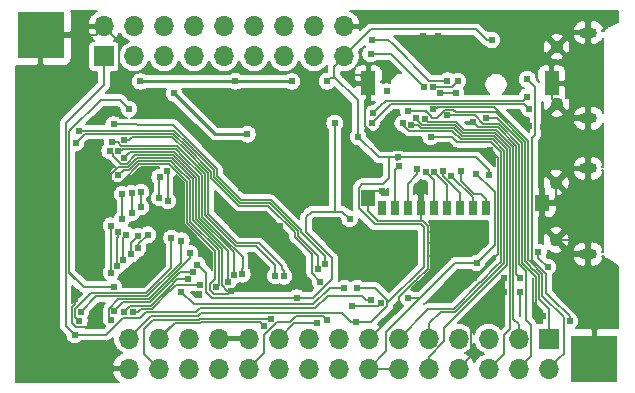
<source format=gbr>
G04 #@! TF.GenerationSoftware,KiCad,Pcbnew,(5.1.5)-3*
G04 #@! TF.CreationDate,2020-02-11T15:58:42+08:00*
G04 #@! TF.ProjectId,F1C200S_KIT,46314332-3030-4535-9f4b-49542e6b6963,V1.0*
G04 #@! TF.SameCoordinates,Original*
G04 #@! TF.FileFunction,Copper,L2,Bot*
G04 #@! TF.FilePolarity,Positive*
%FSLAX46Y46*%
G04 Gerber Fmt 4.6, Leading zero omitted, Abs format (unit mm)*
G04 Created by KiCad (PCBNEW (5.1.5)-3) date 2020-02-11 15:58:42*
%MOMM*%
%LPD*%
G04 APERTURE LIST*
%ADD10R,4.000000X4.000000*%
%ADD11R,1.700000X1.700000*%
%ADD12O,1.700000X1.700000*%
%ADD13R,0.700000X1.300000*%
%ADD14R,1.200000X1.400000*%
%ADD15R,1.200000X2.000000*%
%ADD16C,1.100000*%
%ADD17O,1.500000X0.900000*%
%ADD18C,0.609600*%
%ADD19C,0.127000*%
%ADD20C,0.203200*%
%ADD21C,0.254000*%
%ADD22C,0.304800*%
G04 APERTURE END LIST*
D10*
X189458600Y-130022600D03*
X142570200Y-102565200D03*
D11*
X147929600Y-104394000D03*
D12*
X147929600Y-101854000D03*
X150469600Y-104394000D03*
X150469600Y-101854000D03*
X153009600Y-104394000D03*
X153009600Y-101854000D03*
X155549600Y-104394000D03*
X155549600Y-101854000D03*
X158089600Y-104394000D03*
X158089600Y-101854000D03*
X160629600Y-104394000D03*
X160629600Y-101854000D03*
X163169600Y-104394000D03*
X163169600Y-101854000D03*
X165709600Y-104394000D03*
X165709600Y-101854000D03*
X168249600Y-104394000D03*
X168249600Y-101854000D03*
D13*
X171455000Y-117225000D03*
X172555000Y-117225000D03*
X180255000Y-117225000D03*
X173655000Y-117225000D03*
X174755000Y-117225000D03*
X175855000Y-117225000D03*
X176955000Y-117225000D03*
X178055000Y-117225000D03*
X179155000Y-117225000D03*
D14*
X185035000Y-116775000D03*
X170315000Y-116375000D03*
D15*
X170315000Y-106675000D03*
X185835000Y-106675000D03*
D11*
X185575000Y-128275000D03*
D12*
X185575000Y-130815000D03*
X183035000Y-128275000D03*
X183035000Y-130815000D03*
X180495000Y-128275000D03*
X180495000Y-130815000D03*
X177955000Y-128275000D03*
X177955000Y-130815000D03*
X175415000Y-128275000D03*
X175415000Y-130815000D03*
X172875000Y-128275000D03*
X172875000Y-130815000D03*
X170335000Y-128275000D03*
X170335000Y-130815000D03*
X167795000Y-128275000D03*
X167795000Y-130815000D03*
X165255000Y-128275000D03*
X165255000Y-130815000D03*
X162715000Y-128275000D03*
X162715000Y-130815000D03*
X160175000Y-128275000D03*
X160175000Y-130815000D03*
X157635000Y-128275000D03*
X157635000Y-130815000D03*
X155095000Y-128275000D03*
X155095000Y-130815000D03*
X152555000Y-128275000D03*
X152555000Y-130815000D03*
X150015000Y-128275000D03*
X150015000Y-130815000D03*
D16*
X186226000Y-119925000D03*
D17*
X188906000Y-121125000D03*
X188906000Y-113875000D03*
D16*
X186226000Y-115075000D03*
X186251400Y-108425000D03*
D17*
X188931400Y-109625000D03*
X188931400Y-102375000D03*
D16*
X186251400Y-103575000D03*
D18*
X183875458Y-110281942D03*
X177977800Y-119786400D03*
X177444400Y-119227600D03*
X162814000Y-118745000D03*
X159562800Y-118745000D03*
X162788600Y-115493800D03*
X159562800Y-115493800D03*
X176225200Y-104394000D03*
X175031400Y-104368600D03*
X176174400Y-102641400D03*
X174980600Y-102666800D03*
X181762400Y-124333000D03*
X181787800Y-123164600D03*
X183184800Y-124333000D03*
X179273200Y-123164600D03*
X188442600Y-123875800D03*
X183159400Y-123139200D03*
X185120058Y-110332742D03*
X180289200Y-109626400D03*
X179146200Y-109931200D03*
X180594000Y-112318800D03*
X167817800Y-118694200D03*
X175920400Y-121285000D03*
X148564600Y-115112800D03*
X158724600Y-124231400D03*
X152425400Y-121945400D03*
X151765000Y-120751600D03*
X155941822Y-124473083D03*
X189890400Y-126263400D03*
X168300400Y-105943400D03*
X148894800Y-106984800D03*
X172237400Y-122758200D03*
X168609430Y-116768030D03*
X171451038Y-115774238D03*
X145491200Y-124891800D03*
X148869400Y-108889800D03*
X185079700Y-126390400D03*
X175900991Y-114190570D03*
X180771800Y-102997000D03*
X172842592Y-112946552D03*
X180492400Y-114427000D03*
X171864800Y-107357400D03*
X166801800Y-106502200D03*
X169386831Y-123990821D03*
X169240200Y-126847600D03*
X148785870Y-123919270D03*
X150037800Y-108839000D03*
X169428082Y-111192001D03*
X167462200Y-110058200D03*
X168734834Y-118136137D03*
X164251680Y-124811654D03*
X155829000Y-122021600D03*
X159060000Y-106505300D03*
X151000000Y-106510000D03*
X163850000Y-106510000D03*
X168275000Y-124002800D03*
X154482800Y-124307600D03*
X160079700Y-110981346D03*
X153867478Y-107513643D03*
X179501800Y-121894600D03*
X179420230Y-114330770D03*
X173659800Y-124841000D03*
X170561000Y-125006080D03*
X145440400Y-127939800D03*
X148640800Y-111658400D03*
X162432973Y-122986827D03*
X162077400Y-126631691D03*
X149606000Y-111442510D03*
X163187343Y-123014804D03*
X161442400Y-127177800D03*
X166801800Y-126695200D03*
X165989000Y-126949200D03*
X176352200Y-107518200D03*
X177723800Y-107492800D03*
X175590200Y-111213900D03*
X173964600Y-110197900D03*
X173228116Y-110058201D03*
X174355213Y-109573399D03*
X170611800Y-102997000D03*
X177012600Y-106438700D03*
X177012600Y-109385130D03*
X175056800Y-106984800D03*
X170510200Y-104190800D03*
X175082546Y-109689880D03*
X175818800Y-106959400D03*
X175818800Y-108877110D03*
X177901600Y-106476800D03*
X173685200Y-108991400D03*
X170688000Y-109220000D03*
X183756299Y-107797600D03*
X187349870Y-126822730D03*
X183769351Y-106324751D03*
X170581030Y-110027430D03*
X183946800Y-108839000D03*
X172872400Y-113682550D03*
X174446821Y-113936560D03*
X176631600Y-114096800D03*
X177296893Y-114472907D03*
X178148861Y-114122434D03*
X185502641Y-122218359D03*
X184708800Y-120954800D03*
X175164388Y-114190570D03*
X168930065Y-125501380D03*
X171373800Y-125247370D03*
X148750000Y-110150000D03*
X166680690Y-121996200D03*
X166070431Y-122408711D03*
X145846800Y-110693200D03*
X166230856Y-123456700D03*
X145542000Y-111734600D03*
X159641600Y-122834400D03*
X149148412Y-112393530D03*
X158910639Y-122925382D03*
X149614359Y-112964035D03*
X148412200Y-112369600D03*
X158394400Y-123520200D03*
X149148800Y-114452400D03*
X157436216Y-123934190D03*
X150368000Y-125996700D03*
X156032200Y-123742047D03*
X149606000Y-126009400D03*
X155055162Y-123276080D03*
X148818600Y-125984000D03*
X155467873Y-122663604D03*
X155194000Y-121058400D03*
X148535292Y-126663941D03*
X154487204Y-119991600D03*
X145999200Y-126009400D03*
X153644600Y-119761000D03*
X145846800Y-126771400D03*
X151642951Y-119486551D03*
X150825200Y-120650700D03*
X150810121Y-119618921D03*
X150241000Y-121158000D03*
X149575736Y-121650700D03*
X149828620Y-119468910D03*
X149026583Y-122146000D03*
X149119428Y-119214900D03*
X148531030Y-122690985D03*
X148513800Y-118719600D03*
X153294055Y-114129895D03*
X153314400Y-116636800D03*
X152643977Y-114625195D03*
X152624825Y-116377826D03*
X151067400Y-115883406D03*
X151079200Y-117150700D03*
X150270460Y-115979885D03*
X150266400Y-117646000D03*
X149475442Y-116074442D03*
X149453600Y-118150700D03*
D19*
X179273200Y-123164600D02*
X179434338Y-123164600D01*
D20*
X185835000Y-108008600D02*
X186251400Y-108425000D01*
X185835000Y-106675000D02*
X185835000Y-108008600D01*
X188931400Y-113849600D02*
X188906000Y-113875000D01*
X188931400Y-109625000D02*
X188931400Y-113849600D01*
X185838200Y-116775000D02*
X186232800Y-116380400D01*
X185035000Y-116775000D02*
X185838200Y-116775000D01*
X186226000Y-116373600D02*
X186226000Y-115075000D01*
X186232800Y-116380400D02*
X186226000Y-116373600D01*
X188906000Y-114528200D02*
X188906000Y-121125000D01*
X188906000Y-113875000D02*
X188906000Y-114528200D01*
X188906000Y-120471800D02*
X188906000Y-121125000D01*
X188359200Y-119925000D02*
X188906000Y-120471800D01*
X186226000Y-119925000D02*
X188359200Y-119925000D01*
X188906000Y-123412400D02*
X188906000Y-121125000D01*
X188442600Y-123875800D02*
X188906000Y-123412400D01*
D21*
X185859400Y-108425000D02*
X186251400Y-108425000D01*
D19*
X181292510Y-121145290D02*
X181292510Y-115481110D01*
X179273200Y-123164600D02*
X181292510Y-121145290D01*
D22*
X185120058Y-109556342D02*
X186251400Y-108425000D01*
X185120058Y-110332742D02*
X185120058Y-109556342D01*
D19*
X180289200Y-109626400D02*
X181221752Y-109626400D01*
X183337238Y-111741886D02*
X183337239Y-114452401D01*
X183337239Y-114452401D02*
X183337240Y-121840216D01*
X181221752Y-109626400D02*
X183337238Y-111741886D01*
X182829220Y-122809020D02*
X183159400Y-123139200D01*
X182829219Y-111952315D02*
X182829220Y-122809020D01*
X181252615Y-110375711D02*
X182829219Y-111952315D01*
X179146200Y-109931200D02*
X179590711Y-110375711D01*
X179590711Y-110375711D02*
X181252615Y-110375711D01*
X180594000Y-112318800D02*
X181292510Y-113017310D01*
X181292510Y-113017310D02*
X181292510Y-116230400D01*
D20*
X170713400Y-107073400D02*
X170315000Y-106675000D01*
X174755000Y-117225000D02*
X174755000Y-117675338D01*
D19*
X184531000Y-125882400D02*
X184531000Y-123033976D01*
X183337240Y-121840216D02*
X183783512Y-122286488D01*
X184531000Y-123033976D02*
X183783512Y-122286488D01*
D20*
X169710400Y-106070400D02*
X170315000Y-106675000D01*
X185432400Y-104394000D02*
X186251400Y-103575000D01*
X176225200Y-104394000D02*
X185432400Y-104394000D01*
X180162948Y-112318800D02*
X180594000Y-112318800D01*
X170047629Y-110283463D02*
X172082966Y-112318800D01*
X172082966Y-112318800D02*
X180162948Y-112318800D01*
X170047629Y-108145571D02*
X170047629Y-110283463D01*
X170315000Y-107878200D02*
X170047629Y-108145571D01*
X170315000Y-106675000D02*
X170315000Y-107878200D01*
X181483001Y-123469399D02*
X181787800Y-123164600D01*
X179033601Y-125918799D02*
X181483001Y-123469399D01*
X179033601Y-129736399D02*
X179033601Y-125918799D01*
X177955000Y-130815000D02*
X179033601Y-129736399D01*
X170335000Y-128275000D02*
X172952400Y-125657600D01*
X154853502Y-114935000D02*
X154857128Y-114935000D01*
X154857128Y-114935000D02*
X154927210Y-115005082D01*
X154927211Y-118488577D02*
X157322417Y-120883783D01*
X154927210Y-115005082D02*
X154927211Y-118488577D01*
X172948600Y-124762766D02*
X172948600Y-125704600D01*
X172952400Y-125657600D02*
X172948600Y-125704600D01*
D19*
X148564600Y-115112800D02*
X148564600Y-114303554D01*
X149154808Y-113713346D02*
X149957319Y-113713345D01*
X148564600Y-114303554D02*
X149154808Y-113713346D01*
X149957319Y-113713345D02*
X150691424Y-112979240D01*
X154330467Y-113639637D02*
X154334093Y-113639637D01*
X150691424Y-112979240D02*
X153670070Y-112979240D01*
X153670070Y-112979240D02*
X154330467Y-113639637D01*
X154334093Y-113639637D02*
X155473324Y-114778868D01*
X155473324Y-114778868D02*
X155473324Y-115341400D01*
X155473324Y-115341400D02*
X155473324Y-118160800D01*
X155473324Y-118160800D02*
X155473325Y-118262363D01*
X158372554Y-124231400D02*
X158724600Y-124231400D01*
X157899099Y-123757945D02*
X158372554Y-124231400D01*
X155473325Y-118262363D02*
X157899099Y-120688137D01*
X157899099Y-120688137D02*
X157899099Y-123757945D01*
D20*
X149330193Y-115112800D02*
X148564600Y-115112800D01*
X154107882Y-114185754D02*
X154104256Y-114185754D01*
X154104256Y-114185754D02*
X153443862Y-113525360D01*
X150917633Y-113525360D02*
X149330193Y-115112800D01*
X154927210Y-115005082D02*
X154107882Y-114185754D01*
X153443862Y-113525360D02*
X150917633Y-113525360D01*
X157322417Y-121076617D02*
X157352979Y-121107179D01*
X157322417Y-120883783D02*
X157322417Y-121076617D01*
X158419801Y-124536199D02*
X158724600Y-124231400D01*
X157248791Y-124536199D02*
X158419801Y-124536199D01*
X156902815Y-124190223D02*
X157248791Y-124536199D01*
X156902815Y-123678157D02*
X156902815Y-124190223D01*
X157352979Y-123227993D02*
X156902815Y-123678157D01*
X157352979Y-121107179D02*
X157352979Y-123227993D01*
X151765000Y-121285000D02*
X152425400Y-121945400D01*
X151765000Y-120751600D02*
X151765000Y-121285000D01*
X175362150Y-122349217D02*
X175362150Y-122071850D01*
X175360162Y-122351205D02*
X175362150Y-122349217D01*
X174357283Y-123328039D02*
X175360121Y-122354015D01*
X174357283Y-123354083D02*
X174357283Y-123328039D01*
X174357283Y-123354083D02*
X172948600Y-124762766D01*
X175360121Y-122354015D02*
X175360162Y-122351205D01*
X188442600Y-123875800D02*
X188442600Y-124815600D01*
X188442600Y-124815600D02*
X189890400Y-126263400D01*
X169583400Y-105943400D02*
X169710400Y-106070400D01*
X168300400Y-105943400D02*
X169583400Y-105943400D01*
X175388100Y-121285000D02*
X175920400Y-121285000D01*
X175362150Y-121310950D02*
X175362150Y-122071850D01*
X175362150Y-121310950D02*
X175388100Y-121285000D01*
X174752000Y-118081200D02*
X174752000Y-118282488D01*
X174755000Y-117225000D02*
X174755000Y-118078200D01*
X174755000Y-118078200D02*
X174752000Y-118081200D01*
X175362150Y-119024400D02*
X175362150Y-121310950D01*
X170315000Y-117496482D02*
X171101006Y-118282488D01*
X170315000Y-116375000D02*
X170315000Y-117496482D01*
X174934275Y-118282488D02*
X175362150Y-118710363D01*
X171101006Y-118282488D02*
X174934275Y-118282488D01*
X175362150Y-118710363D02*
X175362150Y-119024400D01*
X148779599Y-102703999D02*
X147929600Y-101854000D01*
X149199599Y-106680001D02*
X149199599Y-103123999D01*
X149199599Y-103123999D02*
X148779599Y-102703999D01*
X148894800Y-106984800D02*
X149199599Y-106680001D01*
X170915762Y-115774238D02*
X170315000Y-116375000D01*
X171451038Y-115774238D02*
X170915762Y-115774238D01*
X175412950Y-119227600D02*
X175362150Y-119278400D01*
X177444400Y-119227600D02*
X175412950Y-119227600D01*
X177571400Y-120192800D02*
X175362150Y-120192800D01*
X177977800Y-119786400D02*
X177571400Y-120192800D01*
X146989799Y-127304801D02*
X147497800Y-126796800D01*
X145590767Y-127304801D02*
X146989799Y-127304801D01*
X145491200Y-124891800D02*
X145491200Y-125322852D01*
X145211789Y-125602263D02*
X145211789Y-126925823D01*
X145491200Y-125322852D02*
X145211789Y-125602263D01*
X145211789Y-126925823D02*
X145590767Y-127304801D01*
X184531000Y-125882400D02*
X184531000Y-126060200D01*
X184531000Y-126060200D02*
X184861200Y-126390400D01*
X184861200Y-126390400D02*
X185079700Y-126390400D01*
X147218400Y-102565200D02*
X147929600Y-101854000D01*
X142570200Y-102565200D02*
X147218400Y-102565200D01*
X189458600Y-126695200D02*
X189890400Y-126263400D01*
X189458600Y-130022600D02*
X189458600Y-126695200D01*
X176955000Y-115244579D02*
X176955000Y-117225000D01*
X175900991Y-114190570D02*
X176955000Y-115244579D01*
X173273644Y-112946552D02*
X172842592Y-112946552D01*
X179443004Y-112946552D02*
X173273644Y-112946552D01*
X180492400Y-113995948D02*
X179443004Y-112946552D01*
X180492400Y-114427000D02*
X180492400Y-113995948D01*
X170535601Y-102107999D02*
X169099599Y-103544001D01*
X179451747Y-102107999D02*
X170535601Y-102107999D01*
X169099599Y-103544001D02*
X168249600Y-104394000D01*
X180340748Y-102997000D02*
X179451747Y-102107999D01*
X180771800Y-102997000D02*
X180340748Y-102997000D01*
X172411540Y-112946552D02*
X172842592Y-112946552D01*
X167399601Y-105243999D02*
X168249600Y-104394000D01*
X172842592Y-113059808D02*
X172753251Y-113149149D01*
X172842592Y-112946552D02*
X172842592Y-113059808D01*
X171907201Y-125503403D02*
X170563004Y-126847600D01*
X170563004Y-126847600D02*
X169240200Y-126847600D01*
X168809148Y-126847600D02*
X169240200Y-126847600D01*
X168059839Y-126098291D02*
X168809148Y-126847600D01*
X156130895Y-126098291D02*
X168059839Y-126098291D01*
X150015000Y-128275000D02*
X150968700Y-127321300D01*
X150986500Y-127321300D02*
X151930080Y-126377720D01*
X151930080Y-126377720D02*
X155851466Y-126377720D01*
X150968700Y-127321300D02*
X150986500Y-127321300D01*
X155851466Y-126377720D02*
X156130895Y-126098291D01*
X169486399Y-115492119D02*
X169486399Y-117257881D01*
X169486399Y-117257881D02*
X170841216Y-118612698D01*
X172842592Y-112946552D02*
X172031966Y-112946552D01*
X174797498Y-118612698D02*
X175031940Y-118847140D01*
X170841216Y-118612698D02*
X174797498Y-118612698D01*
X175031940Y-118847140D02*
X175031940Y-122212440D01*
X171907201Y-125337179D02*
X171907201Y-125503403D01*
X171907200Y-124991336D02*
X171907200Y-125247400D01*
X170906685Y-123990821D02*
X171907200Y-124991336D01*
X169386831Y-123990821D02*
X170906685Y-123990821D01*
X175031940Y-122212440D02*
X171907200Y-125247400D01*
X171907200Y-125247400D02*
X171907201Y-125337179D01*
X172842592Y-112946552D02*
X171182633Y-112946552D01*
X171182633Y-112946552D02*
X169428082Y-111192001D01*
X169428082Y-111192001D02*
X169428082Y-108036282D01*
X167386000Y-106097834D02*
X167386000Y-105257600D01*
X169428082Y-108036282D02*
X169324448Y-108036282D01*
X169324448Y-108036282D02*
X167386000Y-106097834D01*
X167386000Y-105257600D02*
X167399601Y-105243999D01*
X167286433Y-106197401D02*
X167386000Y-106097834D01*
X167106599Y-106197401D02*
X167286433Y-106197401D01*
X166801800Y-106502200D02*
X167106599Y-106197401D01*
X172031966Y-112946552D02*
X172031966Y-114708634D01*
X171526200Y-115214400D02*
X169799000Y-115214400D01*
X172031966Y-114708634D02*
X171526200Y-115214400D01*
X169799000Y-115214400D02*
X169486399Y-115492119D01*
X150037800Y-108839000D02*
X149275800Y-108077000D01*
X149275800Y-108077000D02*
X147673565Y-108077000D01*
X146220470Y-123919270D02*
X145034000Y-122732800D01*
X146220470Y-123919270D02*
X148785870Y-123919270D01*
X145008599Y-122707399D02*
X146220470Y-123919270D01*
X145008599Y-110741966D02*
X145008599Y-122707399D01*
X147673565Y-108077000D02*
X145008599Y-110741966D01*
X167462200Y-116863503D02*
X167462200Y-115265200D01*
X167462200Y-110058200D02*
X167462200Y-115265200D01*
X167462200Y-115265200D02*
X167462200Y-115239800D01*
X168734834Y-118136137D02*
X168123548Y-117524852D01*
X165507348Y-117524852D02*
X165049200Y-117983000D01*
X165049200Y-117983000D02*
X165049200Y-119278400D01*
X165049200Y-119278400D02*
X167214091Y-121443291D01*
X167214091Y-121443291D02*
X167214091Y-123262899D01*
X166739595Y-123737395D02*
X166245590Y-124231400D01*
X165665336Y-124811654D02*
X164251680Y-124811654D01*
X166739595Y-123737395D02*
X165665336Y-124811654D01*
X167214091Y-123262899D02*
X166739595Y-123737395D01*
X163765873Y-124866409D02*
X157112014Y-124866409D01*
X157112014Y-124866409D02*
X156565600Y-124319995D01*
X164251680Y-124811654D02*
X163820628Y-124811654D01*
X163820628Y-124811654D02*
X163765873Y-124866409D01*
X156565600Y-124319995D02*
X156565600Y-123012200D01*
X167462200Y-116863503D02*
X167462200Y-117525800D01*
X168123548Y-117524852D02*
X167462200Y-117525800D01*
X167462200Y-117525800D02*
X165507348Y-117524852D01*
X156565600Y-123012200D02*
X156565600Y-122707400D01*
X156565600Y-122707400D02*
X156057600Y-122199400D01*
D21*
X159055300Y-106510000D02*
X159060000Y-106505300D01*
X151000000Y-106510000D02*
X159055300Y-106510000D01*
X163845300Y-106505300D02*
X163850000Y-106510000D01*
X159060000Y-106505300D02*
X163845300Y-106505300D01*
D20*
X155520255Y-125345055D02*
X154482800Y-124307600D01*
X156079055Y-125345055D02*
X155520255Y-125345055D01*
X168275000Y-124002800D02*
X167030400Y-124002800D01*
X165658800Y-125374400D02*
X164947600Y-125374400D01*
X167030400Y-124002800D02*
X165658800Y-125374400D01*
X164947600Y-125374400D02*
X156079055Y-125345055D01*
D21*
X157335181Y-110981346D02*
X153867478Y-107513643D01*
X160079700Y-110981346D02*
X157335181Y-110981346D01*
D20*
X180746400Y-115646200D02*
X179420230Y-114330770D01*
X181000400Y-120396000D02*
X180771800Y-120624600D01*
X181000400Y-115900200D02*
X181000400Y-120396000D01*
X179501800Y-121894600D02*
X180771800Y-120624600D01*
X181000400Y-115900200D02*
X180746400Y-115646200D01*
X171672919Y-130815000D02*
X170335000Y-130815000D01*
X172875000Y-130815000D02*
X171672919Y-130815000D01*
X177659070Y-121894600D02*
X179501800Y-121894600D01*
X171796399Y-129353601D02*
X171796399Y-127757271D01*
X170335000Y-130815000D02*
X171796399Y-129353601D01*
X173666765Y-124834035D02*
X173659800Y-124841000D01*
X174719635Y-124834035D02*
X173666765Y-124834035D01*
X174719635Y-124834035D02*
X177659070Y-121894600D01*
X171796399Y-127757271D02*
X174719635Y-124834035D01*
X151498290Y-126047510D02*
X155714690Y-126047510D01*
X151002999Y-126542801D02*
X151498290Y-126047510D01*
X149529800Y-126542800D02*
X151002999Y-126542801D01*
X156057600Y-125704600D02*
X156049054Y-125704610D01*
X148132800Y-127939800D02*
X149529800Y-126542800D01*
X165795577Y-125704610D02*
X166862415Y-124637771D01*
X145440400Y-127939800D02*
X148132800Y-127939800D01*
X170129948Y-125006080D02*
X170561000Y-125006080D01*
X155714690Y-126047510D02*
X156057600Y-125704600D01*
X156049054Y-125704610D02*
X165795577Y-125704610D01*
X169761639Y-124637771D02*
X170129948Y-125006080D01*
X166862415Y-124637771D02*
X169761639Y-124637771D01*
X144703800Y-127203200D02*
X145440400Y-127939800D01*
X144678390Y-127177790D02*
X144703800Y-127203200D01*
X144678390Y-110058210D02*
X144678390Y-127177790D01*
X147929600Y-104394000D02*
X147929600Y-106807000D01*
X147929600Y-106807000D02*
X144678390Y-110058210D01*
D19*
X149088844Y-111658400D02*
X149393644Y-111963200D01*
X148640800Y-111658400D02*
X149088844Y-111658400D01*
X149393644Y-111963200D02*
X152958800Y-111963200D01*
X152958800Y-111963200D02*
X153593800Y-111963200D01*
X162433000Y-122555748D02*
X162432973Y-122555775D01*
X162433000Y-122072400D02*
X162433000Y-122555748D01*
X159120097Y-120472239D02*
X160832839Y-120472239D01*
X156489364Y-117841506D02*
X159120097Y-120472239D01*
X156489364Y-114358012D02*
X156489364Y-117841506D01*
X162432973Y-122555775D02*
X162432973Y-122986827D01*
X160832839Y-120472239D02*
X162433000Y-122072400D01*
X154754952Y-112623600D02*
X156489364Y-114358012D01*
X154751326Y-112623600D02*
X154754952Y-112623600D01*
X154090926Y-111963200D02*
X154751326Y-112623600D01*
X152958800Y-111963200D02*
X154090926Y-111963200D01*
X151282400Y-129542400D02*
X152555000Y-130815000D01*
X156010600Y-126631691D02*
X155972461Y-126669830D01*
X151282400Y-127457200D02*
X151282400Y-129542400D01*
X162077400Y-126631691D02*
X156010600Y-126631691D01*
X152069770Y-126669830D02*
X151282400Y-127457200D01*
X155972461Y-126669830D02*
X152069770Y-126669830D01*
X163187343Y-122583752D02*
X163187343Y-123014804D01*
X162991829Y-122388238D02*
X163187343Y-122583752D01*
X149606000Y-111442510D02*
X150037052Y-111442510D01*
X150278342Y-111201220D02*
X153688172Y-111201220D01*
X150037052Y-111442510D02*
X150278342Y-111201220D01*
X153688172Y-111201220D02*
X154834765Y-112347815D01*
X154834765Y-112347815D02*
X154838391Y-112347815D01*
X154838391Y-112347815D02*
X156743372Y-114252796D01*
X156743372Y-114252796D02*
X156743373Y-117736291D01*
X156743373Y-117736291D02*
X159225311Y-120218229D01*
X153404999Y-127425001D02*
X152555000Y-128275000D01*
X153595501Y-127234499D02*
X153404999Y-127425001D01*
X161061429Y-120218229D02*
X162991800Y-122148600D01*
X159225311Y-120218229D02*
X161061429Y-120218229D01*
X162991800Y-122148600D02*
X162991829Y-122388238D01*
X161442400Y-127152400D02*
X161175701Y-126885701D01*
X161442400Y-127177800D02*
X161442400Y-127152400D01*
X156115814Y-126885701D02*
X156077675Y-126923840D01*
X161175701Y-126885701D02*
X156115814Y-126885701D01*
X153906160Y-126923840D02*
X152555000Y-128275000D01*
X156077675Y-126923840D02*
X153906160Y-126923840D01*
X166497001Y-126390401D02*
X166801800Y-126695200D01*
X164211000Y-126390400D02*
X166497001Y-126390401D01*
X160175000Y-130815000D02*
X161215501Y-129774499D01*
X162543129Y-126906929D02*
X163694471Y-126906929D01*
X163694471Y-126906929D02*
X164211000Y-126390400D01*
X161463629Y-129518771D02*
X161213800Y-129768600D01*
X161463629Y-127986429D02*
X161463629Y-129518771D01*
X161463629Y-127986429D02*
X162543129Y-126906929D01*
X161215501Y-129774499D02*
X161213800Y-129768600D01*
X164040800Y-126949200D02*
X162715000Y-128275000D01*
X165989000Y-126949200D02*
X164040800Y-126949200D01*
X176733200Y-107518200D02*
X177698400Y-107518200D01*
X177698400Y-107518200D02*
X177723800Y-107492800D01*
X176733200Y-107518200D02*
X176352200Y-107518200D01*
X175394600Y-125755400D02*
X172875000Y-128275000D01*
X177542376Y-125755400D02*
X175394600Y-125755400D01*
X179797926Y-123499850D02*
X177542376Y-125755400D01*
X179812545Y-123499850D02*
X179797926Y-123499850D01*
X180726544Y-111645760D02*
X181546520Y-112465736D01*
X177812760Y-111645760D02*
X180726544Y-111645760D01*
X181546461Y-121776715D02*
X181150320Y-122172855D01*
X177395630Y-111213900D02*
X177495200Y-111328200D01*
X177495200Y-111328200D02*
X177812760Y-111645760D01*
X175590200Y-111213900D02*
X177395630Y-111213900D01*
X181546520Y-112465736D02*
X181546520Y-121624326D01*
X181546520Y-121624326D02*
X181546461Y-121624385D01*
X181546461Y-121624385D02*
X181546461Y-121776715D01*
X181150320Y-122172855D02*
X181149370Y-122172852D01*
X181149370Y-122172852D02*
X179812545Y-123499850D01*
X177139600Y-126923800D02*
X181591180Y-122459980D01*
X176719571Y-127343829D02*
X177139600Y-126923800D01*
X176719571Y-128510371D02*
X176719571Y-127343829D01*
X175415000Y-130815000D02*
X175415000Y-129814942D01*
X175415000Y-129814942D02*
X176719571Y-128510371D01*
X182054540Y-121834754D02*
X182054540Y-112255308D01*
X182054540Y-112255308D02*
X180936973Y-111137741D01*
X180936973Y-111137741D02*
X178226459Y-111137741D01*
X178226459Y-111137741D02*
X177527908Y-110439190D01*
X174498296Y-110197900D02*
X174739596Y-110439200D01*
X174739596Y-110439200D02*
X174777400Y-110439200D01*
X173964600Y-110197900D02*
X174498296Y-110197900D01*
X177527908Y-110439190D02*
X174777400Y-110439200D01*
X182054480Y-122008920D02*
X182054480Y-121834814D01*
X182054540Y-121834754D02*
X182054540Y-121488200D01*
X182054480Y-121834814D02*
X182054540Y-121834754D01*
X181591180Y-122459980D02*
X181603420Y-122459980D01*
X181603420Y-122459980D02*
X182054480Y-122008920D01*
X177495200Y-110769400D02*
X177422694Y-110693200D01*
X177498894Y-110769400D02*
X177495200Y-110769400D01*
X175415000Y-128275000D02*
X175415000Y-127072919D01*
X181800530Y-121729540D02*
X181800530Y-112360522D01*
X181800530Y-112360522D02*
X180831759Y-111391751D01*
X180831759Y-111391751D02*
X178121244Y-111391750D01*
X178121244Y-111391750D02*
X177498894Y-110769400D01*
X177422695Y-110693201D02*
X177498894Y-110769400D01*
X173228116Y-110058201D02*
X173228116Y-110194462D01*
X173726855Y-110693201D02*
X177422695Y-110693201D01*
X173228116Y-110194462D02*
X173726855Y-110693201D01*
X175488260Y-126999660D02*
X175488260Y-126974940D01*
X175415000Y-127072919D02*
X175488260Y-126999660D01*
X176453790Y-126009410D02*
X177647590Y-126009410D01*
X177647590Y-126009410D02*
X178003200Y-125653800D01*
X175488260Y-126974940D02*
X176453790Y-126009410D01*
X178003200Y-125653800D02*
X181253647Y-122427247D01*
X181255153Y-122427247D02*
X181800470Y-121881930D01*
X181253647Y-122427247D02*
X181255153Y-122427247D01*
X181800470Y-121729600D02*
X181800530Y-121729540D01*
X181800470Y-121881930D02*
X181800470Y-121729600D01*
X182308490Y-121940028D02*
X182321200Y-121927318D01*
X182308490Y-127461568D02*
X182308490Y-121940028D01*
X178331673Y-110883731D02*
X177633122Y-110185180D01*
X181762400Y-128007658D02*
X182308490Y-127461568D01*
X180495000Y-130815000D02*
X181762400Y-129590800D01*
X181762400Y-129590800D02*
X181762400Y-128007658D01*
X182321200Y-112162744D02*
X181042187Y-110883731D01*
X182321200Y-121927318D02*
X182321200Y-112162744D01*
X181042187Y-110883731D02*
X178331673Y-110883731D01*
X174844800Y-110185180D02*
X175133020Y-110185180D01*
X174355213Y-109695593D02*
X174844800Y-110185180D01*
X174355213Y-109573399D02*
X174355213Y-109695593D01*
X177633122Y-110185180D02*
X175133020Y-110185180D01*
X177012600Y-106438700D02*
X175450500Y-106438700D01*
X175450500Y-106438700D02*
X172364400Y-103352600D01*
X172364400Y-103352600D02*
X172008800Y-102997000D01*
X172008800Y-102997000D02*
X170611800Y-102997000D01*
X181357829Y-110121701D02*
X180051455Y-110121701D01*
X183035000Y-130815000D02*
X184111901Y-129738099D01*
X183083230Y-121945430D02*
X183083231Y-111847103D01*
X183083231Y-111847103D02*
X181357829Y-110121701D01*
X177012600Y-109385130D02*
X177025270Y-109385130D01*
X180051455Y-110121701D02*
X179314884Y-109385130D01*
X179314884Y-109385130D02*
X177012600Y-109385130D01*
X183680101Y-124095255D02*
X183680101Y-126707899D01*
X183667400Y-124082554D02*
X183680101Y-124095255D01*
X183667400Y-122529600D02*
X183083230Y-121945430D01*
X183667400Y-122529600D02*
X183667400Y-124082554D01*
X184124600Y-127152398D02*
X184124600Y-127406400D01*
X183680101Y-126707899D02*
X184124600Y-127152398D01*
X184111901Y-129738099D02*
X184124600Y-127406400D01*
X175056800Y-106984800D02*
X172262800Y-104190800D01*
X172262800Y-104190800D02*
X170510200Y-104190800D01*
X183035000Y-127072919D02*
X182562499Y-126600418D01*
X183035000Y-127072919D02*
X183035000Y-128275000D01*
X183035000Y-127072919D02*
X182575210Y-126613129D01*
X177738336Y-109931170D02*
X175323836Y-109931170D01*
X182575210Y-112057530D02*
X181147401Y-110629721D01*
X182575210Y-126613129D02*
X182575210Y-112057530D01*
X178436887Y-110629721D02*
X177738336Y-109931170D01*
X175323836Y-109931170D02*
X175082546Y-109689880D01*
X181147401Y-110629721D02*
X178436887Y-110629721D01*
X175844200Y-106934000D02*
X175818800Y-106959400D01*
X175958490Y-108877110D02*
X176199780Y-108635820D01*
X175818800Y-108877110D02*
X175958490Y-108877110D01*
X177952420Y-108635820D02*
X178239106Y-108635820D01*
X176199780Y-108635820D02*
X177952420Y-108635820D01*
X175818800Y-106959400D02*
X177419000Y-106959400D01*
X177419000Y-106959400D02*
X177901600Y-106476800D01*
X186842400Y-129565400D02*
X186486800Y-129921000D01*
X186842400Y-126492000D02*
X186842400Y-129565400D01*
X185039020Y-124688620D02*
X186842400Y-126492000D01*
X186486800Y-129921000D02*
X185575000Y-130815000D01*
X185039019Y-122814422D02*
X185039020Y-124688620D01*
X183966797Y-121742200D02*
X185039019Y-122814422D01*
X177952420Y-108635820D02*
X180949620Y-108635820D01*
X183845258Y-111531458D02*
X183845258Y-121615258D01*
X180949620Y-108635820D02*
X183845258Y-111531458D01*
X183845258Y-121615258D02*
X183966797Y-121736797D01*
X183966797Y-121736797D02*
X183966797Y-121742200D01*
X175498123Y-109372411D02*
X175155213Y-109029501D01*
X175117112Y-108991400D02*
X175498123Y-109372411D01*
X174726600Y-108991400D02*
X175117112Y-108991400D01*
X173685200Y-108991400D02*
X174726600Y-108991400D01*
X175701312Y-109575600D02*
X175498123Y-109372411D01*
X176089084Y-109575600D02*
X175701312Y-109575600D01*
X177469830Y-108889830D02*
X176774854Y-108889830D01*
X176774854Y-108889830D02*
X176089084Y-109575600D01*
X180051434Y-109131120D02*
X177711120Y-109131120D01*
X181085675Y-109131099D02*
X180051455Y-109131099D01*
X180051455Y-109131099D02*
X180051434Y-109131120D01*
X184297887Y-122432514D02*
X184288762Y-122432514D01*
X177711120Y-109131120D02*
X177469830Y-108889830D01*
X184785010Y-124968010D02*
X184785010Y-122919637D01*
X183861573Y-121996200D02*
X183852448Y-121996200D01*
X184785010Y-122919637D02*
X184297887Y-122432514D01*
X185575000Y-128275000D02*
X185575000Y-125758000D01*
X185575000Y-125758000D02*
X184785010Y-124968010D01*
X184288762Y-122432514D02*
X183861573Y-122005325D01*
X183861573Y-122005325D02*
X183861573Y-121996200D01*
X183591248Y-121735000D02*
X183591248Y-111636672D01*
X183852448Y-121996200D02*
X183591248Y-121735000D01*
X183591248Y-111636672D02*
X181085675Y-109131099D01*
X170688000Y-109220000D02*
X171323010Y-108584990D01*
X171323010Y-108584990D02*
X171780200Y-108127800D01*
X171780200Y-108127800D02*
X183426099Y-108127800D01*
X183426099Y-108127800D02*
X183756299Y-107797600D01*
X184442101Y-106997501D02*
X184442101Y-111050835D01*
X183769351Y-106324751D02*
X184442101Y-106997501D01*
X184442101Y-111050835D02*
X184184545Y-111308391D01*
X184184545Y-111308391D02*
X184184545Y-121600724D01*
X184184545Y-121600724D02*
X185368311Y-122784489D01*
X187349870Y-126391678D02*
X187349870Y-126822730D01*
X185901696Y-124943504D02*
X185901696Y-124941696D01*
X185901696Y-124941696D02*
X185369200Y-124409200D01*
X185901696Y-124943504D02*
X187349870Y-126391678D01*
X185368311Y-122784489D02*
X185369200Y-124409200D01*
X171769460Y-108839000D02*
X171780200Y-108839000D01*
X170581030Y-110027430D02*
X171769460Y-108839000D01*
X171780200Y-108839000D02*
X172237390Y-108381810D01*
X172237390Y-108381810D02*
X183515000Y-108381810D01*
X183591200Y-108458010D02*
X183515000Y-108381810D01*
X183591200Y-108483400D02*
X183591200Y-108458010D01*
X183591200Y-108483400D02*
X183946800Y-108839000D01*
X172555000Y-113999950D02*
X172555000Y-117225000D01*
X172872400Y-113682550D02*
X172555000Y-113999950D01*
X173655000Y-116448000D02*
X173655000Y-117225000D01*
X173655000Y-115159433D02*
X173655000Y-116448000D01*
X174446821Y-114367612D02*
X173655000Y-115159433D01*
X174446821Y-113936560D02*
X174446821Y-114367612D01*
X176631600Y-114096800D02*
X176631600Y-114508075D01*
X176631600Y-114508075D02*
X178054000Y-115930475D01*
X178054000Y-115930475D02*
X178054000Y-116255800D01*
X178054000Y-116255800D02*
X178055000Y-117225000D01*
X179155000Y-116331014D02*
X179155000Y-117225000D01*
X177296893Y-114472907D02*
X179155000Y-116331014D01*
X178148861Y-114122434D02*
X178148861Y-114965651D01*
X178148861Y-114965651D02*
X179235810Y-116052600D01*
X179857400Y-116052600D02*
X180263800Y-116459000D01*
X179235810Y-116052600D02*
X179857400Y-116052600D01*
X180263800Y-116459000D02*
X180255000Y-117225000D01*
X185502641Y-122218359D02*
X184708800Y-121424518D01*
X184708800Y-121424518D02*
X184708800Y-120954800D01*
X175855000Y-114881182D02*
X175855000Y-117225000D01*
X175164388Y-114190570D02*
X175855000Y-114881182D01*
X168930065Y-125501380D02*
X170002220Y-125501380D01*
X170002220Y-125501380D02*
X171119790Y-125501380D01*
X171119790Y-125501380D02*
X171373800Y-125247370D01*
X157505402Y-114503202D02*
X157505401Y-113889977D01*
X159537400Y-116535200D02*
X157505402Y-114503202D01*
X161315400Y-116535200D02*
X159537400Y-116535200D01*
X166680690Y-121996200D02*
X166680690Y-121322994D01*
X152654000Y-110159800D02*
X148750000Y-110150000D01*
X166680690Y-121322994D02*
X164592000Y-119234304D01*
X153775224Y-110159800D02*
X152654000Y-110159800D01*
X162055696Y-116535202D02*
X161315400Y-116535200D01*
X157505401Y-113889977D02*
X153775224Y-110159800D01*
X164592000Y-119234304D02*
X164592000Y-119071506D01*
X164592000Y-119071506D02*
X162055696Y-116535202D01*
X166070431Y-121314113D02*
X166070431Y-122408711D01*
X153898600Y-110693200D02*
X155041600Y-111785400D01*
X155041600Y-111785400D02*
X157251392Y-113995192D01*
X161950481Y-116789211D02*
X164338000Y-119176730D01*
X145846800Y-110693200D02*
X153898600Y-110693200D01*
X157251392Y-113995192D02*
X157251392Y-114608416D01*
X157251392Y-114608416D02*
X159432186Y-116789210D01*
X159432186Y-116789210D02*
X161950481Y-116789211D01*
X164338000Y-119176730D02*
X164338000Y-119481600D01*
X164338000Y-119481600D02*
X164337990Y-119583190D01*
X164466528Y-119710210D02*
X166070431Y-121314113D01*
X164465010Y-119710210D02*
X164466528Y-119710210D01*
X164337990Y-119583190D02*
X164465010Y-119710210D01*
X164361313Y-119964219D02*
X165530747Y-121133653D01*
X145542000Y-111734600D02*
X146329390Y-110947210D01*
X165530747Y-121133653D02*
X165530747Y-122756591D01*
X146329390Y-110947210D02*
X153793386Y-110947210D01*
X153793386Y-110947210D02*
X154939979Y-112093805D01*
X165530747Y-122756591D02*
X166230856Y-123456700D01*
X154939979Y-112093805D02*
X154943605Y-112093805D01*
X156921200Y-114071400D02*
X156997382Y-114147582D01*
X154943605Y-112093805D02*
X156921200Y-114071400D01*
X164261843Y-119866338D02*
X164704669Y-120308732D01*
X161845266Y-117043220D02*
X164083980Y-119281934D01*
X159326972Y-117043220D02*
X161845266Y-117043220D01*
X156997381Y-114147581D02*
X156997383Y-114713631D01*
X156997383Y-114713631D02*
X159326972Y-117043220D01*
X156921200Y-114071400D02*
X156997381Y-114147581D01*
X164083981Y-119303819D02*
X164084000Y-119303800D01*
X164083981Y-119688405D02*
X164083981Y-119303819D01*
X164261843Y-119866267D02*
X164083981Y-119688405D01*
X164261843Y-119866338D02*
X164261843Y-119866267D01*
X164084000Y-119303800D02*
X164083980Y-119688475D01*
X164083980Y-119281934D02*
X164084000Y-119303800D01*
X156235354Y-114463226D02*
X156235354Y-117946720D01*
X154649737Y-112877609D02*
X156235354Y-114463226D01*
X149148412Y-112393530D02*
X149328070Y-112393530D01*
X154646111Y-112877609D02*
X154649737Y-112877609D01*
X149328070Y-112393530D02*
X149504390Y-112217210D01*
X149504390Y-112217210D02*
X153985712Y-112217210D01*
X153985712Y-112217210D02*
X154646111Y-112877609D01*
X158603017Y-120314383D02*
X158552217Y-120263583D01*
X156235354Y-117946720D02*
X158603017Y-120314383D01*
X159664400Y-121843800D02*
X159641600Y-122834400D01*
X159029448Y-120726248D02*
X159664400Y-121361200D01*
X159664400Y-121361200D02*
X159664400Y-121843800D01*
X159014882Y-120726248D02*
X159029448Y-120726248D01*
X158603017Y-120314383D02*
X159014882Y-120726248D01*
X158910639Y-120981229D02*
X158910639Y-122925382D01*
X155981344Y-118051934D02*
X158910639Y-120981229D01*
X155981344Y-114568440D02*
X155981344Y-118051934D01*
X150107174Y-112471220D02*
X153880498Y-112471220D01*
X149614359Y-112964035D02*
X150107174Y-112471220D01*
X154540896Y-113131618D02*
X154544523Y-113131619D01*
X153880498Y-112471220D02*
X154540896Y-113131618D01*
X154544523Y-113131619D02*
X155981344Y-114568440D01*
X148412200Y-112369600D02*
X148564600Y-112217200D01*
X148716999Y-112674399D02*
X148412200Y-112369600D01*
X149376614Y-113459336D02*
X148716999Y-112799721D01*
X150586210Y-112725230D02*
X149852104Y-113459336D01*
X158191180Y-120620994D02*
X155727334Y-118157148D01*
X148716999Y-112799721D02*
X148716999Y-112674399D01*
X155727334Y-114673654D02*
X154439307Y-113385627D01*
X155727334Y-118157148D02*
X155727334Y-114673654D01*
X149852104Y-113459336D02*
X149376614Y-113459336D01*
X154439307Y-113385627D02*
X154435681Y-113385627D01*
X153775284Y-112725230D02*
X150586210Y-112725230D01*
X154435681Y-113385627D02*
X153775284Y-112725230D01*
X158191180Y-120624580D02*
X158394400Y-120827800D01*
X158191180Y-120620994D02*
X158191180Y-120624580D01*
X158394400Y-120827800D02*
X158394400Y-122377200D01*
X158394400Y-123520200D02*
X158394400Y-122377200D01*
X149633846Y-113967354D02*
X149148800Y-114452400D01*
X157645089Y-123736111D02*
X157645089Y-120793351D01*
X153564856Y-113233250D02*
X150796638Y-113233250D01*
X157436216Y-123934190D02*
X157447010Y-123934190D01*
X155219314Y-118367576D02*
X155219314Y-114884082D01*
X157645089Y-120793351D02*
X155219314Y-118367576D01*
X150796638Y-113233250D02*
X150062532Y-113967354D01*
X157447010Y-123934190D02*
X157645089Y-123736111D01*
X155219314Y-114884082D02*
X154228879Y-113893647D01*
X154228879Y-113893647D02*
X154225252Y-113893646D01*
X150062532Y-113967354D02*
X149633846Y-113967354D01*
X154225252Y-113893646D02*
X153564856Y-113233250D01*
X150799052Y-125996700D02*
X151040342Y-125755410D01*
X150368000Y-125996700D02*
X150799052Y-125996700D01*
X152005724Y-125755400D02*
X151333200Y-125755400D01*
X153555124Y-124206000D02*
X152005724Y-125755400D01*
X151040342Y-125755410D02*
X151333200Y-125755400D01*
X153989743Y-123771381D02*
X153510962Y-124250162D01*
X155571814Y-123771381D02*
X153989743Y-123771381D01*
X156032200Y-123742047D02*
X155601148Y-123742047D01*
X155601148Y-123742047D02*
X155571814Y-123771381D01*
X150114001Y-125501399D02*
X149606000Y-126009400D01*
X151900500Y-125501400D02*
X150114001Y-125501399D01*
X153502377Y-123899523D02*
X151900500Y-125501400D01*
X154125820Y-123276080D02*
X153502377Y-123899523D01*
X155055162Y-123276080D02*
X154125820Y-123276080D01*
X148818600Y-125984000D02*
X149580600Y-125222000D01*
X151820676Y-125221999D02*
X150926801Y-125222003D01*
X150114003Y-125222003D02*
X150926801Y-125222003D01*
X150114000Y-125222000D02*
X150114003Y-125222003D01*
X149580600Y-125222000D02*
X150114000Y-125222000D01*
X154379070Y-122663604D02*
X153634337Y-123408337D01*
X155467873Y-122663604D02*
X154379070Y-122663604D01*
X153674876Y-123367800D02*
X153634337Y-123408337D01*
X153634337Y-123408337D02*
X151820676Y-125221999D01*
X155194000Y-121489452D02*
X155194000Y-121058400D01*
X151715462Y-124967990D02*
X155194000Y-121489452D01*
X148323299Y-126451948D02*
X148323299Y-125746255D01*
X148535292Y-126663941D02*
X148323299Y-126451948D01*
X149101554Y-124968000D02*
X149987000Y-124968000D01*
X148323299Y-125746255D02*
X149101554Y-124968000D01*
X149987000Y-124968000D02*
X151715462Y-124967990D01*
X154487204Y-120422652D02*
X154482800Y-120427056D01*
X154487204Y-119991600D02*
X154487204Y-120422652D01*
X154482800Y-120427056D02*
X154482800Y-121841428D01*
X154482800Y-121841428D02*
X151610245Y-124713983D01*
X147294617Y-124713983D02*
X145999200Y-126009400D01*
X149606017Y-124713983D02*
X147294617Y-124713983D01*
X151610245Y-124713983D02*
X149606017Y-124713983D01*
X153644600Y-122320404D02*
X151505031Y-124459973D01*
X153644600Y-119761000D02*
X153644600Y-122320404D01*
X151505031Y-124459973D02*
X148945633Y-124459973D01*
X148945633Y-124459973D02*
X148945630Y-124459970D01*
X145503899Y-125771655D02*
X145503899Y-126428499D01*
X145503899Y-126428499D02*
X145846800Y-126771400D01*
X148945630Y-124459970D02*
X146815584Y-124459970D01*
X146815584Y-124459970D02*
X145503899Y-125771655D01*
X151642951Y-119486551D02*
X150825200Y-120304302D01*
X150825200Y-120304302D02*
X150825200Y-120650700D01*
X150241000Y-120188042D02*
X150241000Y-121158000D01*
X150810121Y-119618921D02*
X150241000Y-120188042D01*
X149574373Y-121649337D02*
X149575736Y-121650700D01*
X149575736Y-121219648D02*
X149575736Y-121650700D01*
X149523821Y-121167733D02*
X149575736Y-121219648D01*
X149523821Y-119773709D02*
X149523821Y-121167733D01*
X149828620Y-119468910D02*
X149523821Y-119773709D01*
X149026583Y-120521088D02*
X149026583Y-122146000D01*
X149026583Y-121714948D02*
X149026583Y-122146000D01*
X149026583Y-119738797D02*
X149026583Y-121714948D01*
X149119428Y-119645952D02*
X149026583Y-119738797D01*
X149119428Y-119214900D02*
X149119428Y-119645952D01*
X148531282Y-122690733D02*
X148531030Y-122690985D01*
X148531282Y-120426083D02*
X148531282Y-122690733D01*
X148513800Y-122673755D02*
X148531030Y-122690985D01*
X148513800Y-118719600D02*
X148513800Y-122673755D01*
X153314400Y-114150240D02*
X153294055Y-114129895D01*
X153314400Y-116636800D02*
X153314400Y-114150240D01*
X152624825Y-114644347D02*
X152643977Y-114625195D01*
X152624825Y-116377826D02*
X152624825Y-114644347D01*
X151067400Y-115883406D02*
X151067400Y-117138900D01*
X151067400Y-117138900D02*
X151079200Y-117150700D01*
X150270460Y-115979885D02*
X150270460Y-116410937D01*
X150266400Y-116414997D02*
X150266400Y-116738400D01*
X150270460Y-116410937D02*
X150266400Y-116414997D01*
X150266400Y-115983945D02*
X150270460Y-115979885D01*
X150266400Y-117646000D02*
X150266400Y-115983945D01*
X149453600Y-116527336D02*
X149453600Y-118313200D01*
X149475442Y-116074442D02*
X149475442Y-116505494D01*
X149475442Y-116505494D02*
X149453600Y-116527336D01*
D20*
G36*
X147199648Y-100590031D02*
G01*
X146967086Y-100756724D01*
X146771513Y-100965585D01*
X146620444Y-101208587D01*
X146519685Y-101476392D01*
X146630372Y-101701600D01*
X147777200Y-101701600D01*
X147777200Y-101681600D01*
X148082000Y-101681600D01*
X148082000Y-101701600D01*
X148102000Y-101701600D01*
X148102000Y-102006400D01*
X148082000Y-102006400D01*
X148082000Y-102026400D01*
X147777200Y-102026400D01*
X147777200Y-102006400D01*
X146630372Y-102006400D01*
X146519685Y-102231608D01*
X146620444Y-102499413D01*
X146771513Y-102742415D01*
X146967086Y-102951276D01*
X147117468Y-103059065D01*
X147079600Y-103059065D01*
X146984994Y-103068383D01*
X146894023Y-103095978D01*
X146810185Y-103140791D01*
X146736699Y-103201099D01*
X146676391Y-103274585D01*
X146631578Y-103358423D01*
X146603983Y-103449394D01*
X146594665Y-103544000D01*
X146594665Y-105244000D01*
X146603983Y-105338606D01*
X146631578Y-105429577D01*
X146676391Y-105513415D01*
X146736699Y-105586901D01*
X146810185Y-105647209D01*
X146894023Y-105692022D01*
X146984994Y-105719617D01*
X147079600Y-105728935D01*
X147345401Y-105728935D01*
X147345401Y-106565016D01*
X144285589Y-109624828D01*
X144263300Y-109643120D01*
X144190296Y-109732077D01*
X144138664Y-109828673D01*
X144136049Y-109833566D01*
X144102644Y-109943687D01*
X144102041Y-109949806D01*
X144094190Y-110029519D01*
X144094190Y-110029526D01*
X144091365Y-110058210D01*
X144094190Y-110086894D01*
X144094191Y-127149096D01*
X144091365Y-127177790D01*
X144102644Y-127292313D01*
X144136049Y-127402434D01*
X144154986Y-127437862D01*
X144190297Y-127503924D01*
X144213852Y-127532626D01*
X144245010Y-127570593D01*
X144245013Y-127570596D01*
X144263301Y-127592880D01*
X144285585Y-127611168D01*
X144653000Y-127978583D01*
X144653000Y-128017352D01*
X144683259Y-128169476D01*
X144742615Y-128312774D01*
X144828786Y-128441738D01*
X144938462Y-128551414D01*
X145067426Y-128637585D01*
X145210724Y-128696941D01*
X145362848Y-128727200D01*
X145517952Y-128727200D01*
X145670076Y-128696941D01*
X145813374Y-128637585D01*
X145942338Y-128551414D01*
X145969752Y-128524000D01*
X148104116Y-128524000D01*
X148132800Y-128526825D01*
X148161484Y-128524000D01*
X148161492Y-128524000D01*
X148247323Y-128515546D01*
X148357445Y-128482141D01*
X148458934Y-128427894D01*
X148547890Y-128354890D01*
X148566182Y-128332601D01*
X148682400Y-128216383D01*
X148682400Y-128406250D01*
X148733611Y-128663705D01*
X148834065Y-128906223D01*
X148979902Y-129124483D01*
X149165517Y-129310098D01*
X149383777Y-129455935D01*
X149441819Y-129479977D01*
X149285048Y-129551031D01*
X149052486Y-129717724D01*
X148856913Y-129926585D01*
X148705844Y-130169587D01*
X148605085Y-130437392D01*
X148715772Y-130662600D01*
X149862600Y-130662600D01*
X149862600Y-130642600D01*
X150167400Y-130642600D01*
X150167400Y-130662600D01*
X150187400Y-130662600D01*
X150187400Y-130967400D01*
X150167400Y-130967400D01*
X150167400Y-130987400D01*
X149862600Y-130987400D01*
X149862600Y-130967400D01*
X148715772Y-130967400D01*
X148605085Y-131192608D01*
X148705844Y-131460413D01*
X148856913Y-131703415D01*
X149052486Y-131912276D01*
X149163713Y-131992000D01*
X140508000Y-131992000D01*
X140508000Y-105171624D01*
X140570200Y-105177750D01*
X142265400Y-105174800D01*
X142417800Y-105022400D01*
X142417800Y-102717600D01*
X142722600Y-102717600D01*
X142722600Y-105022400D01*
X142875000Y-105174800D01*
X144570200Y-105177750D01*
X144689703Y-105165980D01*
X144804613Y-105131122D01*
X144910515Y-105074517D01*
X145003338Y-104998338D01*
X145079517Y-104905515D01*
X145136122Y-104799613D01*
X145170980Y-104684703D01*
X145182750Y-104565200D01*
X145179800Y-102870000D01*
X145027400Y-102717600D01*
X142722600Y-102717600D01*
X142417800Y-102717600D01*
X142397800Y-102717600D01*
X142397800Y-102412800D01*
X142417800Y-102412800D01*
X142417800Y-102392800D01*
X142722600Y-102392800D01*
X142722600Y-102412800D01*
X145027400Y-102412800D01*
X145179800Y-102260400D01*
X145182750Y-100565200D01*
X145177116Y-100508000D01*
X147380637Y-100508000D01*
X147199648Y-100590031D01*
G37*
X147199648Y-100590031D02*
X146967086Y-100756724D01*
X146771513Y-100965585D01*
X146620444Y-101208587D01*
X146519685Y-101476392D01*
X146630372Y-101701600D01*
X147777200Y-101701600D01*
X147777200Y-101681600D01*
X148082000Y-101681600D01*
X148082000Y-101701600D01*
X148102000Y-101701600D01*
X148102000Y-102006400D01*
X148082000Y-102006400D01*
X148082000Y-102026400D01*
X147777200Y-102026400D01*
X147777200Y-102006400D01*
X146630372Y-102006400D01*
X146519685Y-102231608D01*
X146620444Y-102499413D01*
X146771513Y-102742415D01*
X146967086Y-102951276D01*
X147117468Y-103059065D01*
X147079600Y-103059065D01*
X146984994Y-103068383D01*
X146894023Y-103095978D01*
X146810185Y-103140791D01*
X146736699Y-103201099D01*
X146676391Y-103274585D01*
X146631578Y-103358423D01*
X146603983Y-103449394D01*
X146594665Y-103544000D01*
X146594665Y-105244000D01*
X146603983Y-105338606D01*
X146631578Y-105429577D01*
X146676391Y-105513415D01*
X146736699Y-105586901D01*
X146810185Y-105647209D01*
X146894023Y-105692022D01*
X146984994Y-105719617D01*
X147079600Y-105728935D01*
X147345401Y-105728935D01*
X147345401Y-106565016D01*
X144285589Y-109624828D01*
X144263300Y-109643120D01*
X144190296Y-109732077D01*
X144138664Y-109828673D01*
X144136049Y-109833566D01*
X144102644Y-109943687D01*
X144102041Y-109949806D01*
X144094190Y-110029519D01*
X144094190Y-110029526D01*
X144091365Y-110058210D01*
X144094190Y-110086894D01*
X144094191Y-127149096D01*
X144091365Y-127177790D01*
X144102644Y-127292313D01*
X144136049Y-127402434D01*
X144154986Y-127437862D01*
X144190297Y-127503924D01*
X144213852Y-127532626D01*
X144245010Y-127570593D01*
X144245013Y-127570596D01*
X144263301Y-127592880D01*
X144285585Y-127611168D01*
X144653000Y-127978583D01*
X144653000Y-128017352D01*
X144683259Y-128169476D01*
X144742615Y-128312774D01*
X144828786Y-128441738D01*
X144938462Y-128551414D01*
X145067426Y-128637585D01*
X145210724Y-128696941D01*
X145362848Y-128727200D01*
X145517952Y-128727200D01*
X145670076Y-128696941D01*
X145813374Y-128637585D01*
X145942338Y-128551414D01*
X145969752Y-128524000D01*
X148104116Y-128524000D01*
X148132800Y-128526825D01*
X148161484Y-128524000D01*
X148161492Y-128524000D01*
X148247323Y-128515546D01*
X148357445Y-128482141D01*
X148458934Y-128427894D01*
X148547890Y-128354890D01*
X148566182Y-128332601D01*
X148682400Y-128216383D01*
X148682400Y-128406250D01*
X148733611Y-128663705D01*
X148834065Y-128906223D01*
X148979902Y-129124483D01*
X149165517Y-129310098D01*
X149383777Y-129455935D01*
X149441819Y-129479977D01*
X149285048Y-129551031D01*
X149052486Y-129717724D01*
X148856913Y-129926585D01*
X148705844Y-130169587D01*
X148605085Y-130437392D01*
X148715772Y-130662600D01*
X149862600Y-130662600D01*
X149862600Y-130642600D01*
X150167400Y-130642600D01*
X150167400Y-130662600D01*
X150187400Y-130662600D01*
X150187400Y-130967400D01*
X150167400Y-130967400D01*
X150167400Y-130987400D01*
X149862600Y-130987400D01*
X149862600Y-130967400D01*
X148715772Y-130967400D01*
X148605085Y-131192608D01*
X148705844Y-131460413D01*
X148856913Y-131703415D01*
X149052486Y-131912276D01*
X149163713Y-131992000D01*
X140508000Y-131992000D01*
X140508000Y-105171624D01*
X140570200Y-105177750D01*
X142265400Y-105174800D01*
X142417800Y-105022400D01*
X142417800Y-102717600D01*
X142722600Y-102717600D01*
X142722600Y-105022400D01*
X142875000Y-105174800D01*
X144570200Y-105177750D01*
X144689703Y-105165980D01*
X144804613Y-105131122D01*
X144910515Y-105074517D01*
X145003338Y-104998338D01*
X145079517Y-104905515D01*
X145136122Y-104799613D01*
X145170980Y-104684703D01*
X145182750Y-104565200D01*
X145179800Y-102870000D01*
X145027400Y-102717600D01*
X142722600Y-102717600D01*
X142417800Y-102717600D01*
X142397800Y-102717600D01*
X142397800Y-102412800D01*
X142417800Y-102412800D01*
X142417800Y-102392800D01*
X142722600Y-102392800D01*
X142722600Y-102412800D01*
X145027400Y-102412800D01*
X145179800Y-102260400D01*
X145182750Y-100565200D01*
X145177116Y-100508000D01*
X147380637Y-100508000D01*
X147199648Y-100590031D01*
G36*
X178107400Y-130662600D02*
G01*
X178127400Y-130662600D01*
X178127400Y-130967400D01*
X178107400Y-130967400D01*
X178107400Y-130987400D01*
X177802600Y-130987400D01*
X177802600Y-130967400D01*
X177782600Y-130967400D01*
X177782600Y-130662600D01*
X177802600Y-130662600D01*
X177802600Y-130642600D01*
X178107400Y-130642600D01*
X178107400Y-130662600D01*
G37*
X178107400Y-130662600D02*
X178127400Y-130662600D01*
X178127400Y-130967400D01*
X178107400Y-130967400D01*
X178107400Y-130987400D01*
X177802600Y-130987400D01*
X177802600Y-130967400D01*
X177782600Y-130967400D01*
X177782600Y-130662600D01*
X177802600Y-130662600D01*
X177802600Y-130642600D01*
X178107400Y-130642600D01*
X178107400Y-130662600D01*
G36*
X179314065Y-128906223D02*
G01*
X179459902Y-129124483D01*
X179645517Y-129310098D01*
X179863777Y-129455935D01*
X180078799Y-129545000D01*
X179863777Y-129634065D01*
X179645517Y-129779902D01*
X179459902Y-129965517D01*
X179314065Y-130183777D01*
X179290709Y-130240163D01*
X179264156Y-130169587D01*
X179113087Y-129926585D01*
X178917514Y-129717724D01*
X178684952Y-129551031D01*
X178528181Y-129479977D01*
X178586223Y-129455935D01*
X178804483Y-129310098D01*
X178990098Y-129124483D01*
X179135935Y-128906223D01*
X179225000Y-128691201D01*
X179314065Y-128906223D01*
G37*
X179314065Y-128906223D02*
X179459902Y-129124483D01*
X179645517Y-129310098D01*
X179863777Y-129455935D01*
X180078799Y-129545000D01*
X179863777Y-129634065D01*
X179645517Y-129779902D01*
X179459902Y-129965517D01*
X179314065Y-130183777D01*
X179290709Y-130240163D01*
X179264156Y-130169587D01*
X179113087Y-129926585D01*
X178917514Y-129717724D01*
X178684952Y-129551031D01*
X178528181Y-129479977D01*
X178586223Y-129455935D01*
X178804483Y-129310098D01*
X178990098Y-129124483D01*
X179135935Y-128906223D01*
X179225000Y-128691201D01*
X179314065Y-128906223D01*
G36*
X191490847Y-101443855D02*
G01*
X190536042Y-101940354D01*
X190533257Y-101941199D01*
X190491689Y-101963418D01*
X190472100Y-101973604D01*
X190469677Y-101975183D01*
X190445005Y-101988371D01*
X190427853Y-102002447D01*
X190409271Y-102014560D01*
X190389276Y-102034106D01*
X190367652Y-102051852D01*
X190353575Y-102069005D01*
X190337714Y-102084510D01*
X190321916Y-102107582D01*
X190304171Y-102129205D01*
X190293711Y-102148775D01*
X190281179Y-102167077D01*
X190270185Y-102192789D01*
X190256999Y-102217458D01*
X190255440Y-102222598D01*
X190125709Y-102222598D01*
X190243233Y-102060442D01*
X190237528Y-101981655D01*
X190141458Y-101792927D01*
X190010415Y-101626568D01*
X189849435Y-101488971D01*
X189664704Y-101385423D01*
X189463321Y-101319904D01*
X189253026Y-101294932D01*
X189083800Y-101457246D01*
X189083800Y-102222600D01*
X189103800Y-102222600D01*
X189103800Y-102527400D01*
X189083800Y-102527400D01*
X189083800Y-103292754D01*
X189253026Y-103455068D01*
X189463321Y-103430096D01*
X189664704Y-103364577D01*
X189849435Y-103261029D01*
X190010415Y-103123432D01*
X190141458Y-102957073D01*
X190220600Y-102801600D01*
X190220600Y-109198401D01*
X190141458Y-109042927D01*
X190010415Y-108876568D01*
X189849435Y-108738971D01*
X189664704Y-108635423D01*
X189463321Y-108569904D01*
X189253026Y-108544932D01*
X189083800Y-108707246D01*
X189083800Y-109472600D01*
X189103800Y-109472600D01*
X189103800Y-109777400D01*
X189083800Y-109777400D01*
X189083800Y-110542754D01*
X189253026Y-110705068D01*
X189463321Y-110680096D01*
X189664704Y-110614577D01*
X189849435Y-110511029D01*
X190010415Y-110373432D01*
X190141458Y-110207073D01*
X190220600Y-110051599D01*
X190220600Y-113722598D01*
X190100309Y-113722598D01*
X190217833Y-113560442D01*
X190212128Y-113481655D01*
X190116058Y-113292927D01*
X189985015Y-113126568D01*
X189824035Y-112988971D01*
X189639304Y-112885423D01*
X189437921Y-112819904D01*
X189227626Y-112794932D01*
X189058400Y-112957246D01*
X189058400Y-113722600D01*
X189078400Y-113722600D01*
X189078400Y-114027400D01*
X189058400Y-114027400D01*
X189058400Y-114792754D01*
X189227626Y-114955068D01*
X189437921Y-114930096D01*
X189639304Y-114864577D01*
X189824035Y-114761029D01*
X189985015Y-114623432D01*
X190116058Y-114457073D01*
X190212128Y-114268345D01*
X190217833Y-114189558D01*
X190100309Y-114027402D01*
X190220600Y-114027402D01*
X190220601Y-120802844D01*
X190220600Y-120802854D01*
X190220600Y-120972598D01*
X190100309Y-120972598D01*
X190217833Y-120810442D01*
X190212128Y-120731655D01*
X190116058Y-120542927D01*
X189985015Y-120376568D01*
X189824035Y-120238971D01*
X189639304Y-120135423D01*
X189437921Y-120069904D01*
X189227626Y-120044932D01*
X189058400Y-120207246D01*
X189058400Y-120972600D01*
X189078400Y-120972600D01*
X189078400Y-121277400D01*
X189058400Y-121277400D01*
X189058400Y-122042754D01*
X189227626Y-122205068D01*
X189437921Y-122180096D01*
X189639304Y-122114577D01*
X189824035Y-122011029D01*
X189985015Y-121873432D01*
X190116058Y-121707073D01*
X190212128Y-121518345D01*
X190217833Y-121439558D01*
X190100309Y-121277402D01*
X190239244Y-121277402D01*
X190239496Y-121278696D01*
X190249407Y-121302914D01*
X190257000Y-121327943D01*
X190268309Y-121349101D01*
X190277397Y-121371307D01*
X190291840Y-121393123D01*
X190304172Y-121416195D01*
X190319390Y-121434738D01*
X190332636Y-121454747D01*
X190351058Y-121473327D01*
X190367653Y-121493548D01*
X190386197Y-121508767D01*
X190403092Y-121525806D01*
X190424786Y-121540436D01*
X190445006Y-121557029D01*
X190487978Y-121579998D01*
X191492000Y-122122170D01*
X191492001Y-127413340D01*
X191458600Y-127410050D01*
X189763400Y-127413000D01*
X189611000Y-127565400D01*
X189611000Y-129870200D01*
X189631000Y-129870200D01*
X189631000Y-130175000D01*
X189611000Y-130175000D01*
X189611000Y-130195000D01*
X189306200Y-130195000D01*
X189306200Y-130175000D01*
X189286200Y-130175000D01*
X189286200Y-129870200D01*
X189306200Y-129870200D01*
X189306200Y-127565400D01*
X189153800Y-127413000D01*
X187875377Y-127410775D01*
X187961484Y-127324668D01*
X188047655Y-127195704D01*
X188107011Y-127052406D01*
X188137270Y-126900282D01*
X188137270Y-126745178D01*
X188107011Y-126593054D01*
X188047655Y-126449756D01*
X187961484Y-126320792D01*
X187871849Y-126231157D01*
X187856842Y-126181684D01*
X187806132Y-126086813D01*
X187768029Y-126040385D01*
X187754988Y-126024494D01*
X187737889Y-126003659D01*
X187717054Y-125986560D01*
X186315093Y-124584600D01*
X186306814Y-124574512D01*
X186289715Y-124553677D01*
X186268880Y-124536578D01*
X185915176Y-124182874D01*
X185914469Y-122890183D01*
X186004579Y-122829973D01*
X186114255Y-122720297D01*
X186200426Y-122591333D01*
X186259782Y-122448035D01*
X186290041Y-122295911D01*
X186290041Y-122140807D01*
X186259782Y-121988683D01*
X186200426Y-121845385D01*
X186114255Y-121716421D01*
X186004579Y-121606745D01*
X185875615Y-121520574D01*
X185732317Y-121461218D01*
X185623424Y-121439558D01*
X187594167Y-121439558D01*
X187599872Y-121518345D01*
X187695942Y-121707073D01*
X187826985Y-121873432D01*
X187987965Y-122011029D01*
X188172696Y-122114577D01*
X188374079Y-122180096D01*
X188584374Y-122205068D01*
X188753600Y-122042754D01*
X188753600Y-121277400D01*
X187711692Y-121277400D01*
X187594167Y-121439558D01*
X185623424Y-121439558D01*
X185580193Y-121430959D01*
X185487542Y-121430959D01*
X185397682Y-121341098D01*
X185406585Y-121327774D01*
X185465941Y-121184476D01*
X185496200Y-121032352D01*
X185496200Y-120877248D01*
X185487538Y-120833699D01*
X185510184Y-120856345D01*
X185625753Y-120740776D01*
X185670283Y-120949156D01*
X185880764Y-121037892D01*
X186104512Y-121083860D01*
X186332929Y-121085294D01*
X186557236Y-121042139D01*
X186768815Y-120956052D01*
X186781717Y-120949156D01*
X186811360Y-120810442D01*
X187594167Y-120810442D01*
X187711692Y-120972600D01*
X188753600Y-120972600D01*
X188753600Y-120207246D01*
X188584374Y-120044932D01*
X188374079Y-120069904D01*
X188172696Y-120135423D01*
X187987965Y-120238971D01*
X187826985Y-120376568D01*
X187695942Y-120542927D01*
X187599872Y-120731655D01*
X187594167Y-120810442D01*
X186811360Y-120810442D01*
X186826248Y-120740774D01*
X186226000Y-120140526D01*
X186211858Y-120154669D01*
X185996332Y-119939143D01*
X186010474Y-119925000D01*
X186441526Y-119925000D01*
X187041774Y-120525248D01*
X187250156Y-120480717D01*
X187338892Y-120270236D01*
X187384860Y-120046488D01*
X187386294Y-119818071D01*
X187343139Y-119593764D01*
X187257052Y-119382185D01*
X187250156Y-119369283D01*
X187041774Y-119324752D01*
X186441526Y-119925000D01*
X186010474Y-119925000D01*
X185410226Y-119324752D01*
X185201844Y-119369283D01*
X185113108Y-119579764D01*
X185067140Y-119803512D01*
X185065706Y-120031929D01*
X185108861Y-120256236D01*
X185119410Y-120282163D01*
X185081774Y-120257015D01*
X184938476Y-120197659D01*
X184786352Y-120167400D01*
X184730645Y-120167400D01*
X184730645Y-119109226D01*
X185625752Y-119109226D01*
X186226000Y-119709474D01*
X186826248Y-119109226D01*
X186781717Y-118900844D01*
X186571236Y-118812108D01*
X186347488Y-118766140D01*
X186119071Y-118764706D01*
X185894764Y-118807861D01*
X185683185Y-118893948D01*
X185670283Y-118900844D01*
X185625752Y-119109226D01*
X184730645Y-119109226D01*
X184730645Y-118084155D01*
X184882600Y-117932200D01*
X184882600Y-116927400D01*
X185187400Y-116927400D01*
X185187400Y-117932200D01*
X185339800Y-118084600D01*
X185635000Y-118087550D01*
X185754503Y-118075780D01*
X185869413Y-118040922D01*
X185975315Y-117984317D01*
X186068138Y-117908138D01*
X186144317Y-117815315D01*
X186200922Y-117709413D01*
X186235780Y-117594503D01*
X186247550Y-117475000D01*
X186244600Y-117079800D01*
X186092200Y-116927400D01*
X185187400Y-116927400D01*
X184882600Y-116927400D01*
X184862600Y-116927400D01*
X184862600Y-116622600D01*
X184882600Y-116622600D01*
X184882600Y-115617800D01*
X184730645Y-115465845D01*
X184730645Y-115181929D01*
X185065706Y-115181929D01*
X185108861Y-115406236D01*
X185192761Y-115612439D01*
X185187400Y-115617800D01*
X185187400Y-116622600D01*
X186092200Y-116622600D01*
X186244600Y-116470200D01*
X186246358Y-116234751D01*
X186332929Y-116235294D01*
X186557236Y-116192139D01*
X186768815Y-116106052D01*
X186781717Y-116099156D01*
X186826248Y-115890774D01*
X186226000Y-115290526D01*
X186211858Y-115304669D01*
X185996332Y-115089143D01*
X186010474Y-115075000D01*
X186441526Y-115075000D01*
X187041774Y-115675248D01*
X187250156Y-115630717D01*
X187338892Y-115420236D01*
X187384860Y-115196488D01*
X187386294Y-114968071D01*
X187343139Y-114743764D01*
X187257052Y-114532185D01*
X187250156Y-114519283D01*
X187041774Y-114474752D01*
X186441526Y-115075000D01*
X186010474Y-115075000D01*
X185410226Y-114474752D01*
X185201844Y-114519283D01*
X185113108Y-114729764D01*
X185067140Y-114953512D01*
X185065706Y-115181929D01*
X184730645Y-115181929D01*
X184730645Y-114259226D01*
X185625752Y-114259226D01*
X186226000Y-114859474D01*
X186826248Y-114259226D01*
X186811361Y-114189558D01*
X187594167Y-114189558D01*
X187599872Y-114268345D01*
X187695942Y-114457073D01*
X187826985Y-114623432D01*
X187987965Y-114761029D01*
X188172696Y-114864577D01*
X188374079Y-114930096D01*
X188584374Y-114955068D01*
X188753600Y-114792754D01*
X188753600Y-114027400D01*
X187711692Y-114027400D01*
X187594167Y-114189558D01*
X186811361Y-114189558D01*
X186781717Y-114050844D01*
X186571236Y-113962108D01*
X186347488Y-113916140D01*
X186119071Y-113914706D01*
X185894764Y-113957861D01*
X185683185Y-114043948D01*
X185670283Y-114050844D01*
X185625752Y-114259226D01*
X184730645Y-114259226D01*
X184730645Y-113560442D01*
X187594167Y-113560442D01*
X187711692Y-113722600D01*
X188753600Y-113722600D01*
X188753600Y-112957246D01*
X188584374Y-112794932D01*
X188374079Y-112819904D01*
X188172696Y-112885423D01*
X187987965Y-112988971D01*
X187826985Y-113126568D01*
X187695942Y-113292927D01*
X187599872Y-113481655D01*
X187594167Y-113560442D01*
X184730645Y-113560442D01*
X184730645Y-111534592D01*
X184809280Y-111455957D01*
X184830120Y-111438854D01*
X184898363Y-111355700D01*
X184949073Y-111260829D01*
X184980299Y-111157889D01*
X184988201Y-111077659D01*
X184988201Y-111077650D01*
X184990842Y-111050836D01*
X184988201Y-111024022D01*
X184988201Y-109939558D01*
X187619567Y-109939558D01*
X187625272Y-110018345D01*
X187721342Y-110207073D01*
X187852385Y-110373432D01*
X188013365Y-110511029D01*
X188198096Y-110614577D01*
X188399479Y-110680096D01*
X188609774Y-110705068D01*
X188779000Y-110542754D01*
X188779000Y-109777400D01*
X187737092Y-109777400D01*
X187619567Y-109939558D01*
X184988201Y-109939558D01*
X184988201Y-109240774D01*
X185651152Y-109240774D01*
X185695683Y-109449156D01*
X185906164Y-109537892D01*
X186129912Y-109583860D01*
X186358329Y-109585294D01*
X186582636Y-109542139D01*
X186794215Y-109456052D01*
X186807117Y-109449156D01*
X186836760Y-109310442D01*
X187619567Y-109310442D01*
X187737092Y-109472600D01*
X188779000Y-109472600D01*
X188779000Y-108707246D01*
X188609774Y-108544932D01*
X188399479Y-108569904D01*
X188198096Y-108635423D01*
X188013365Y-108738971D01*
X187852385Y-108876568D01*
X187721342Y-109042927D01*
X187625272Y-109231655D01*
X187619567Y-109310442D01*
X186836760Y-109310442D01*
X186851648Y-109240774D01*
X186251400Y-108640526D01*
X185651152Y-109240774D01*
X184988201Y-109240774D01*
X184988201Y-108234302D01*
X185000587Y-108240922D01*
X185099250Y-108270851D01*
X185092540Y-108303512D01*
X185091106Y-108531929D01*
X185134261Y-108756236D01*
X185220348Y-108967815D01*
X185227244Y-108980717D01*
X185435626Y-109025248D01*
X186035874Y-108425000D01*
X186021732Y-108410858D01*
X186147908Y-108284681D01*
X186435000Y-108287550D01*
X186554503Y-108275780D01*
X186642988Y-108248938D01*
X186466926Y-108425000D01*
X187067174Y-109025248D01*
X187275556Y-108980717D01*
X187364292Y-108770236D01*
X187410260Y-108546488D01*
X187411694Y-108318071D01*
X187368539Y-108093764D01*
X187282452Y-107882185D01*
X187275556Y-107869283D01*
X187067174Y-107824752D01*
X187008938Y-107882988D01*
X187035780Y-107794503D01*
X187047550Y-107675000D01*
X187044600Y-106979800D01*
X186892200Y-106827400D01*
X185987400Y-106827400D01*
X185987400Y-106847400D01*
X185682600Y-106847400D01*
X185682600Y-106827400D01*
X185662600Y-106827400D01*
X185662600Y-106522600D01*
X185682600Y-106522600D01*
X185682600Y-105217800D01*
X185987400Y-105217800D01*
X185987400Y-106522600D01*
X186892200Y-106522600D01*
X187044600Y-106370200D01*
X187047550Y-105675000D01*
X187035780Y-105555497D01*
X187000922Y-105440587D01*
X186944317Y-105334685D01*
X186868138Y-105241862D01*
X186775315Y-105165683D01*
X186669413Y-105109078D01*
X186554503Y-105074220D01*
X186435000Y-105062450D01*
X186139800Y-105065400D01*
X185987400Y-105217800D01*
X185682600Y-105217800D01*
X185530200Y-105065400D01*
X185235000Y-105062450D01*
X185115497Y-105074220D01*
X185000587Y-105109078D01*
X184894685Y-105165683D01*
X184801862Y-105241862D01*
X184725683Y-105334685D01*
X184669078Y-105440587D01*
X184634220Y-105555497D01*
X184622450Y-105675000D01*
X184625400Y-106370200D01*
X184777798Y-106522598D01*
X184739500Y-106522598D01*
X184556751Y-106339849D01*
X184556751Y-106247199D01*
X184526492Y-106095075D01*
X184467136Y-105951777D01*
X184380965Y-105822813D01*
X184271289Y-105713137D01*
X184142325Y-105626966D01*
X183999027Y-105567610D01*
X183846903Y-105537351D01*
X183691799Y-105537351D01*
X183539675Y-105567610D01*
X183396377Y-105626966D01*
X183267413Y-105713137D01*
X183157737Y-105822813D01*
X183071566Y-105951777D01*
X183012210Y-106095075D01*
X182981951Y-106247199D01*
X182981951Y-106402303D01*
X183012210Y-106554427D01*
X183071566Y-106697725D01*
X183157737Y-106826689D01*
X183267413Y-106936365D01*
X183396377Y-107022536D01*
X183483135Y-107058472D01*
X183383325Y-107099815D01*
X183254361Y-107185986D01*
X183144685Y-107295662D01*
X183058514Y-107424626D01*
X182999158Y-107567924D01*
X182996418Y-107581700D01*
X181686320Y-107581700D01*
X181751371Y-107538235D01*
X181888235Y-107401371D01*
X181995768Y-107240435D01*
X182069839Y-107061614D01*
X182107600Y-106871778D01*
X182107600Y-106678222D01*
X182069839Y-106488386D01*
X181995768Y-106309565D01*
X181888235Y-106148629D01*
X181751371Y-106011765D01*
X181590435Y-105904232D01*
X181411614Y-105830161D01*
X181221778Y-105792400D01*
X181028222Y-105792400D01*
X180838386Y-105830161D01*
X180659565Y-105904232D01*
X180498629Y-106011765D01*
X180361765Y-106148629D01*
X180254232Y-106309565D01*
X180180161Y-106488386D01*
X180142400Y-106678222D01*
X180142400Y-106871778D01*
X180180161Y-107061614D01*
X180254232Y-107240435D01*
X180361765Y-107401371D01*
X180498629Y-107538235D01*
X180563680Y-107581700D01*
X178508943Y-107581700D01*
X178511200Y-107570352D01*
X178511200Y-107415248D01*
X178480941Y-107263124D01*
X178421585Y-107119826D01*
X178401504Y-107089773D01*
X178403538Y-107088414D01*
X178513214Y-106978738D01*
X178599385Y-106849774D01*
X178658741Y-106706476D01*
X178689000Y-106554352D01*
X178689000Y-106399248D01*
X178658741Y-106247124D01*
X178599385Y-106103826D01*
X178513214Y-105974862D01*
X178403538Y-105865186D01*
X178274574Y-105779015D01*
X178131276Y-105719659D01*
X177979152Y-105689400D01*
X177824048Y-105689400D01*
X177671924Y-105719659D01*
X177528626Y-105779015D01*
X177485610Y-105807757D01*
X177385574Y-105740915D01*
X177242276Y-105681559D01*
X177090152Y-105651300D01*
X176935048Y-105651300D01*
X176782924Y-105681559D01*
X176639626Y-105740915D01*
X176510662Y-105827086D01*
X176445148Y-105892600D01*
X175676702Y-105892600D01*
X174174876Y-104390774D01*
X185651152Y-104390774D01*
X185695683Y-104599156D01*
X185906164Y-104687892D01*
X186129912Y-104733860D01*
X186358329Y-104735294D01*
X186582636Y-104692139D01*
X186794215Y-104606052D01*
X186807117Y-104599156D01*
X186851648Y-104390774D01*
X186251400Y-103790526D01*
X185651152Y-104390774D01*
X174174876Y-104390774D01*
X172731583Y-102947482D01*
X172476300Y-102692199D01*
X179209764Y-102692199D01*
X179907366Y-103389801D01*
X179925658Y-103412090D01*
X180014614Y-103485094D01*
X180116103Y-103539341D01*
X180226225Y-103572746D01*
X180234843Y-103573595D01*
X180269862Y-103608614D01*
X180398826Y-103694785D01*
X180542124Y-103754141D01*
X180694248Y-103784400D01*
X180849352Y-103784400D01*
X181001476Y-103754141D01*
X181144774Y-103694785D01*
X181164014Y-103681929D01*
X185091106Y-103681929D01*
X185134261Y-103906236D01*
X185220348Y-104117815D01*
X185227244Y-104130717D01*
X185435626Y-104175248D01*
X186035874Y-103575000D01*
X186466926Y-103575000D01*
X187067174Y-104175248D01*
X187275556Y-104130717D01*
X187364292Y-103920236D01*
X187410260Y-103696488D01*
X187411694Y-103468071D01*
X187368539Y-103243764D01*
X187282452Y-103032185D01*
X187275556Y-103019283D01*
X187067174Y-102974752D01*
X186466926Y-103575000D01*
X186035874Y-103575000D01*
X185435626Y-102974752D01*
X185227244Y-103019283D01*
X185138508Y-103229764D01*
X185092540Y-103453512D01*
X185091106Y-103681929D01*
X181164014Y-103681929D01*
X181273738Y-103608614D01*
X181383414Y-103498938D01*
X181469585Y-103369974D01*
X181528941Y-103226676D01*
X181559200Y-103074552D01*
X181559200Y-102919448D01*
X181528941Y-102767324D01*
X181525587Y-102759226D01*
X185651152Y-102759226D01*
X186251400Y-103359474D01*
X186851648Y-102759226D01*
X186836761Y-102689558D01*
X187619567Y-102689558D01*
X187625272Y-102768345D01*
X187721342Y-102957073D01*
X187852385Y-103123432D01*
X188013365Y-103261029D01*
X188198096Y-103364577D01*
X188399479Y-103430096D01*
X188609774Y-103455068D01*
X188779000Y-103292754D01*
X188779000Y-102527400D01*
X187737092Y-102527400D01*
X187619567Y-102689558D01*
X186836761Y-102689558D01*
X186807117Y-102550844D01*
X186596636Y-102462108D01*
X186372888Y-102416140D01*
X186144471Y-102414706D01*
X185920164Y-102457861D01*
X185708585Y-102543948D01*
X185695683Y-102550844D01*
X185651152Y-102759226D01*
X181525587Y-102759226D01*
X181469585Y-102624026D01*
X181383414Y-102495062D01*
X181273738Y-102385386D01*
X181144774Y-102299215D01*
X181001476Y-102239859D01*
X180849352Y-102209600D01*
X180694248Y-102209600D01*
X180542124Y-102239859D01*
X180448550Y-102278619D01*
X180230373Y-102060442D01*
X187619567Y-102060442D01*
X187737092Y-102222600D01*
X188779000Y-102222600D01*
X188779000Y-101457246D01*
X188609774Y-101294932D01*
X188399479Y-101319904D01*
X188198096Y-101385423D01*
X188013365Y-101488971D01*
X187852385Y-101626568D01*
X187721342Y-101792927D01*
X187625272Y-101981655D01*
X187619567Y-102060442D01*
X180230373Y-102060442D01*
X179885129Y-101715198D01*
X179866837Y-101692909D01*
X179777881Y-101619905D01*
X179676392Y-101565658D01*
X179566270Y-101532253D01*
X179480439Y-101523799D01*
X179480431Y-101523799D01*
X179451747Y-101520974D01*
X179423063Y-101523799D01*
X170564293Y-101523799D01*
X170535601Y-101520973D01*
X170421078Y-101532253D01*
X170310956Y-101565658D01*
X170209467Y-101619905D01*
X170142797Y-101674619D01*
X170142795Y-101674621D01*
X170120511Y-101692909D01*
X170102223Y-101715193D01*
X169635227Y-102182190D01*
X169548828Y-102006400D01*
X168402000Y-102006400D01*
X168402000Y-102026400D01*
X168097200Y-102026400D01*
X168097200Y-102006400D01*
X168077200Y-102006400D01*
X168077200Y-101701600D01*
X168097200Y-101701600D01*
X168097200Y-101681600D01*
X168402000Y-101681600D01*
X168402000Y-101701600D01*
X169548828Y-101701600D01*
X169659515Y-101476392D01*
X169558756Y-101208587D01*
X169407687Y-100965585D01*
X169212114Y-100756724D01*
X168979552Y-100590031D01*
X168798563Y-100508000D01*
X191491595Y-100508000D01*
X191490847Y-101443855D01*
G37*
X191490847Y-101443855D02*
X190536042Y-101940354D01*
X190533257Y-101941199D01*
X190491689Y-101963418D01*
X190472100Y-101973604D01*
X190469677Y-101975183D01*
X190445005Y-101988371D01*
X190427853Y-102002447D01*
X190409271Y-102014560D01*
X190389276Y-102034106D01*
X190367652Y-102051852D01*
X190353575Y-102069005D01*
X190337714Y-102084510D01*
X190321916Y-102107582D01*
X190304171Y-102129205D01*
X190293711Y-102148775D01*
X190281179Y-102167077D01*
X190270185Y-102192789D01*
X190256999Y-102217458D01*
X190255440Y-102222598D01*
X190125709Y-102222598D01*
X190243233Y-102060442D01*
X190237528Y-101981655D01*
X190141458Y-101792927D01*
X190010415Y-101626568D01*
X189849435Y-101488971D01*
X189664704Y-101385423D01*
X189463321Y-101319904D01*
X189253026Y-101294932D01*
X189083800Y-101457246D01*
X189083800Y-102222600D01*
X189103800Y-102222600D01*
X189103800Y-102527400D01*
X189083800Y-102527400D01*
X189083800Y-103292754D01*
X189253026Y-103455068D01*
X189463321Y-103430096D01*
X189664704Y-103364577D01*
X189849435Y-103261029D01*
X190010415Y-103123432D01*
X190141458Y-102957073D01*
X190220600Y-102801600D01*
X190220600Y-109198401D01*
X190141458Y-109042927D01*
X190010415Y-108876568D01*
X189849435Y-108738971D01*
X189664704Y-108635423D01*
X189463321Y-108569904D01*
X189253026Y-108544932D01*
X189083800Y-108707246D01*
X189083800Y-109472600D01*
X189103800Y-109472600D01*
X189103800Y-109777400D01*
X189083800Y-109777400D01*
X189083800Y-110542754D01*
X189253026Y-110705068D01*
X189463321Y-110680096D01*
X189664704Y-110614577D01*
X189849435Y-110511029D01*
X190010415Y-110373432D01*
X190141458Y-110207073D01*
X190220600Y-110051599D01*
X190220600Y-113722598D01*
X190100309Y-113722598D01*
X190217833Y-113560442D01*
X190212128Y-113481655D01*
X190116058Y-113292927D01*
X189985015Y-113126568D01*
X189824035Y-112988971D01*
X189639304Y-112885423D01*
X189437921Y-112819904D01*
X189227626Y-112794932D01*
X189058400Y-112957246D01*
X189058400Y-113722600D01*
X189078400Y-113722600D01*
X189078400Y-114027400D01*
X189058400Y-114027400D01*
X189058400Y-114792754D01*
X189227626Y-114955068D01*
X189437921Y-114930096D01*
X189639304Y-114864577D01*
X189824035Y-114761029D01*
X189985015Y-114623432D01*
X190116058Y-114457073D01*
X190212128Y-114268345D01*
X190217833Y-114189558D01*
X190100309Y-114027402D01*
X190220600Y-114027402D01*
X190220601Y-120802844D01*
X190220600Y-120802854D01*
X190220600Y-120972598D01*
X190100309Y-120972598D01*
X190217833Y-120810442D01*
X190212128Y-120731655D01*
X190116058Y-120542927D01*
X189985015Y-120376568D01*
X189824035Y-120238971D01*
X189639304Y-120135423D01*
X189437921Y-120069904D01*
X189227626Y-120044932D01*
X189058400Y-120207246D01*
X189058400Y-120972600D01*
X189078400Y-120972600D01*
X189078400Y-121277400D01*
X189058400Y-121277400D01*
X189058400Y-122042754D01*
X189227626Y-122205068D01*
X189437921Y-122180096D01*
X189639304Y-122114577D01*
X189824035Y-122011029D01*
X189985015Y-121873432D01*
X190116058Y-121707073D01*
X190212128Y-121518345D01*
X190217833Y-121439558D01*
X190100309Y-121277402D01*
X190239244Y-121277402D01*
X190239496Y-121278696D01*
X190249407Y-121302914D01*
X190257000Y-121327943D01*
X190268309Y-121349101D01*
X190277397Y-121371307D01*
X190291840Y-121393123D01*
X190304172Y-121416195D01*
X190319390Y-121434738D01*
X190332636Y-121454747D01*
X190351058Y-121473327D01*
X190367653Y-121493548D01*
X190386197Y-121508767D01*
X190403092Y-121525806D01*
X190424786Y-121540436D01*
X190445006Y-121557029D01*
X190487978Y-121579998D01*
X191492000Y-122122170D01*
X191492001Y-127413340D01*
X191458600Y-127410050D01*
X189763400Y-127413000D01*
X189611000Y-127565400D01*
X189611000Y-129870200D01*
X189631000Y-129870200D01*
X189631000Y-130175000D01*
X189611000Y-130175000D01*
X189611000Y-130195000D01*
X189306200Y-130195000D01*
X189306200Y-130175000D01*
X189286200Y-130175000D01*
X189286200Y-129870200D01*
X189306200Y-129870200D01*
X189306200Y-127565400D01*
X189153800Y-127413000D01*
X187875377Y-127410775D01*
X187961484Y-127324668D01*
X188047655Y-127195704D01*
X188107011Y-127052406D01*
X188137270Y-126900282D01*
X188137270Y-126745178D01*
X188107011Y-126593054D01*
X188047655Y-126449756D01*
X187961484Y-126320792D01*
X187871849Y-126231157D01*
X187856842Y-126181684D01*
X187806132Y-126086813D01*
X187768029Y-126040385D01*
X187754988Y-126024494D01*
X187737889Y-126003659D01*
X187717054Y-125986560D01*
X186315093Y-124584600D01*
X186306814Y-124574512D01*
X186289715Y-124553677D01*
X186268880Y-124536578D01*
X185915176Y-124182874D01*
X185914469Y-122890183D01*
X186004579Y-122829973D01*
X186114255Y-122720297D01*
X186200426Y-122591333D01*
X186259782Y-122448035D01*
X186290041Y-122295911D01*
X186290041Y-122140807D01*
X186259782Y-121988683D01*
X186200426Y-121845385D01*
X186114255Y-121716421D01*
X186004579Y-121606745D01*
X185875615Y-121520574D01*
X185732317Y-121461218D01*
X185623424Y-121439558D01*
X187594167Y-121439558D01*
X187599872Y-121518345D01*
X187695942Y-121707073D01*
X187826985Y-121873432D01*
X187987965Y-122011029D01*
X188172696Y-122114577D01*
X188374079Y-122180096D01*
X188584374Y-122205068D01*
X188753600Y-122042754D01*
X188753600Y-121277400D01*
X187711692Y-121277400D01*
X187594167Y-121439558D01*
X185623424Y-121439558D01*
X185580193Y-121430959D01*
X185487542Y-121430959D01*
X185397682Y-121341098D01*
X185406585Y-121327774D01*
X185465941Y-121184476D01*
X185496200Y-121032352D01*
X185496200Y-120877248D01*
X185487538Y-120833699D01*
X185510184Y-120856345D01*
X185625753Y-120740776D01*
X185670283Y-120949156D01*
X185880764Y-121037892D01*
X186104512Y-121083860D01*
X186332929Y-121085294D01*
X186557236Y-121042139D01*
X186768815Y-120956052D01*
X186781717Y-120949156D01*
X186811360Y-120810442D01*
X187594167Y-120810442D01*
X187711692Y-120972600D01*
X188753600Y-120972600D01*
X188753600Y-120207246D01*
X188584374Y-120044932D01*
X188374079Y-120069904D01*
X188172696Y-120135423D01*
X187987965Y-120238971D01*
X187826985Y-120376568D01*
X187695942Y-120542927D01*
X187599872Y-120731655D01*
X187594167Y-120810442D01*
X186811360Y-120810442D01*
X186826248Y-120740774D01*
X186226000Y-120140526D01*
X186211858Y-120154669D01*
X185996332Y-119939143D01*
X186010474Y-119925000D01*
X186441526Y-119925000D01*
X187041774Y-120525248D01*
X187250156Y-120480717D01*
X187338892Y-120270236D01*
X187384860Y-120046488D01*
X187386294Y-119818071D01*
X187343139Y-119593764D01*
X187257052Y-119382185D01*
X187250156Y-119369283D01*
X187041774Y-119324752D01*
X186441526Y-119925000D01*
X186010474Y-119925000D01*
X185410226Y-119324752D01*
X185201844Y-119369283D01*
X185113108Y-119579764D01*
X185067140Y-119803512D01*
X185065706Y-120031929D01*
X185108861Y-120256236D01*
X185119410Y-120282163D01*
X185081774Y-120257015D01*
X184938476Y-120197659D01*
X184786352Y-120167400D01*
X184730645Y-120167400D01*
X184730645Y-119109226D01*
X185625752Y-119109226D01*
X186226000Y-119709474D01*
X186826248Y-119109226D01*
X186781717Y-118900844D01*
X186571236Y-118812108D01*
X186347488Y-118766140D01*
X186119071Y-118764706D01*
X185894764Y-118807861D01*
X185683185Y-118893948D01*
X185670283Y-118900844D01*
X185625752Y-119109226D01*
X184730645Y-119109226D01*
X184730645Y-118084155D01*
X184882600Y-117932200D01*
X184882600Y-116927400D01*
X185187400Y-116927400D01*
X185187400Y-117932200D01*
X185339800Y-118084600D01*
X185635000Y-118087550D01*
X185754503Y-118075780D01*
X185869413Y-118040922D01*
X185975315Y-117984317D01*
X186068138Y-117908138D01*
X186144317Y-117815315D01*
X186200922Y-117709413D01*
X186235780Y-117594503D01*
X186247550Y-117475000D01*
X186244600Y-117079800D01*
X186092200Y-116927400D01*
X185187400Y-116927400D01*
X184882600Y-116927400D01*
X184862600Y-116927400D01*
X184862600Y-116622600D01*
X184882600Y-116622600D01*
X184882600Y-115617800D01*
X184730645Y-115465845D01*
X184730645Y-115181929D01*
X185065706Y-115181929D01*
X185108861Y-115406236D01*
X185192761Y-115612439D01*
X185187400Y-115617800D01*
X185187400Y-116622600D01*
X186092200Y-116622600D01*
X186244600Y-116470200D01*
X186246358Y-116234751D01*
X186332929Y-116235294D01*
X186557236Y-116192139D01*
X186768815Y-116106052D01*
X186781717Y-116099156D01*
X186826248Y-115890774D01*
X186226000Y-115290526D01*
X186211858Y-115304669D01*
X185996332Y-115089143D01*
X186010474Y-115075000D01*
X186441526Y-115075000D01*
X187041774Y-115675248D01*
X187250156Y-115630717D01*
X187338892Y-115420236D01*
X187384860Y-115196488D01*
X187386294Y-114968071D01*
X187343139Y-114743764D01*
X187257052Y-114532185D01*
X187250156Y-114519283D01*
X187041774Y-114474752D01*
X186441526Y-115075000D01*
X186010474Y-115075000D01*
X185410226Y-114474752D01*
X185201844Y-114519283D01*
X185113108Y-114729764D01*
X185067140Y-114953512D01*
X185065706Y-115181929D01*
X184730645Y-115181929D01*
X184730645Y-114259226D01*
X185625752Y-114259226D01*
X186226000Y-114859474D01*
X186826248Y-114259226D01*
X186811361Y-114189558D01*
X187594167Y-114189558D01*
X187599872Y-114268345D01*
X187695942Y-114457073D01*
X187826985Y-114623432D01*
X187987965Y-114761029D01*
X188172696Y-114864577D01*
X188374079Y-114930096D01*
X188584374Y-114955068D01*
X188753600Y-114792754D01*
X188753600Y-114027400D01*
X187711692Y-114027400D01*
X187594167Y-114189558D01*
X186811361Y-114189558D01*
X186781717Y-114050844D01*
X186571236Y-113962108D01*
X186347488Y-113916140D01*
X186119071Y-113914706D01*
X185894764Y-113957861D01*
X185683185Y-114043948D01*
X185670283Y-114050844D01*
X185625752Y-114259226D01*
X184730645Y-114259226D01*
X184730645Y-113560442D01*
X187594167Y-113560442D01*
X187711692Y-113722600D01*
X188753600Y-113722600D01*
X188753600Y-112957246D01*
X188584374Y-112794932D01*
X188374079Y-112819904D01*
X188172696Y-112885423D01*
X187987965Y-112988971D01*
X187826985Y-113126568D01*
X187695942Y-113292927D01*
X187599872Y-113481655D01*
X187594167Y-113560442D01*
X184730645Y-113560442D01*
X184730645Y-111534592D01*
X184809280Y-111455957D01*
X184830120Y-111438854D01*
X184898363Y-111355700D01*
X184949073Y-111260829D01*
X184980299Y-111157889D01*
X184988201Y-111077659D01*
X184988201Y-111077650D01*
X184990842Y-111050836D01*
X184988201Y-111024022D01*
X184988201Y-109939558D01*
X187619567Y-109939558D01*
X187625272Y-110018345D01*
X187721342Y-110207073D01*
X187852385Y-110373432D01*
X188013365Y-110511029D01*
X188198096Y-110614577D01*
X188399479Y-110680096D01*
X188609774Y-110705068D01*
X188779000Y-110542754D01*
X188779000Y-109777400D01*
X187737092Y-109777400D01*
X187619567Y-109939558D01*
X184988201Y-109939558D01*
X184988201Y-109240774D01*
X185651152Y-109240774D01*
X185695683Y-109449156D01*
X185906164Y-109537892D01*
X186129912Y-109583860D01*
X186358329Y-109585294D01*
X186582636Y-109542139D01*
X186794215Y-109456052D01*
X186807117Y-109449156D01*
X186836760Y-109310442D01*
X187619567Y-109310442D01*
X187737092Y-109472600D01*
X188779000Y-109472600D01*
X188779000Y-108707246D01*
X188609774Y-108544932D01*
X188399479Y-108569904D01*
X188198096Y-108635423D01*
X188013365Y-108738971D01*
X187852385Y-108876568D01*
X187721342Y-109042927D01*
X187625272Y-109231655D01*
X187619567Y-109310442D01*
X186836760Y-109310442D01*
X186851648Y-109240774D01*
X186251400Y-108640526D01*
X185651152Y-109240774D01*
X184988201Y-109240774D01*
X184988201Y-108234302D01*
X185000587Y-108240922D01*
X185099250Y-108270851D01*
X185092540Y-108303512D01*
X185091106Y-108531929D01*
X185134261Y-108756236D01*
X185220348Y-108967815D01*
X185227244Y-108980717D01*
X185435626Y-109025248D01*
X186035874Y-108425000D01*
X186021732Y-108410858D01*
X186147908Y-108284681D01*
X186435000Y-108287550D01*
X186554503Y-108275780D01*
X186642988Y-108248938D01*
X186466926Y-108425000D01*
X187067174Y-109025248D01*
X187275556Y-108980717D01*
X187364292Y-108770236D01*
X187410260Y-108546488D01*
X187411694Y-108318071D01*
X187368539Y-108093764D01*
X187282452Y-107882185D01*
X187275556Y-107869283D01*
X187067174Y-107824752D01*
X187008938Y-107882988D01*
X187035780Y-107794503D01*
X187047550Y-107675000D01*
X187044600Y-106979800D01*
X186892200Y-106827400D01*
X185987400Y-106827400D01*
X185987400Y-106847400D01*
X185682600Y-106847400D01*
X185682600Y-106827400D01*
X185662600Y-106827400D01*
X185662600Y-106522600D01*
X185682600Y-106522600D01*
X185682600Y-105217800D01*
X185987400Y-105217800D01*
X185987400Y-106522600D01*
X186892200Y-106522600D01*
X187044600Y-106370200D01*
X187047550Y-105675000D01*
X187035780Y-105555497D01*
X187000922Y-105440587D01*
X186944317Y-105334685D01*
X186868138Y-105241862D01*
X186775315Y-105165683D01*
X186669413Y-105109078D01*
X186554503Y-105074220D01*
X186435000Y-105062450D01*
X186139800Y-105065400D01*
X185987400Y-105217800D01*
X185682600Y-105217800D01*
X185530200Y-105065400D01*
X185235000Y-105062450D01*
X185115497Y-105074220D01*
X185000587Y-105109078D01*
X184894685Y-105165683D01*
X184801862Y-105241862D01*
X184725683Y-105334685D01*
X184669078Y-105440587D01*
X184634220Y-105555497D01*
X184622450Y-105675000D01*
X184625400Y-106370200D01*
X184777798Y-106522598D01*
X184739500Y-106522598D01*
X184556751Y-106339849D01*
X184556751Y-106247199D01*
X184526492Y-106095075D01*
X184467136Y-105951777D01*
X184380965Y-105822813D01*
X184271289Y-105713137D01*
X184142325Y-105626966D01*
X183999027Y-105567610D01*
X183846903Y-105537351D01*
X183691799Y-105537351D01*
X183539675Y-105567610D01*
X183396377Y-105626966D01*
X183267413Y-105713137D01*
X183157737Y-105822813D01*
X183071566Y-105951777D01*
X183012210Y-106095075D01*
X182981951Y-106247199D01*
X182981951Y-106402303D01*
X183012210Y-106554427D01*
X183071566Y-106697725D01*
X183157737Y-106826689D01*
X183267413Y-106936365D01*
X183396377Y-107022536D01*
X183483135Y-107058472D01*
X183383325Y-107099815D01*
X183254361Y-107185986D01*
X183144685Y-107295662D01*
X183058514Y-107424626D01*
X182999158Y-107567924D01*
X182996418Y-107581700D01*
X181686320Y-107581700D01*
X181751371Y-107538235D01*
X181888235Y-107401371D01*
X181995768Y-107240435D01*
X182069839Y-107061614D01*
X182107600Y-106871778D01*
X182107600Y-106678222D01*
X182069839Y-106488386D01*
X181995768Y-106309565D01*
X181888235Y-106148629D01*
X181751371Y-106011765D01*
X181590435Y-105904232D01*
X181411614Y-105830161D01*
X181221778Y-105792400D01*
X181028222Y-105792400D01*
X180838386Y-105830161D01*
X180659565Y-105904232D01*
X180498629Y-106011765D01*
X180361765Y-106148629D01*
X180254232Y-106309565D01*
X180180161Y-106488386D01*
X180142400Y-106678222D01*
X180142400Y-106871778D01*
X180180161Y-107061614D01*
X180254232Y-107240435D01*
X180361765Y-107401371D01*
X180498629Y-107538235D01*
X180563680Y-107581700D01*
X178508943Y-107581700D01*
X178511200Y-107570352D01*
X178511200Y-107415248D01*
X178480941Y-107263124D01*
X178421585Y-107119826D01*
X178401504Y-107089773D01*
X178403538Y-107088414D01*
X178513214Y-106978738D01*
X178599385Y-106849774D01*
X178658741Y-106706476D01*
X178689000Y-106554352D01*
X178689000Y-106399248D01*
X178658741Y-106247124D01*
X178599385Y-106103826D01*
X178513214Y-105974862D01*
X178403538Y-105865186D01*
X178274574Y-105779015D01*
X178131276Y-105719659D01*
X177979152Y-105689400D01*
X177824048Y-105689400D01*
X177671924Y-105719659D01*
X177528626Y-105779015D01*
X177485610Y-105807757D01*
X177385574Y-105740915D01*
X177242276Y-105681559D01*
X177090152Y-105651300D01*
X176935048Y-105651300D01*
X176782924Y-105681559D01*
X176639626Y-105740915D01*
X176510662Y-105827086D01*
X176445148Y-105892600D01*
X175676702Y-105892600D01*
X174174876Y-104390774D01*
X185651152Y-104390774D01*
X185695683Y-104599156D01*
X185906164Y-104687892D01*
X186129912Y-104733860D01*
X186358329Y-104735294D01*
X186582636Y-104692139D01*
X186794215Y-104606052D01*
X186807117Y-104599156D01*
X186851648Y-104390774D01*
X186251400Y-103790526D01*
X185651152Y-104390774D01*
X174174876Y-104390774D01*
X172731583Y-102947482D01*
X172476300Y-102692199D01*
X179209764Y-102692199D01*
X179907366Y-103389801D01*
X179925658Y-103412090D01*
X180014614Y-103485094D01*
X180116103Y-103539341D01*
X180226225Y-103572746D01*
X180234843Y-103573595D01*
X180269862Y-103608614D01*
X180398826Y-103694785D01*
X180542124Y-103754141D01*
X180694248Y-103784400D01*
X180849352Y-103784400D01*
X181001476Y-103754141D01*
X181144774Y-103694785D01*
X181164014Y-103681929D01*
X185091106Y-103681929D01*
X185134261Y-103906236D01*
X185220348Y-104117815D01*
X185227244Y-104130717D01*
X185435626Y-104175248D01*
X186035874Y-103575000D01*
X186466926Y-103575000D01*
X187067174Y-104175248D01*
X187275556Y-104130717D01*
X187364292Y-103920236D01*
X187410260Y-103696488D01*
X187411694Y-103468071D01*
X187368539Y-103243764D01*
X187282452Y-103032185D01*
X187275556Y-103019283D01*
X187067174Y-102974752D01*
X186466926Y-103575000D01*
X186035874Y-103575000D01*
X185435626Y-102974752D01*
X185227244Y-103019283D01*
X185138508Y-103229764D01*
X185092540Y-103453512D01*
X185091106Y-103681929D01*
X181164014Y-103681929D01*
X181273738Y-103608614D01*
X181383414Y-103498938D01*
X181469585Y-103369974D01*
X181528941Y-103226676D01*
X181559200Y-103074552D01*
X181559200Y-102919448D01*
X181528941Y-102767324D01*
X181525587Y-102759226D01*
X185651152Y-102759226D01*
X186251400Y-103359474D01*
X186851648Y-102759226D01*
X186836761Y-102689558D01*
X187619567Y-102689558D01*
X187625272Y-102768345D01*
X187721342Y-102957073D01*
X187852385Y-103123432D01*
X188013365Y-103261029D01*
X188198096Y-103364577D01*
X188399479Y-103430096D01*
X188609774Y-103455068D01*
X188779000Y-103292754D01*
X188779000Y-102527400D01*
X187737092Y-102527400D01*
X187619567Y-102689558D01*
X186836761Y-102689558D01*
X186807117Y-102550844D01*
X186596636Y-102462108D01*
X186372888Y-102416140D01*
X186144471Y-102414706D01*
X185920164Y-102457861D01*
X185708585Y-102543948D01*
X185695683Y-102550844D01*
X185651152Y-102759226D01*
X181525587Y-102759226D01*
X181469585Y-102624026D01*
X181383414Y-102495062D01*
X181273738Y-102385386D01*
X181144774Y-102299215D01*
X181001476Y-102239859D01*
X180849352Y-102209600D01*
X180694248Y-102209600D01*
X180542124Y-102239859D01*
X180448550Y-102278619D01*
X180230373Y-102060442D01*
X187619567Y-102060442D01*
X187737092Y-102222600D01*
X188779000Y-102222600D01*
X188779000Y-101457246D01*
X188609774Y-101294932D01*
X188399479Y-101319904D01*
X188198096Y-101385423D01*
X188013365Y-101488971D01*
X187852385Y-101626568D01*
X187721342Y-101792927D01*
X187625272Y-101981655D01*
X187619567Y-102060442D01*
X180230373Y-102060442D01*
X179885129Y-101715198D01*
X179866837Y-101692909D01*
X179777881Y-101619905D01*
X179676392Y-101565658D01*
X179566270Y-101532253D01*
X179480439Y-101523799D01*
X179480431Y-101523799D01*
X179451747Y-101520974D01*
X179423063Y-101523799D01*
X170564293Y-101523799D01*
X170535601Y-101520973D01*
X170421078Y-101532253D01*
X170310956Y-101565658D01*
X170209467Y-101619905D01*
X170142797Y-101674619D01*
X170142795Y-101674621D01*
X170120511Y-101692909D01*
X170102223Y-101715193D01*
X169635227Y-102182190D01*
X169548828Y-102006400D01*
X168402000Y-102006400D01*
X168402000Y-102026400D01*
X168097200Y-102026400D01*
X168097200Y-102006400D01*
X168077200Y-102006400D01*
X168077200Y-101701600D01*
X168097200Y-101701600D01*
X168097200Y-101681600D01*
X168402000Y-101681600D01*
X168402000Y-101701600D01*
X169548828Y-101701600D01*
X169659515Y-101476392D01*
X169558756Y-101208587D01*
X169407687Y-100965585D01*
X169212114Y-100756724D01*
X168979552Y-100590031D01*
X168798563Y-100508000D01*
X191491595Y-100508000D01*
X191490847Y-101443855D01*
G36*
X157787400Y-128122600D02*
G01*
X160022600Y-128122600D01*
X160022600Y-128102600D01*
X160327400Y-128102600D01*
X160327400Y-128122600D01*
X160347400Y-128122600D01*
X160347400Y-128427400D01*
X160327400Y-128427400D01*
X160327400Y-128447400D01*
X160022600Y-128447400D01*
X160022600Y-128427400D01*
X157787400Y-128427400D01*
X157787400Y-128447400D01*
X157482600Y-128447400D01*
X157482600Y-128427400D01*
X157462600Y-128427400D01*
X157462600Y-128122600D01*
X157482600Y-128122600D01*
X157482600Y-128102600D01*
X157787400Y-128102600D01*
X157787400Y-128122600D01*
G37*
X157787400Y-128122600D02*
X160022600Y-128122600D01*
X160022600Y-128102600D01*
X160327400Y-128102600D01*
X160327400Y-128122600D01*
X160347400Y-128122600D01*
X160347400Y-128427400D01*
X160327400Y-128427400D01*
X160327400Y-128447400D01*
X160022600Y-128447400D01*
X160022600Y-128427400D01*
X157787400Y-128427400D01*
X157787400Y-128447400D01*
X157482600Y-128447400D01*
X157482600Y-128427400D01*
X157462600Y-128427400D01*
X157462600Y-128122600D01*
X157482600Y-128122600D01*
X157482600Y-128102600D01*
X157787400Y-128102600D01*
X157787400Y-128122600D01*
G36*
X170487400Y-128122600D02*
G01*
X170507400Y-128122600D01*
X170507400Y-128427400D01*
X170487400Y-128427400D01*
X170487400Y-128447400D01*
X170182600Y-128447400D01*
X170182600Y-128427400D01*
X170162600Y-128427400D01*
X170162600Y-128122600D01*
X170182600Y-128122600D01*
X170182600Y-128102600D01*
X170487400Y-128102600D01*
X170487400Y-128122600D01*
G37*
X170487400Y-128122600D02*
X170507400Y-128122600D01*
X170507400Y-128427400D01*
X170487400Y-128427400D01*
X170487400Y-128447400D01*
X170182600Y-128447400D01*
X170182600Y-128427400D01*
X170162600Y-128427400D01*
X170162600Y-128122600D01*
X170182600Y-128122600D01*
X170182600Y-128102600D01*
X170487400Y-128102600D01*
X170487400Y-128122600D01*
G36*
X181762390Y-127235366D02*
G01*
X181546978Y-127450779D01*
X181530098Y-127425517D01*
X181344483Y-127239902D01*
X181126223Y-127094065D01*
X180883705Y-126993611D01*
X180626250Y-126942400D01*
X180363750Y-126942400D01*
X180106295Y-126993611D01*
X179863777Y-127094065D01*
X179645517Y-127239902D01*
X179459902Y-127425517D01*
X179314065Y-127643777D01*
X179225000Y-127858799D01*
X179135935Y-127643777D01*
X178990098Y-127425517D01*
X178804483Y-127239902D01*
X178586223Y-127094065D01*
X178343705Y-126993611D01*
X178086250Y-126942400D01*
X177892294Y-126942400D01*
X181762391Y-123061663D01*
X181762390Y-127235366D01*
G37*
X181762390Y-127235366D02*
X181546978Y-127450779D01*
X181530098Y-127425517D01*
X181344483Y-127239902D01*
X181126223Y-127094065D01*
X180883705Y-126993611D01*
X180626250Y-126942400D01*
X180363750Y-126942400D01*
X180106295Y-126993611D01*
X179863777Y-127094065D01*
X179645517Y-127239902D01*
X179459902Y-127425517D01*
X179314065Y-127643777D01*
X179225000Y-127858799D01*
X179135935Y-127643777D01*
X178990098Y-127425517D01*
X178804483Y-127239902D01*
X178586223Y-127094065D01*
X178343705Y-126993611D01*
X178086250Y-126942400D01*
X177892294Y-126942400D01*
X181762391Y-123061663D01*
X181762390Y-127235366D01*
G36*
X147956115Y-125341138D02*
G01*
X147935281Y-125358236D01*
X147918182Y-125379071D01*
X147918181Y-125379072D01*
X147867037Y-125441391D01*
X147816328Y-125536260D01*
X147807190Y-125566385D01*
X147785101Y-125639201D01*
X147777199Y-125719431D01*
X147777199Y-125719438D01*
X147774558Y-125746255D01*
X147777199Y-125773072D01*
X147777199Y-126425131D01*
X147774558Y-126451948D01*
X147774583Y-126452202D01*
X147747892Y-126586389D01*
X147747892Y-126741493D01*
X147778151Y-126893617D01*
X147837507Y-127036915D01*
X147923678Y-127165879D01*
X148002108Y-127244309D01*
X147890817Y-127355600D01*
X146376152Y-127355600D01*
X146458414Y-127273338D01*
X146544585Y-127144374D01*
X146603941Y-127001076D01*
X146634200Y-126848952D01*
X146634200Y-126693848D01*
X146603941Y-126541724D01*
X146597054Y-126525098D01*
X146610814Y-126511338D01*
X146696985Y-126382374D01*
X146756341Y-126239076D01*
X146786600Y-126086952D01*
X146786600Y-125994301D01*
X147520819Y-125260083D01*
X148037170Y-125260083D01*
X147956115Y-125341138D01*
G37*
X147956115Y-125341138D02*
X147935281Y-125358236D01*
X147918182Y-125379071D01*
X147918181Y-125379072D01*
X147867037Y-125441391D01*
X147816328Y-125536260D01*
X147807190Y-125566385D01*
X147785101Y-125639201D01*
X147777199Y-125719431D01*
X147777199Y-125719438D01*
X147774558Y-125746255D01*
X147777199Y-125773072D01*
X147777199Y-126425131D01*
X147774558Y-126451948D01*
X147774583Y-126452202D01*
X147747892Y-126586389D01*
X147747892Y-126741493D01*
X147778151Y-126893617D01*
X147837507Y-127036915D01*
X147923678Y-127165879D01*
X148002108Y-127244309D01*
X147890817Y-127355600D01*
X146376152Y-127355600D01*
X146458414Y-127273338D01*
X146544585Y-127144374D01*
X146603941Y-127001076D01*
X146634200Y-126848952D01*
X146634200Y-126693848D01*
X146603941Y-126541724D01*
X146597054Y-126525098D01*
X146610814Y-126511338D01*
X146696985Y-126382374D01*
X146756341Y-126239076D01*
X146786600Y-126086952D01*
X146786600Y-125994301D01*
X147520819Y-125260083D01*
X148037170Y-125260083D01*
X147956115Y-125341138D01*
G36*
X172962015Y-125213974D02*
G01*
X173048186Y-125342938D01*
X173157862Y-125452614D01*
X173228005Y-125499482D01*
X171419495Y-127307992D01*
X171297514Y-127177724D01*
X171158619Y-127078168D01*
X172300007Y-125936781D01*
X172322291Y-125918493D01*
X172340577Y-125896211D01*
X172340581Y-125896207D01*
X172395295Y-125829537D01*
X172449542Y-125728048D01*
X172482947Y-125617926D01*
X172494227Y-125503403D01*
X172493169Y-125492666D01*
X172909827Y-125087981D01*
X172962015Y-125213974D01*
G37*
X172962015Y-125213974D02*
X173048186Y-125342938D01*
X173157862Y-125452614D01*
X173228005Y-125499482D01*
X171419495Y-127307992D01*
X171297514Y-127177724D01*
X171158619Y-127078168D01*
X172300007Y-125936781D01*
X172322291Y-125918493D01*
X172340577Y-125896211D01*
X172340581Y-125896207D01*
X172395295Y-125829537D01*
X172449542Y-125728048D01*
X172482947Y-125617926D01*
X172494227Y-125503403D01*
X172493169Y-125492666D01*
X172909827Y-125087981D01*
X172962015Y-125213974D01*
G36*
X184238911Y-123145840D02*
G01*
X184238910Y-124941193D01*
X184236269Y-124968010D01*
X184238910Y-124994827D01*
X184238910Y-124994833D01*
X184246812Y-125075063D01*
X184278038Y-125178003D01*
X184328748Y-125272875D01*
X184396991Y-125356029D01*
X184417831Y-125373132D01*
X185028901Y-125984203D01*
X185028901Y-126940065D01*
X184725000Y-126940065D01*
X184633593Y-126949068D01*
X184631572Y-126942404D01*
X184580862Y-126847533D01*
X184555629Y-126816787D01*
X184529718Y-126785214D01*
X184512619Y-126764379D01*
X184491784Y-126747280D01*
X184226201Y-126481698D01*
X184226201Y-124122072D01*
X184228842Y-124095255D01*
X184226201Y-124068438D01*
X184226201Y-124068431D01*
X184218299Y-123988201D01*
X184213500Y-123972381D01*
X184213500Y-123120429D01*
X184238911Y-123145840D01*
G37*
X184238911Y-123145840D02*
X184238910Y-124941193D01*
X184236269Y-124968010D01*
X184238910Y-124994827D01*
X184238910Y-124994833D01*
X184246812Y-125075063D01*
X184278038Y-125178003D01*
X184328748Y-125272875D01*
X184396991Y-125356029D01*
X184417831Y-125373132D01*
X185028901Y-125984203D01*
X185028901Y-126940065D01*
X184725000Y-126940065D01*
X184633593Y-126949068D01*
X184631572Y-126942404D01*
X184580862Y-126847533D01*
X184555629Y-126816787D01*
X184529718Y-126785214D01*
X184512619Y-126764379D01*
X184491784Y-126747280D01*
X184226201Y-126481698D01*
X184226201Y-124122072D01*
X184228842Y-124095255D01*
X184226201Y-124068438D01*
X184226201Y-124068431D01*
X184218299Y-123988201D01*
X184213500Y-123972381D01*
X184213500Y-123120429D01*
X184238911Y-123145840D01*
G36*
X183129202Y-124189607D02*
G01*
X183134001Y-124205427D01*
X183134002Y-126399619D01*
X183121310Y-126386928D01*
X183121310Y-124109472D01*
X183129202Y-124189607D01*
G37*
X183129202Y-124189607D02*
X183134001Y-124205427D01*
X183134002Y-126399619D01*
X183121310Y-126386928D01*
X183121310Y-124109472D01*
X183129202Y-124189607D01*
G36*
X181000421Y-121550453D02*
G01*
X180788045Y-121762829D01*
X180783683Y-121766382D01*
X180783573Y-121766492D01*
X180762579Y-121783610D01*
X180745514Y-121804271D01*
X179501638Y-123039003D01*
X179493061Y-123043588D01*
X179409907Y-123111831D01*
X179392808Y-123132666D01*
X177316175Y-125209300D01*
X175421413Y-125209300D01*
X175394599Y-125206659D01*
X175367785Y-125209300D01*
X175367776Y-125209300D01*
X175287546Y-125217202D01*
X175184606Y-125248428D01*
X175089735Y-125299138D01*
X175058317Y-125324922D01*
X175039439Y-125340415D01*
X175112441Y-125267413D01*
X175134725Y-125249125D01*
X175153016Y-125226838D01*
X177901054Y-122478800D01*
X178972448Y-122478800D01*
X178999862Y-122506214D01*
X179128826Y-122592385D01*
X179272124Y-122651741D01*
X179424248Y-122682000D01*
X179579352Y-122682000D01*
X179731476Y-122651741D01*
X179874774Y-122592385D01*
X180003738Y-122506214D01*
X180113414Y-122396538D01*
X180199585Y-122267574D01*
X180258941Y-122124276D01*
X180289200Y-121972152D01*
X180289200Y-121933383D01*
X181000421Y-121222162D01*
X181000421Y-121550453D01*
G37*
X181000421Y-121550453D02*
X180788045Y-121762829D01*
X180783683Y-121766382D01*
X180783573Y-121766492D01*
X180762579Y-121783610D01*
X180745514Y-121804271D01*
X179501638Y-123039003D01*
X179493061Y-123043588D01*
X179409907Y-123111831D01*
X179392808Y-123132666D01*
X177316175Y-125209300D01*
X175421413Y-125209300D01*
X175394599Y-125206659D01*
X175367785Y-125209300D01*
X175367776Y-125209300D01*
X175287546Y-125217202D01*
X175184606Y-125248428D01*
X175089735Y-125299138D01*
X175058317Y-125324922D01*
X175039439Y-125340415D01*
X175112441Y-125267413D01*
X175134725Y-125249125D01*
X175153016Y-125226838D01*
X177901054Y-122478800D01*
X178972448Y-122478800D01*
X178999862Y-122506214D01*
X179128826Y-122592385D01*
X179272124Y-122651741D01*
X179424248Y-122682000D01*
X179579352Y-122682000D01*
X179731476Y-122651741D01*
X179874774Y-122592385D01*
X180003738Y-122506214D01*
X180113414Y-122396538D01*
X180199585Y-122267574D01*
X180258941Y-122124276D01*
X180289200Y-121972152D01*
X180289200Y-121933383D01*
X181000421Y-121222162D01*
X181000421Y-121550453D01*
G36*
X145787092Y-124312076D02*
G01*
X145805380Y-124334360D01*
X145827664Y-124352648D01*
X145827666Y-124352650D01*
X145833229Y-124357215D01*
X145894336Y-124407364D01*
X145995825Y-124461611D01*
X146030978Y-124472274D01*
X145262590Y-125240663D01*
X145262590Y-123787574D01*
X145787092Y-124312076D01*
G37*
X145787092Y-124312076D02*
X145805380Y-124334360D01*
X145827664Y-124352648D01*
X145827666Y-124352650D01*
X145833229Y-124357215D01*
X145894336Y-124407364D01*
X145995825Y-124461611D01*
X146030978Y-124472274D01*
X145262590Y-125240663D01*
X145262590Y-123787574D01*
X145787092Y-124312076D01*
G36*
X155530262Y-124353661D02*
G01*
X155659226Y-124439832D01*
X155802524Y-124499188D01*
X155954648Y-124529447D01*
X156018651Y-124529447D01*
X156023259Y-124544639D01*
X156077506Y-124646128D01*
X156150510Y-124735085D01*
X156172799Y-124753377D01*
X156180610Y-124761189D01*
X156108719Y-124760951D01*
X156107747Y-124760855D01*
X156079799Y-124760855D01*
X156052297Y-124760764D01*
X156051341Y-124760855D01*
X155762239Y-124760855D01*
X155318864Y-124317481D01*
X155494082Y-124317481D01*
X155530262Y-124353661D01*
G37*
X155530262Y-124353661D02*
X155659226Y-124439832D01*
X155802524Y-124499188D01*
X155954648Y-124529447D01*
X156018651Y-124529447D01*
X156023259Y-124544639D01*
X156077506Y-124646128D01*
X156150510Y-124735085D01*
X156172799Y-124753377D01*
X156180610Y-124761189D01*
X156108719Y-124760951D01*
X156107747Y-124760855D01*
X156079799Y-124760855D01*
X156052297Y-124760764D01*
X156051341Y-124760855D01*
X155762239Y-124760855D01*
X155318864Y-124317481D01*
X155494082Y-124317481D01*
X155530262Y-124353661D01*
G36*
X167433359Y-118109985D02*
G01*
X167462200Y-118112826D01*
X167491314Y-118109958D01*
X167881912Y-118109399D01*
X167947434Y-118174920D01*
X167947434Y-118213689D01*
X167977693Y-118365813D01*
X168037049Y-118509111D01*
X168123220Y-118638075D01*
X168232896Y-118747751D01*
X168361860Y-118833922D01*
X168505158Y-118893278D01*
X168657282Y-118923537D01*
X168812386Y-118923537D01*
X168964510Y-118893278D01*
X169107808Y-118833922D01*
X169236772Y-118747751D01*
X169346448Y-118638075D01*
X169432619Y-118509111D01*
X169491975Y-118365813D01*
X169522234Y-118213689D01*
X169522234Y-118119899D01*
X170407838Y-119005504D01*
X170426126Y-119027788D01*
X170448410Y-119046076D01*
X170448412Y-119046078D01*
X170512328Y-119098532D01*
X170515082Y-119100792D01*
X170616571Y-119155039D01*
X170726693Y-119188444D01*
X170794991Y-119195171D01*
X170841216Y-119199724D01*
X170869908Y-119196898D01*
X174447740Y-119196898D01*
X174447741Y-121965453D01*
X172043076Y-124301028D01*
X171340067Y-123598020D01*
X171321775Y-123575731D01*
X171232819Y-123502727D01*
X171131330Y-123448480D01*
X171021208Y-123415075D01*
X170935377Y-123406621D01*
X170935369Y-123406621D01*
X170906685Y-123403796D01*
X170878001Y-123406621D01*
X169916183Y-123406621D01*
X169888769Y-123379207D01*
X169759805Y-123293036D01*
X169616507Y-123233680D01*
X169464383Y-123203421D01*
X169309279Y-123203421D01*
X169157155Y-123233680D01*
X169013857Y-123293036D01*
X168884893Y-123379207D01*
X168824926Y-123439174D01*
X168776938Y-123391186D01*
X168647974Y-123305015D01*
X168504676Y-123245659D01*
X168352552Y-123215400D01*
X168197448Y-123215400D01*
X168045324Y-123245659D01*
X167902026Y-123305015D01*
X167788865Y-123380627D01*
X167789837Y-123377422D01*
X167801117Y-123262899D01*
X167798291Y-123234207D01*
X167798291Y-121471972D01*
X167801116Y-121443290D01*
X167798291Y-121414608D01*
X167798291Y-121414599D01*
X167789837Y-121328768D01*
X167756432Y-121218646D01*
X167702185Y-121117157D01*
X167629181Y-121028201D01*
X167606893Y-121009910D01*
X165633400Y-119036417D01*
X165633400Y-118224983D01*
X165749214Y-118109169D01*
X167433359Y-118109985D01*
G37*
X167433359Y-118109985D02*
X167462200Y-118112826D01*
X167491314Y-118109958D01*
X167881912Y-118109399D01*
X167947434Y-118174920D01*
X167947434Y-118213689D01*
X167977693Y-118365813D01*
X168037049Y-118509111D01*
X168123220Y-118638075D01*
X168232896Y-118747751D01*
X168361860Y-118833922D01*
X168505158Y-118893278D01*
X168657282Y-118923537D01*
X168812386Y-118923537D01*
X168964510Y-118893278D01*
X169107808Y-118833922D01*
X169236772Y-118747751D01*
X169346448Y-118638075D01*
X169432619Y-118509111D01*
X169491975Y-118365813D01*
X169522234Y-118213689D01*
X169522234Y-118119899D01*
X170407838Y-119005504D01*
X170426126Y-119027788D01*
X170448410Y-119046076D01*
X170448412Y-119046078D01*
X170512328Y-119098532D01*
X170515082Y-119100792D01*
X170616571Y-119155039D01*
X170726693Y-119188444D01*
X170794991Y-119195171D01*
X170841216Y-119199724D01*
X170869908Y-119196898D01*
X174447740Y-119196898D01*
X174447741Y-121965453D01*
X172043076Y-124301028D01*
X171340067Y-123598020D01*
X171321775Y-123575731D01*
X171232819Y-123502727D01*
X171131330Y-123448480D01*
X171021208Y-123415075D01*
X170935377Y-123406621D01*
X170935369Y-123406621D01*
X170906685Y-123403796D01*
X170878001Y-123406621D01*
X169916183Y-123406621D01*
X169888769Y-123379207D01*
X169759805Y-123293036D01*
X169616507Y-123233680D01*
X169464383Y-123203421D01*
X169309279Y-123203421D01*
X169157155Y-123233680D01*
X169013857Y-123293036D01*
X168884893Y-123379207D01*
X168824926Y-123439174D01*
X168776938Y-123391186D01*
X168647974Y-123305015D01*
X168504676Y-123245659D01*
X168352552Y-123215400D01*
X168197448Y-123215400D01*
X168045324Y-123245659D01*
X167902026Y-123305015D01*
X167788865Y-123380627D01*
X167789837Y-123377422D01*
X167801117Y-123262899D01*
X167798291Y-123234207D01*
X167798291Y-121471972D01*
X167801116Y-121443290D01*
X167798291Y-121414608D01*
X167798291Y-121414599D01*
X167789837Y-121328768D01*
X167756432Y-121218646D01*
X167702185Y-121117157D01*
X167629181Y-121028201D01*
X167606893Y-121009910D01*
X165633400Y-119036417D01*
X165633400Y-118224983D01*
X165749214Y-118109169D01*
X167433359Y-118109985D01*
G36*
X158921853Y-117410403D02*
G01*
X158938953Y-117431239D01*
X159022107Y-117499482D01*
X159116978Y-117550192D01*
X159219918Y-117581418D01*
X159300148Y-117589320D01*
X159300157Y-117589320D01*
X159326971Y-117591961D01*
X159353785Y-117589320D01*
X161619065Y-117589320D01*
X163537881Y-119508137D01*
X163537881Y-119661588D01*
X163535240Y-119688405D01*
X163537879Y-119715201D01*
X163537879Y-119715270D01*
X163545777Y-119795501D01*
X163576998Y-119898442D01*
X163627703Y-119993316D01*
X163695941Y-120076473D01*
X163717182Y-120093907D01*
X163856396Y-120233121D01*
X163873824Y-120254357D01*
X163894764Y-120271542D01*
X164337683Y-120714029D01*
X164344004Y-120719212D01*
X164984647Y-121359855D01*
X164984648Y-122729765D01*
X164982006Y-122756591D01*
X164992549Y-122863644D01*
X165023776Y-122966586D01*
X165074485Y-123061455D01*
X165124575Y-123122489D01*
X165142729Y-123144610D01*
X165163563Y-123161708D01*
X165443456Y-123441601D01*
X165443456Y-123534252D01*
X165473715Y-123686376D01*
X165533071Y-123829674D01*
X165619242Y-123958638D01*
X165655705Y-123995101D01*
X165423353Y-124227454D01*
X164781032Y-124227454D01*
X164753618Y-124200040D01*
X164624654Y-124113869D01*
X164481356Y-124054513D01*
X164329232Y-124024254D01*
X164174128Y-124024254D01*
X164022004Y-124054513D01*
X163878706Y-124113869D01*
X163749742Y-124200040D01*
X163714723Y-124235059D01*
X163706105Y-124235908D01*
X163595983Y-124269313D01*
X163571856Y-124282209D01*
X158599603Y-124282209D01*
X158624076Y-124277341D01*
X158767374Y-124217985D01*
X158896338Y-124131814D01*
X159006014Y-124022138D01*
X159092185Y-123893174D01*
X159151541Y-123749876D01*
X159167149Y-123671408D01*
X159283613Y-123623167D01*
X159361934Y-123570835D01*
X159411924Y-123591541D01*
X159564048Y-123621800D01*
X159719152Y-123621800D01*
X159871276Y-123591541D01*
X160014574Y-123532185D01*
X160143538Y-123446014D01*
X160253214Y-123336338D01*
X160339385Y-123207374D01*
X160398741Y-123064076D01*
X160429000Y-122911952D01*
X160429000Y-122756848D01*
X160398741Y-122604724D01*
X160339385Y-122461426D01*
X160253214Y-122332462D01*
X160200608Y-122279856D01*
X160209882Y-121876894D01*
X160210500Y-121870623D01*
X160210500Y-121850040D01*
X160210972Y-121829550D01*
X160210500Y-121823282D01*
X160210500Y-121388017D01*
X160213141Y-121361200D01*
X160210500Y-121334383D01*
X160210500Y-121334376D01*
X160202598Y-121254146D01*
X160171372Y-121151206D01*
X160120662Y-121056335D01*
X160089479Y-121018339D01*
X160606638Y-121018339D01*
X161886900Y-122298602D01*
X161886900Y-122419348D01*
X161821359Y-122484889D01*
X161735188Y-122613853D01*
X161675832Y-122757151D01*
X161645573Y-122909275D01*
X161645573Y-123064379D01*
X161675832Y-123216503D01*
X161735188Y-123359801D01*
X161821359Y-123488765D01*
X161931035Y-123598441D01*
X162059999Y-123684612D01*
X162203297Y-123743968D01*
X162355421Y-123774227D01*
X162510525Y-123774227D01*
X162662649Y-123743968D01*
X162785299Y-123693165D01*
X162814369Y-123712589D01*
X162957667Y-123771945D01*
X163109791Y-123802204D01*
X163264895Y-123802204D01*
X163417019Y-123771945D01*
X163560317Y-123712589D01*
X163689281Y-123626418D01*
X163798957Y-123516742D01*
X163885128Y-123387778D01*
X163944484Y-123244480D01*
X163974743Y-123092356D01*
X163974743Y-122937252D01*
X163944484Y-122785128D01*
X163885128Y-122641830D01*
X163798957Y-122512866D01*
X163709322Y-122423231D01*
X163694315Y-122373758D01*
X163643605Y-122278887D01*
X163575362Y-122195733D01*
X163554522Y-122178630D01*
X163539102Y-122163210D01*
X163540541Y-122148600D01*
X163537896Y-122121743D01*
X163537896Y-122121710D01*
X163534959Y-122091923D01*
X163529998Y-122041546D01*
X163529988Y-122041514D01*
X163529985Y-122041481D01*
X163514113Y-121989181D01*
X163498771Y-121938604D01*
X163498755Y-121938573D01*
X163498746Y-121938545D01*
X163472335Y-121889147D01*
X163448062Y-121843735D01*
X163448040Y-121843708D01*
X163448025Y-121843680D01*
X163414996Y-121803444D01*
X163396918Y-121781416D01*
X163396890Y-121781388D01*
X163379772Y-121760535D01*
X163358967Y-121743465D01*
X161466551Y-119851050D01*
X161449448Y-119830210D01*
X161366294Y-119761967D01*
X161271423Y-119711257D01*
X161168483Y-119680031D01*
X161088253Y-119672129D01*
X161088246Y-119672129D01*
X161061429Y-119669488D01*
X161034612Y-119672129D01*
X159451513Y-119672129D01*
X157289473Y-117510090D01*
X157289472Y-115778021D01*
X158921853Y-117410403D01*
G37*
X158921853Y-117410403D02*
X158938953Y-117431239D01*
X159022107Y-117499482D01*
X159116978Y-117550192D01*
X159219918Y-117581418D01*
X159300148Y-117589320D01*
X159300157Y-117589320D01*
X159326971Y-117591961D01*
X159353785Y-117589320D01*
X161619065Y-117589320D01*
X163537881Y-119508137D01*
X163537881Y-119661588D01*
X163535240Y-119688405D01*
X163537879Y-119715201D01*
X163537879Y-119715270D01*
X163545777Y-119795501D01*
X163576998Y-119898442D01*
X163627703Y-119993316D01*
X163695941Y-120076473D01*
X163717182Y-120093907D01*
X163856396Y-120233121D01*
X163873824Y-120254357D01*
X163894764Y-120271542D01*
X164337683Y-120714029D01*
X164344004Y-120719212D01*
X164984647Y-121359855D01*
X164984648Y-122729765D01*
X164982006Y-122756591D01*
X164992549Y-122863644D01*
X165023776Y-122966586D01*
X165074485Y-123061455D01*
X165124575Y-123122489D01*
X165142729Y-123144610D01*
X165163563Y-123161708D01*
X165443456Y-123441601D01*
X165443456Y-123534252D01*
X165473715Y-123686376D01*
X165533071Y-123829674D01*
X165619242Y-123958638D01*
X165655705Y-123995101D01*
X165423353Y-124227454D01*
X164781032Y-124227454D01*
X164753618Y-124200040D01*
X164624654Y-124113869D01*
X164481356Y-124054513D01*
X164329232Y-124024254D01*
X164174128Y-124024254D01*
X164022004Y-124054513D01*
X163878706Y-124113869D01*
X163749742Y-124200040D01*
X163714723Y-124235059D01*
X163706105Y-124235908D01*
X163595983Y-124269313D01*
X163571856Y-124282209D01*
X158599603Y-124282209D01*
X158624076Y-124277341D01*
X158767374Y-124217985D01*
X158896338Y-124131814D01*
X159006014Y-124022138D01*
X159092185Y-123893174D01*
X159151541Y-123749876D01*
X159167149Y-123671408D01*
X159283613Y-123623167D01*
X159361934Y-123570835D01*
X159411924Y-123591541D01*
X159564048Y-123621800D01*
X159719152Y-123621800D01*
X159871276Y-123591541D01*
X160014574Y-123532185D01*
X160143538Y-123446014D01*
X160253214Y-123336338D01*
X160339385Y-123207374D01*
X160398741Y-123064076D01*
X160429000Y-122911952D01*
X160429000Y-122756848D01*
X160398741Y-122604724D01*
X160339385Y-122461426D01*
X160253214Y-122332462D01*
X160200608Y-122279856D01*
X160209882Y-121876894D01*
X160210500Y-121870623D01*
X160210500Y-121850040D01*
X160210972Y-121829550D01*
X160210500Y-121823282D01*
X160210500Y-121388017D01*
X160213141Y-121361200D01*
X160210500Y-121334383D01*
X160210500Y-121334376D01*
X160202598Y-121254146D01*
X160171372Y-121151206D01*
X160120662Y-121056335D01*
X160089479Y-121018339D01*
X160606638Y-121018339D01*
X161886900Y-122298602D01*
X161886900Y-122419348D01*
X161821359Y-122484889D01*
X161735188Y-122613853D01*
X161675832Y-122757151D01*
X161645573Y-122909275D01*
X161645573Y-123064379D01*
X161675832Y-123216503D01*
X161735188Y-123359801D01*
X161821359Y-123488765D01*
X161931035Y-123598441D01*
X162059999Y-123684612D01*
X162203297Y-123743968D01*
X162355421Y-123774227D01*
X162510525Y-123774227D01*
X162662649Y-123743968D01*
X162785299Y-123693165D01*
X162814369Y-123712589D01*
X162957667Y-123771945D01*
X163109791Y-123802204D01*
X163264895Y-123802204D01*
X163417019Y-123771945D01*
X163560317Y-123712589D01*
X163689281Y-123626418D01*
X163798957Y-123516742D01*
X163885128Y-123387778D01*
X163944484Y-123244480D01*
X163974743Y-123092356D01*
X163974743Y-122937252D01*
X163944484Y-122785128D01*
X163885128Y-122641830D01*
X163798957Y-122512866D01*
X163709322Y-122423231D01*
X163694315Y-122373758D01*
X163643605Y-122278887D01*
X163575362Y-122195733D01*
X163554522Y-122178630D01*
X163539102Y-122163210D01*
X163540541Y-122148600D01*
X163537896Y-122121743D01*
X163537896Y-122121710D01*
X163534959Y-122091923D01*
X163529998Y-122041546D01*
X163529988Y-122041514D01*
X163529985Y-122041481D01*
X163514113Y-121989181D01*
X163498771Y-121938604D01*
X163498755Y-121938573D01*
X163498746Y-121938545D01*
X163472335Y-121889147D01*
X163448062Y-121843735D01*
X163448040Y-121843708D01*
X163448025Y-121843680D01*
X163414996Y-121803444D01*
X163396918Y-121781416D01*
X163396890Y-121781388D01*
X163379772Y-121760535D01*
X163358967Y-121743465D01*
X161466551Y-119851050D01*
X161449448Y-119830210D01*
X161366294Y-119761967D01*
X161271423Y-119711257D01*
X161168483Y-119680031D01*
X161088253Y-119672129D01*
X161088246Y-119672129D01*
X161061429Y-119669488D01*
X161034612Y-119672129D01*
X159451513Y-119672129D01*
X157289473Y-117510090D01*
X157289472Y-115778021D01*
X158921853Y-117410403D01*
G36*
X179719423Y-118323022D02*
G01*
X179810394Y-118350617D01*
X179905000Y-118359935D01*
X180416201Y-118359935D01*
X180416201Y-120154016D01*
X179463017Y-121107200D01*
X179424248Y-121107200D01*
X179272124Y-121137459D01*
X179128826Y-121196815D01*
X178999862Y-121282986D01*
X178972448Y-121310400D01*
X177687762Y-121310400D01*
X177659070Y-121307574D01*
X177544547Y-121318854D01*
X177434425Y-121352259D01*
X177332936Y-121406506D01*
X177266266Y-121461220D01*
X177266264Y-121461222D01*
X177243980Y-121479510D01*
X177225692Y-121501794D01*
X174477652Y-124249835D01*
X174182187Y-124249835D01*
X174161738Y-124229386D01*
X174032774Y-124143215D01*
X173927456Y-124099591D01*
X175421446Y-122648526D01*
X175447030Y-122627530D01*
X175480847Y-122586324D01*
X175515228Y-122545653D01*
X175517306Y-122541898D01*
X175520034Y-122538574D01*
X175545164Y-122491560D01*
X175570949Y-122444966D01*
X175572256Y-122440874D01*
X175574281Y-122437085D01*
X175589757Y-122386068D01*
X175605955Y-122335342D01*
X175606438Y-122331077D01*
X175607686Y-122326963D01*
X175612913Y-122273894D01*
X175618903Y-122220996D01*
X175616140Y-122188025D01*
X175616140Y-118875823D01*
X175618965Y-118847139D01*
X175616140Y-118818455D01*
X175616140Y-118818448D01*
X175607686Y-118732617D01*
X175601397Y-118711883D01*
X175593412Y-118685563D01*
X175574281Y-118622495D01*
X175520034Y-118521006D01*
X175447030Y-118432050D01*
X175424742Y-118413759D01*
X175412721Y-118401738D01*
X175445315Y-118384317D01*
X175478236Y-118357299D01*
X175505000Y-118359935D01*
X176205000Y-118359935D01*
X176299606Y-118350617D01*
X176390577Y-118323022D01*
X176405000Y-118315313D01*
X176419423Y-118323022D01*
X176510394Y-118350617D01*
X176605000Y-118359935D01*
X177305000Y-118359935D01*
X177399606Y-118350617D01*
X177490577Y-118323022D01*
X177505000Y-118315313D01*
X177519423Y-118323022D01*
X177610394Y-118350617D01*
X177705000Y-118359935D01*
X178405000Y-118359935D01*
X178499606Y-118350617D01*
X178590577Y-118323022D01*
X178605000Y-118315313D01*
X178619423Y-118323022D01*
X178710394Y-118350617D01*
X178805000Y-118359935D01*
X179505000Y-118359935D01*
X179599606Y-118350617D01*
X179690577Y-118323022D01*
X179705000Y-118315313D01*
X179719423Y-118323022D01*
G37*
X179719423Y-118323022D02*
X179810394Y-118350617D01*
X179905000Y-118359935D01*
X180416201Y-118359935D01*
X180416201Y-120154016D01*
X179463017Y-121107200D01*
X179424248Y-121107200D01*
X179272124Y-121137459D01*
X179128826Y-121196815D01*
X178999862Y-121282986D01*
X178972448Y-121310400D01*
X177687762Y-121310400D01*
X177659070Y-121307574D01*
X177544547Y-121318854D01*
X177434425Y-121352259D01*
X177332936Y-121406506D01*
X177266266Y-121461220D01*
X177266264Y-121461222D01*
X177243980Y-121479510D01*
X177225692Y-121501794D01*
X174477652Y-124249835D01*
X174182187Y-124249835D01*
X174161738Y-124229386D01*
X174032774Y-124143215D01*
X173927456Y-124099591D01*
X175421446Y-122648526D01*
X175447030Y-122627530D01*
X175480847Y-122586324D01*
X175515228Y-122545653D01*
X175517306Y-122541898D01*
X175520034Y-122538574D01*
X175545164Y-122491560D01*
X175570949Y-122444966D01*
X175572256Y-122440874D01*
X175574281Y-122437085D01*
X175589757Y-122386068D01*
X175605955Y-122335342D01*
X175606438Y-122331077D01*
X175607686Y-122326963D01*
X175612913Y-122273894D01*
X175618903Y-122220996D01*
X175616140Y-122188025D01*
X175616140Y-118875823D01*
X175618965Y-118847139D01*
X175616140Y-118818455D01*
X175616140Y-118818448D01*
X175607686Y-118732617D01*
X175601397Y-118711883D01*
X175593412Y-118685563D01*
X175574281Y-118622495D01*
X175520034Y-118521006D01*
X175447030Y-118432050D01*
X175424742Y-118413759D01*
X175412721Y-118401738D01*
X175445315Y-118384317D01*
X175478236Y-118357299D01*
X175505000Y-118359935D01*
X176205000Y-118359935D01*
X176299606Y-118350617D01*
X176390577Y-118323022D01*
X176405000Y-118315313D01*
X176419423Y-118323022D01*
X176510394Y-118350617D01*
X176605000Y-118359935D01*
X177305000Y-118359935D01*
X177399606Y-118350617D01*
X177490577Y-118323022D01*
X177505000Y-118315313D01*
X177519423Y-118323022D01*
X177610394Y-118350617D01*
X177705000Y-118359935D01*
X178405000Y-118359935D01*
X178499606Y-118350617D01*
X178590577Y-118323022D01*
X178605000Y-118315313D01*
X178619423Y-118323022D01*
X178710394Y-118350617D01*
X178805000Y-118359935D01*
X179505000Y-118359935D01*
X179599606Y-118350617D01*
X179690577Y-118323022D01*
X179705000Y-118315313D01*
X179719423Y-118323022D01*
G36*
X147853400Y-111580848D02*
G01*
X147853400Y-111735952D01*
X147866490Y-111801758D01*
X147800586Y-111867662D01*
X147714415Y-111996626D01*
X147655059Y-112139924D01*
X147624800Y-112292048D01*
X147624800Y-112447152D01*
X147655059Y-112599276D01*
X147714415Y-112742574D01*
X147800586Y-112871538D01*
X147910262Y-112981214D01*
X148039226Y-113067385D01*
X148182524Y-113126741D01*
X148297725Y-113149656D01*
X148328980Y-113187740D01*
X148349820Y-113204843D01*
X148863341Y-113718365D01*
X148775826Y-113754615D01*
X148646862Y-113840786D01*
X148537186Y-113950462D01*
X148451015Y-114079426D01*
X148391659Y-114222724D01*
X148361400Y-114374848D01*
X148361400Y-114529952D01*
X148391659Y-114682076D01*
X148451015Y-114825374D01*
X148537186Y-114954338D01*
X148646862Y-115064014D01*
X148775826Y-115150185D01*
X148919124Y-115209541D01*
X149071248Y-115239800D01*
X149226352Y-115239800D01*
X149378476Y-115209541D01*
X149521774Y-115150185D01*
X149650738Y-115064014D01*
X149760414Y-114954338D01*
X149846585Y-114825374D01*
X149905941Y-114682076D01*
X149936200Y-114529952D01*
X149936200Y-114513454D01*
X150035718Y-114513454D01*
X150062532Y-114516095D01*
X150089349Y-114513454D01*
X150089356Y-114513454D01*
X150169586Y-114505552D01*
X150272526Y-114474326D01*
X150367397Y-114423616D01*
X150450551Y-114355373D01*
X150467653Y-114334534D01*
X151022839Y-113779350D01*
X152586980Y-113779350D01*
X152562443Y-113838587D01*
X152414301Y-113868054D01*
X152271003Y-113927410D01*
X152142039Y-114013581D01*
X152032363Y-114123257D01*
X151946192Y-114252221D01*
X151886836Y-114395519D01*
X151856577Y-114547643D01*
X151856577Y-114702747D01*
X151886836Y-114854871D01*
X151946192Y-114998169D01*
X152032363Y-115127133D01*
X152078726Y-115173496D01*
X152078725Y-115810374D01*
X152013211Y-115875888D01*
X151927040Y-116004852D01*
X151867684Y-116148150D01*
X151837425Y-116300274D01*
X151837425Y-116455378D01*
X151867684Y-116607502D01*
X151927040Y-116750800D01*
X152013211Y-116879764D01*
X152122887Y-116989440D01*
X152251851Y-117075611D01*
X152395149Y-117134967D01*
X152547273Y-117165226D01*
X152702377Y-117165226D01*
X152724812Y-117160764D01*
X152812462Y-117248414D01*
X152941426Y-117334585D01*
X153084724Y-117393941D01*
X153236848Y-117424200D01*
X153391952Y-117424200D01*
X153544076Y-117393941D01*
X153687374Y-117334585D01*
X153816338Y-117248414D01*
X153926014Y-117138738D01*
X154012185Y-117009774D01*
X154071541Y-116866476D01*
X154101800Y-116714352D01*
X154101800Y-116559248D01*
X154071541Y-116407124D01*
X154012185Y-116263826D01*
X153926014Y-116134862D01*
X153860500Y-116069348D01*
X153860500Y-114677002D01*
X153905669Y-114631833D01*
X153991840Y-114502869D01*
X154013502Y-114450572D01*
X154673215Y-115110285D01*
X154673214Y-118340759D01*
X154670573Y-118367576D01*
X154673214Y-118394393D01*
X154673214Y-118394399D01*
X154681116Y-118474629D01*
X154712342Y-118577569D01*
X154763052Y-118672441D01*
X154831295Y-118755595D01*
X154852135Y-118772698D01*
X157098990Y-121019554D01*
X157098989Y-122466008D01*
X157053694Y-122381266D01*
X156980690Y-122292310D01*
X156958401Y-122274018D01*
X156613413Y-121929030D01*
X156586141Y-121791924D01*
X156526785Y-121648626D01*
X156440614Y-121519662D01*
X156330938Y-121409986D01*
X156201974Y-121323815D01*
X156058676Y-121264459D01*
X155959753Y-121244782D01*
X155981400Y-121135952D01*
X155981400Y-120980848D01*
X155951141Y-120828724D01*
X155891785Y-120685426D01*
X155805614Y-120556462D01*
X155695938Y-120446786D01*
X155566974Y-120360615D01*
X155423676Y-120301259D01*
X155271552Y-120271000D01*
X155223749Y-120271000D01*
X155244345Y-120221276D01*
X155274604Y-120069152D01*
X155274604Y-119914048D01*
X155244345Y-119761924D01*
X155184989Y-119618626D01*
X155098818Y-119489662D01*
X154989142Y-119379986D01*
X154860178Y-119293815D01*
X154716880Y-119234459D01*
X154564756Y-119204200D01*
X154409652Y-119204200D01*
X154257528Y-119234459D01*
X154239202Y-119242050D01*
X154146538Y-119149386D01*
X154017574Y-119063215D01*
X153874276Y-119003859D01*
X153722152Y-118973600D01*
X153567048Y-118973600D01*
X153414924Y-119003859D01*
X153271626Y-119063215D01*
X153142662Y-119149386D01*
X153032986Y-119259062D01*
X152946815Y-119388026D01*
X152887459Y-119531324D01*
X152857200Y-119683448D01*
X152857200Y-119838552D01*
X152887459Y-119990676D01*
X152946815Y-120133974D01*
X153032986Y-120262938D01*
X153098500Y-120328452D01*
X153098501Y-122094201D01*
X151278830Y-123913873D01*
X149573270Y-123913873D01*
X149573270Y-123841718D01*
X149543011Y-123689594D01*
X149483655Y-123546296D01*
X149397484Y-123417332D01*
X149287808Y-123307656D01*
X149158844Y-123221485D01*
X149127192Y-123208375D01*
X149142644Y-123192923D01*
X149228815Y-123063959D01*
X149288171Y-122920661D01*
X149294834Y-122887163D01*
X149399557Y-122843785D01*
X149528521Y-122757614D01*
X149638197Y-122647938D01*
X149724368Y-122518974D01*
X149767257Y-122415430D01*
X149805412Y-122407841D01*
X149948710Y-122348485D01*
X150077674Y-122262314D01*
X150187350Y-122152638D01*
X150273521Y-122023674D01*
X150305943Y-121945400D01*
X150318552Y-121945400D01*
X150470676Y-121915141D01*
X150613974Y-121855785D01*
X150742938Y-121769614D01*
X150852614Y-121659938D01*
X150938785Y-121530974D01*
X150983944Y-121421950D01*
X151054876Y-121407841D01*
X151198174Y-121348485D01*
X151327138Y-121262314D01*
X151436814Y-121152638D01*
X151522985Y-121023674D01*
X151582341Y-120880376D01*
X151612600Y-120728252D01*
X151612600Y-120573148D01*
X151582341Y-120421024D01*
X151552594Y-120349209D01*
X151627853Y-120273951D01*
X151720503Y-120273951D01*
X151872627Y-120243692D01*
X152015925Y-120184336D01*
X152144889Y-120098165D01*
X152254565Y-119988489D01*
X152340736Y-119859525D01*
X152400092Y-119716227D01*
X152430351Y-119564103D01*
X152430351Y-119408999D01*
X152400092Y-119256875D01*
X152340736Y-119113577D01*
X152254565Y-118984613D01*
X152144889Y-118874937D01*
X152015925Y-118788766D01*
X151872627Y-118729410D01*
X151720503Y-118699151D01*
X151565399Y-118699151D01*
X151413275Y-118729410D01*
X151269977Y-118788766D01*
X151141013Y-118874937D01*
X151120671Y-118895279D01*
X151039797Y-118861780D01*
X150887673Y-118831521D01*
X150732569Y-118831521D01*
X150580445Y-118861780D01*
X150437147Y-118921136D01*
X150411521Y-118938259D01*
X150330558Y-118857296D01*
X150201594Y-118771125D01*
X150058296Y-118711769D01*
X150014746Y-118703106D01*
X150065214Y-118652638D01*
X150151385Y-118523674D01*
X150188783Y-118433387D01*
X150188848Y-118433400D01*
X150343952Y-118433400D01*
X150496076Y-118403141D01*
X150639374Y-118343785D01*
X150768338Y-118257614D01*
X150878014Y-118147938D01*
X150964185Y-118018974D01*
X150997986Y-117937372D01*
X151001648Y-117938100D01*
X151156752Y-117938100D01*
X151308876Y-117907841D01*
X151452174Y-117848485D01*
X151581138Y-117762314D01*
X151690814Y-117652638D01*
X151776985Y-117523674D01*
X151836341Y-117380376D01*
X151866600Y-117228252D01*
X151866600Y-117073148D01*
X151836341Y-116921024D01*
X151776985Y-116777726D01*
X151690814Y-116648762D01*
X151613500Y-116571448D01*
X151613500Y-116450858D01*
X151679014Y-116385344D01*
X151765185Y-116256380D01*
X151824541Y-116113082D01*
X151854800Y-115960958D01*
X151854800Y-115805854D01*
X151824541Y-115653730D01*
X151765185Y-115510432D01*
X151679014Y-115381468D01*
X151569338Y-115271792D01*
X151440374Y-115185621D01*
X151297076Y-115126265D01*
X151144952Y-115096006D01*
X150989848Y-115096006D01*
X150837724Y-115126265D01*
X150694426Y-115185621D01*
X150585777Y-115258218D01*
X150500136Y-115222744D01*
X150348012Y-115192485D01*
X150192908Y-115192485D01*
X150040784Y-115222744D01*
X149897486Y-115282100D01*
X149791348Y-115353019D01*
X149705118Y-115317301D01*
X149552994Y-115287042D01*
X149397890Y-115287042D01*
X149245766Y-115317301D01*
X149102468Y-115376657D01*
X148973504Y-115462828D01*
X148863828Y-115572504D01*
X148777657Y-115701468D01*
X148718301Y-115844766D01*
X148688042Y-115996890D01*
X148688042Y-116151994D01*
X148718301Y-116304118D01*
X148777657Y-116447416D01*
X148863828Y-116576380D01*
X148907500Y-116620052D01*
X148907501Y-117583247D01*
X148841986Y-117648762D01*
X148755815Y-117777726D01*
X148696459Y-117921024D01*
X148690320Y-117951886D01*
X148591352Y-117932200D01*
X148436248Y-117932200D01*
X148284124Y-117962459D01*
X148140826Y-118021815D01*
X148011862Y-118107986D01*
X147902186Y-118217662D01*
X147816015Y-118346626D01*
X147756659Y-118489924D01*
X147726400Y-118642048D01*
X147726400Y-118797152D01*
X147756659Y-118949276D01*
X147816015Y-119092574D01*
X147902186Y-119221538D01*
X147967700Y-119287052D01*
X147967701Y-122140762D01*
X147919416Y-122189047D01*
X147833245Y-122318011D01*
X147773889Y-122461309D01*
X147743630Y-122613433D01*
X147743630Y-122768537D01*
X147773889Y-122920661D01*
X147833245Y-123063959D01*
X147919416Y-123192923D01*
X148029092Y-123302599D01*
X148077688Y-123335070D01*
X146462454Y-123335070D01*
X145592799Y-122465416D01*
X145592799Y-112522000D01*
X145619552Y-112522000D01*
X145771676Y-112491741D01*
X145914974Y-112432385D01*
X146043938Y-112346214D01*
X146153614Y-112236538D01*
X146239785Y-112107574D01*
X146299141Y-111964276D01*
X146329400Y-111812152D01*
X146329400Y-111719502D01*
X146555592Y-111493310D01*
X147870812Y-111493310D01*
X147853400Y-111580848D01*
G37*
X147853400Y-111580848D02*
X147853400Y-111735952D01*
X147866490Y-111801758D01*
X147800586Y-111867662D01*
X147714415Y-111996626D01*
X147655059Y-112139924D01*
X147624800Y-112292048D01*
X147624800Y-112447152D01*
X147655059Y-112599276D01*
X147714415Y-112742574D01*
X147800586Y-112871538D01*
X147910262Y-112981214D01*
X148039226Y-113067385D01*
X148182524Y-113126741D01*
X148297725Y-113149656D01*
X148328980Y-113187740D01*
X148349820Y-113204843D01*
X148863341Y-113718365D01*
X148775826Y-113754615D01*
X148646862Y-113840786D01*
X148537186Y-113950462D01*
X148451015Y-114079426D01*
X148391659Y-114222724D01*
X148361400Y-114374848D01*
X148361400Y-114529952D01*
X148391659Y-114682076D01*
X148451015Y-114825374D01*
X148537186Y-114954338D01*
X148646862Y-115064014D01*
X148775826Y-115150185D01*
X148919124Y-115209541D01*
X149071248Y-115239800D01*
X149226352Y-115239800D01*
X149378476Y-115209541D01*
X149521774Y-115150185D01*
X149650738Y-115064014D01*
X149760414Y-114954338D01*
X149846585Y-114825374D01*
X149905941Y-114682076D01*
X149936200Y-114529952D01*
X149936200Y-114513454D01*
X150035718Y-114513454D01*
X150062532Y-114516095D01*
X150089349Y-114513454D01*
X150089356Y-114513454D01*
X150169586Y-114505552D01*
X150272526Y-114474326D01*
X150367397Y-114423616D01*
X150450551Y-114355373D01*
X150467653Y-114334534D01*
X151022839Y-113779350D01*
X152586980Y-113779350D01*
X152562443Y-113838587D01*
X152414301Y-113868054D01*
X152271003Y-113927410D01*
X152142039Y-114013581D01*
X152032363Y-114123257D01*
X151946192Y-114252221D01*
X151886836Y-114395519D01*
X151856577Y-114547643D01*
X151856577Y-114702747D01*
X151886836Y-114854871D01*
X151946192Y-114998169D01*
X152032363Y-115127133D01*
X152078726Y-115173496D01*
X152078725Y-115810374D01*
X152013211Y-115875888D01*
X151927040Y-116004852D01*
X151867684Y-116148150D01*
X151837425Y-116300274D01*
X151837425Y-116455378D01*
X151867684Y-116607502D01*
X151927040Y-116750800D01*
X152013211Y-116879764D01*
X152122887Y-116989440D01*
X152251851Y-117075611D01*
X152395149Y-117134967D01*
X152547273Y-117165226D01*
X152702377Y-117165226D01*
X152724812Y-117160764D01*
X152812462Y-117248414D01*
X152941426Y-117334585D01*
X153084724Y-117393941D01*
X153236848Y-117424200D01*
X153391952Y-117424200D01*
X153544076Y-117393941D01*
X153687374Y-117334585D01*
X153816338Y-117248414D01*
X153926014Y-117138738D01*
X154012185Y-117009774D01*
X154071541Y-116866476D01*
X154101800Y-116714352D01*
X154101800Y-116559248D01*
X154071541Y-116407124D01*
X154012185Y-116263826D01*
X153926014Y-116134862D01*
X153860500Y-116069348D01*
X153860500Y-114677002D01*
X153905669Y-114631833D01*
X153991840Y-114502869D01*
X154013502Y-114450572D01*
X154673215Y-115110285D01*
X154673214Y-118340759D01*
X154670573Y-118367576D01*
X154673214Y-118394393D01*
X154673214Y-118394399D01*
X154681116Y-118474629D01*
X154712342Y-118577569D01*
X154763052Y-118672441D01*
X154831295Y-118755595D01*
X154852135Y-118772698D01*
X157098990Y-121019554D01*
X157098989Y-122466008D01*
X157053694Y-122381266D01*
X156980690Y-122292310D01*
X156958401Y-122274018D01*
X156613413Y-121929030D01*
X156586141Y-121791924D01*
X156526785Y-121648626D01*
X156440614Y-121519662D01*
X156330938Y-121409986D01*
X156201974Y-121323815D01*
X156058676Y-121264459D01*
X155959753Y-121244782D01*
X155981400Y-121135952D01*
X155981400Y-120980848D01*
X155951141Y-120828724D01*
X155891785Y-120685426D01*
X155805614Y-120556462D01*
X155695938Y-120446786D01*
X155566974Y-120360615D01*
X155423676Y-120301259D01*
X155271552Y-120271000D01*
X155223749Y-120271000D01*
X155244345Y-120221276D01*
X155274604Y-120069152D01*
X155274604Y-119914048D01*
X155244345Y-119761924D01*
X155184989Y-119618626D01*
X155098818Y-119489662D01*
X154989142Y-119379986D01*
X154860178Y-119293815D01*
X154716880Y-119234459D01*
X154564756Y-119204200D01*
X154409652Y-119204200D01*
X154257528Y-119234459D01*
X154239202Y-119242050D01*
X154146538Y-119149386D01*
X154017574Y-119063215D01*
X153874276Y-119003859D01*
X153722152Y-118973600D01*
X153567048Y-118973600D01*
X153414924Y-119003859D01*
X153271626Y-119063215D01*
X153142662Y-119149386D01*
X153032986Y-119259062D01*
X152946815Y-119388026D01*
X152887459Y-119531324D01*
X152857200Y-119683448D01*
X152857200Y-119838552D01*
X152887459Y-119990676D01*
X152946815Y-120133974D01*
X153032986Y-120262938D01*
X153098500Y-120328452D01*
X153098501Y-122094201D01*
X151278830Y-123913873D01*
X149573270Y-123913873D01*
X149573270Y-123841718D01*
X149543011Y-123689594D01*
X149483655Y-123546296D01*
X149397484Y-123417332D01*
X149287808Y-123307656D01*
X149158844Y-123221485D01*
X149127192Y-123208375D01*
X149142644Y-123192923D01*
X149228815Y-123063959D01*
X149288171Y-122920661D01*
X149294834Y-122887163D01*
X149399557Y-122843785D01*
X149528521Y-122757614D01*
X149638197Y-122647938D01*
X149724368Y-122518974D01*
X149767257Y-122415430D01*
X149805412Y-122407841D01*
X149948710Y-122348485D01*
X150077674Y-122262314D01*
X150187350Y-122152638D01*
X150273521Y-122023674D01*
X150305943Y-121945400D01*
X150318552Y-121945400D01*
X150470676Y-121915141D01*
X150613974Y-121855785D01*
X150742938Y-121769614D01*
X150852614Y-121659938D01*
X150938785Y-121530974D01*
X150983944Y-121421950D01*
X151054876Y-121407841D01*
X151198174Y-121348485D01*
X151327138Y-121262314D01*
X151436814Y-121152638D01*
X151522985Y-121023674D01*
X151582341Y-120880376D01*
X151612600Y-120728252D01*
X151612600Y-120573148D01*
X151582341Y-120421024D01*
X151552594Y-120349209D01*
X151627853Y-120273951D01*
X151720503Y-120273951D01*
X151872627Y-120243692D01*
X152015925Y-120184336D01*
X152144889Y-120098165D01*
X152254565Y-119988489D01*
X152340736Y-119859525D01*
X152400092Y-119716227D01*
X152430351Y-119564103D01*
X152430351Y-119408999D01*
X152400092Y-119256875D01*
X152340736Y-119113577D01*
X152254565Y-118984613D01*
X152144889Y-118874937D01*
X152015925Y-118788766D01*
X151872627Y-118729410D01*
X151720503Y-118699151D01*
X151565399Y-118699151D01*
X151413275Y-118729410D01*
X151269977Y-118788766D01*
X151141013Y-118874937D01*
X151120671Y-118895279D01*
X151039797Y-118861780D01*
X150887673Y-118831521D01*
X150732569Y-118831521D01*
X150580445Y-118861780D01*
X150437147Y-118921136D01*
X150411521Y-118938259D01*
X150330558Y-118857296D01*
X150201594Y-118771125D01*
X150058296Y-118711769D01*
X150014746Y-118703106D01*
X150065214Y-118652638D01*
X150151385Y-118523674D01*
X150188783Y-118433387D01*
X150188848Y-118433400D01*
X150343952Y-118433400D01*
X150496076Y-118403141D01*
X150639374Y-118343785D01*
X150768338Y-118257614D01*
X150878014Y-118147938D01*
X150964185Y-118018974D01*
X150997986Y-117937372D01*
X151001648Y-117938100D01*
X151156752Y-117938100D01*
X151308876Y-117907841D01*
X151452174Y-117848485D01*
X151581138Y-117762314D01*
X151690814Y-117652638D01*
X151776985Y-117523674D01*
X151836341Y-117380376D01*
X151866600Y-117228252D01*
X151866600Y-117073148D01*
X151836341Y-116921024D01*
X151776985Y-116777726D01*
X151690814Y-116648762D01*
X151613500Y-116571448D01*
X151613500Y-116450858D01*
X151679014Y-116385344D01*
X151765185Y-116256380D01*
X151824541Y-116113082D01*
X151854800Y-115960958D01*
X151854800Y-115805854D01*
X151824541Y-115653730D01*
X151765185Y-115510432D01*
X151679014Y-115381468D01*
X151569338Y-115271792D01*
X151440374Y-115185621D01*
X151297076Y-115126265D01*
X151144952Y-115096006D01*
X150989848Y-115096006D01*
X150837724Y-115126265D01*
X150694426Y-115185621D01*
X150585777Y-115258218D01*
X150500136Y-115222744D01*
X150348012Y-115192485D01*
X150192908Y-115192485D01*
X150040784Y-115222744D01*
X149897486Y-115282100D01*
X149791348Y-115353019D01*
X149705118Y-115317301D01*
X149552994Y-115287042D01*
X149397890Y-115287042D01*
X149245766Y-115317301D01*
X149102468Y-115376657D01*
X148973504Y-115462828D01*
X148863828Y-115572504D01*
X148777657Y-115701468D01*
X148718301Y-115844766D01*
X148688042Y-115996890D01*
X148688042Y-116151994D01*
X148718301Y-116304118D01*
X148777657Y-116447416D01*
X148863828Y-116576380D01*
X148907500Y-116620052D01*
X148907501Y-117583247D01*
X148841986Y-117648762D01*
X148755815Y-117777726D01*
X148696459Y-117921024D01*
X148690320Y-117951886D01*
X148591352Y-117932200D01*
X148436248Y-117932200D01*
X148284124Y-117962459D01*
X148140826Y-118021815D01*
X148011862Y-118107986D01*
X147902186Y-118217662D01*
X147816015Y-118346626D01*
X147756659Y-118489924D01*
X147726400Y-118642048D01*
X147726400Y-118797152D01*
X147756659Y-118949276D01*
X147816015Y-119092574D01*
X147902186Y-119221538D01*
X147967700Y-119287052D01*
X147967701Y-122140762D01*
X147919416Y-122189047D01*
X147833245Y-122318011D01*
X147773889Y-122461309D01*
X147743630Y-122613433D01*
X147743630Y-122768537D01*
X147773889Y-122920661D01*
X147833245Y-123063959D01*
X147919416Y-123192923D01*
X148029092Y-123302599D01*
X148077688Y-123335070D01*
X146462454Y-123335070D01*
X145592799Y-122465416D01*
X145592799Y-112522000D01*
X145619552Y-112522000D01*
X145771676Y-112491741D01*
X145914974Y-112432385D01*
X146043938Y-112346214D01*
X146153614Y-112236538D01*
X146239785Y-112107574D01*
X146299141Y-111964276D01*
X146329400Y-111812152D01*
X146329400Y-111719502D01*
X146555592Y-111493310D01*
X147870812Y-111493310D01*
X147853400Y-111580848D01*
G36*
X164528665Y-105025223D02*
G01*
X164674502Y-105243483D01*
X164860117Y-105429098D01*
X165078377Y-105574935D01*
X165320895Y-105675389D01*
X165578350Y-105726600D01*
X165840850Y-105726600D01*
X166098305Y-105675389D01*
X166340823Y-105574935D01*
X166559083Y-105429098D01*
X166744698Y-105243483D01*
X166809989Y-105145768D01*
X166807130Y-105174800D01*
X166801800Y-105228908D01*
X166801800Y-105228916D01*
X166798975Y-105257600D01*
X166801800Y-105286284D01*
X166801800Y-105697903D01*
X166780465Y-105709307D01*
X166773772Y-105714800D01*
X166724248Y-105714800D01*
X166572124Y-105745059D01*
X166428826Y-105804415D01*
X166299862Y-105890586D01*
X166190186Y-106000262D01*
X166104015Y-106129226D01*
X166044659Y-106272524D01*
X166014400Y-106424648D01*
X166014400Y-106579752D01*
X166044659Y-106731876D01*
X166104015Y-106875174D01*
X166190186Y-107004138D01*
X166299862Y-107113814D01*
X166428826Y-107199985D01*
X166572124Y-107259341D01*
X166724248Y-107289600D01*
X166879352Y-107289600D01*
X167031476Y-107259341D01*
X167174774Y-107199985D01*
X167303738Y-107113814D01*
X167413414Y-107004138D01*
X167434525Y-106972542D01*
X168843883Y-108381900D01*
X168843882Y-110662649D01*
X168816468Y-110690063D01*
X168730297Y-110819027D01*
X168670941Y-110962325D01*
X168640682Y-111114449D01*
X168640682Y-111269553D01*
X168670941Y-111421677D01*
X168730297Y-111564975D01*
X168816468Y-111693939D01*
X168926144Y-111803615D01*
X169055108Y-111889786D01*
X169198406Y-111949142D01*
X169350530Y-111979401D01*
X169389299Y-111979401D01*
X170749255Y-113339358D01*
X170767543Y-113361642D01*
X170789827Y-113379930D01*
X170789829Y-113379932D01*
X170856499Y-113434646D01*
X170957988Y-113488893D01*
X171068110Y-113522298D01*
X171182633Y-113533578D01*
X171211325Y-113530752D01*
X171447766Y-113530752D01*
X171447767Y-114466650D01*
X171284217Y-114630200D01*
X169845001Y-114630200D01*
X169833626Y-114628397D01*
X169787605Y-114630200D01*
X169770308Y-114630200D01*
X169758884Y-114631325D01*
X169718637Y-114632902D01*
X169701760Y-114636952D01*
X169684477Y-114638654D01*
X169645908Y-114650354D01*
X169606737Y-114659753D01*
X169590973Y-114667018D01*
X169574355Y-114672059D01*
X169538814Y-114691056D01*
X169502224Y-114707919D01*
X169488179Y-114718121D01*
X169472866Y-114726306D01*
X169441709Y-114751876D01*
X169432445Y-114758605D01*
X169419549Y-114770062D01*
X169383910Y-114799310D01*
X169376597Y-114808221D01*
X169106936Y-115047791D01*
X169071309Y-115077029D01*
X169045745Y-115108180D01*
X169018393Y-115137762D01*
X169009320Y-115152564D01*
X168998305Y-115165986D01*
X168979309Y-115201526D01*
X168958254Y-115235875D01*
X168952244Y-115252161D01*
X168944058Y-115267475D01*
X168932361Y-115306035D01*
X168918411Y-115343834D01*
X168915693Y-115360982D01*
X168910653Y-115377597D01*
X168906703Y-115417703D01*
X168900396Y-115457493D01*
X168902199Y-115503514D01*
X168902200Y-117229187D01*
X168899374Y-117257881D01*
X168910239Y-117368201D01*
X168812386Y-117348737D01*
X168773617Y-117348737D01*
X168556628Y-117131749D01*
X168538042Y-117109168D01*
X168494023Y-117073148D01*
X168449681Y-117036758D01*
X168449308Y-117036558D01*
X168448982Y-117036292D01*
X168398726Y-117009522D01*
X168348192Y-116982511D01*
X168347787Y-116982388D01*
X168347415Y-116982190D01*
X168292955Y-116965755D01*
X168238070Y-116949106D01*
X168237647Y-116949064D01*
X168237245Y-116948943D01*
X168180411Y-116943427D01*
X168123548Y-116937827D01*
X168094441Y-116940694D01*
X168046400Y-116940762D01*
X168046400Y-110587552D01*
X168073814Y-110560138D01*
X168159985Y-110431174D01*
X168219341Y-110287876D01*
X168249600Y-110135752D01*
X168249600Y-109980648D01*
X168219341Y-109828524D01*
X168159985Y-109685226D01*
X168073814Y-109556262D01*
X167964138Y-109446586D01*
X167835174Y-109360415D01*
X167691876Y-109301059D01*
X167539752Y-109270800D01*
X167384648Y-109270800D01*
X167232524Y-109301059D01*
X167089226Y-109360415D01*
X166960262Y-109446586D01*
X166850586Y-109556262D01*
X166764415Y-109685226D01*
X166705059Y-109828524D01*
X166674800Y-109980648D01*
X166674800Y-110135752D01*
X166705059Y-110287876D01*
X166764415Y-110431174D01*
X166850586Y-110560138D01*
X166878000Y-110587552D01*
X166878001Y-115211098D01*
X166878000Y-115211108D01*
X166878000Y-115293891D01*
X166878001Y-115293901D01*
X166878000Y-116834811D01*
X166878000Y-116941317D01*
X165536181Y-116940667D01*
X165507347Y-116937827D01*
X165449470Y-116943527D01*
X165393105Y-116949051D01*
X165392971Y-116949091D01*
X165392824Y-116949106D01*
X165336509Y-116966189D01*
X165282967Y-116982403D01*
X165282843Y-116982469D01*
X165282702Y-116982512D01*
X165231953Y-117009638D01*
X165181451Y-117036600D01*
X165181338Y-117036693D01*
X165181214Y-117036759D01*
X165136208Y-117073693D01*
X165092460Y-117109561D01*
X165074076Y-117131940D01*
X164656399Y-117549618D01*
X164634110Y-117567910D01*
X164561106Y-117656867D01*
X164510672Y-117751222D01*
X164506859Y-117758356D01*
X164478261Y-117852633D01*
X164473454Y-117868478D01*
X164465000Y-117954309D01*
X164465000Y-117954316D01*
X164462175Y-117983000D01*
X164465000Y-118011684D01*
X164465000Y-118172204D01*
X162460811Y-116168016D01*
X162443716Y-116147185D01*
X162411835Y-116121020D01*
X162398569Y-116110133D01*
X162360562Y-116078941D01*
X162265691Y-116028231D01*
X162261560Y-116026978D01*
X162162749Y-115997004D01*
X162055696Y-115986461D01*
X162028871Y-115989103D01*
X161342226Y-115989100D01*
X159763602Y-115989100D01*
X158051501Y-114277000D01*
X158051500Y-113916802D01*
X158054142Y-113889977D01*
X158043599Y-113782923D01*
X158012372Y-113679981D01*
X157961663Y-113585112D01*
X157910519Y-113522793D01*
X157910513Y-113522787D01*
X157893419Y-113501958D01*
X157872590Y-113484864D01*
X154180346Y-109792621D01*
X154163243Y-109771781D01*
X154080089Y-109703538D01*
X153985218Y-109652828D01*
X153882278Y-109621602D01*
X153802048Y-109613700D01*
X153802041Y-109613700D01*
X153775224Y-109611059D01*
X153748407Y-109613700D01*
X152654309Y-109613700D01*
X150210048Y-109607564D01*
X150267476Y-109596141D01*
X150410774Y-109536785D01*
X150539738Y-109450614D01*
X150649414Y-109340938D01*
X150735585Y-109211974D01*
X150794941Y-109068676D01*
X150825200Y-108916552D01*
X150825200Y-108761448D01*
X150794941Y-108609324D01*
X150735585Y-108466026D01*
X150649414Y-108337062D01*
X150539738Y-108227386D01*
X150410774Y-108141215D01*
X150267476Y-108081859D01*
X150115352Y-108051600D01*
X150076584Y-108051600D01*
X149709182Y-107684199D01*
X149690890Y-107661910D01*
X149601934Y-107588906D01*
X149500445Y-107534659D01*
X149390323Y-107501254D01*
X149304492Y-107492800D01*
X149304484Y-107492800D01*
X149275800Y-107489975D01*
X149247116Y-107492800D01*
X148069983Y-107492800D01*
X148322401Y-107240382D01*
X148344690Y-107222090D01*
X148417694Y-107133134D01*
X148471941Y-107031645D01*
X148505346Y-106921523D01*
X148513800Y-106835692D01*
X148513800Y-106835683D01*
X148516625Y-106807001D01*
X148513800Y-106778319D01*
X148513800Y-106432448D01*
X150212600Y-106432448D01*
X150212600Y-106587552D01*
X150242859Y-106739676D01*
X150302215Y-106882974D01*
X150388386Y-107011938D01*
X150498062Y-107121614D01*
X150627026Y-107207785D01*
X150770324Y-107267141D01*
X150922448Y-107297400D01*
X151077552Y-107297400D01*
X151229676Y-107267141D01*
X151372974Y-107207785D01*
X151501938Y-107121614D01*
X151503952Y-107119600D01*
X153183771Y-107119600D01*
X153169693Y-107140669D01*
X153110337Y-107283967D01*
X153080078Y-107436091D01*
X153080078Y-107591195D01*
X153110337Y-107743319D01*
X153169693Y-107886617D01*
X153255864Y-108015581D01*
X153365540Y-108125257D01*
X153494504Y-108211428D01*
X153637802Y-108270784D01*
X153789926Y-108301043D01*
X153792775Y-108301043D01*
X156882955Y-111391225D01*
X156902043Y-111414484D01*
X156994867Y-111490662D01*
X157084754Y-111538707D01*
X157100769Y-111547267D01*
X157215678Y-111582125D01*
X157335181Y-111593895D01*
X157365122Y-111590946D01*
X159575748Y-111590946D01*
X159577762Y-111592960D01*
X159706726Y-111679131D01*
X159850024Y-111738487D01*
X160002148Y-111768746D01*
X160157252Y-111768746D01*
X160309376Y-111738487D01*
X160452674Y-111679131D01*
X160581638Y-111592960D01*
X160691314Y-111483284D01*
X160777485Y-111354320D01*
X160836841Y-111211022D01*
X160867100Y-111058898D01*
X160867100Y-110903794D01*
X160836841Y-110751670D01*
X160777485Y-110608372D01*
X160691314Y-110479408D01*
X160581638Y-110369732D01*
X160452674Y-110283561D01*
X160309376Y-110224205D01*
X160157252Y-110193946D01*
X160002148Y-110193946D01*
X159850024Y-110224205D01*
X159706726Y-110283561D01*
X159577762Y-110369732D01*
X159575748Y-110371746D01*
X157587686Y-110371746D01*
X154654878Y-107438940D01*
X154654878Y-107436091D01*
X154624619Y-107283967D01*
X154565263Y-107140669D01*
X154551185Y-107119600D01*
X158562082Y-107119600D01*
X158687026Y-107203085D01*
X158830324Y-107262441D01*
X158982448Y-107292700D01*
X159137552Y-107292700D01*
X159289676Y-107262441D01*
X159432974Y-107203085D01*
X159561938Y-107116914D01*
X159563952Y-107114900D01*
X163341348Y-107114900D01*
X163348062Y-107121614D01*
X163477026Y-107207785D01*
X163620324Y-107267141D01*
X163772448Y-107297400D01*
X163927552Y-107297400D01*
X164079676Y-107267141D01*
X164222974Y-107207785D01*
X164351938Y-107121614D01*
X164461614Y-107011938D01*
X164547785Y-106882974D01*
X164607141Y-106739676D01*
X164637400Y-106587552D01*
X164637400Y-106432448D01*
X164607141Y-106280324D01*
X164547785Y-106137026D01*
X164461614Y-106008062D01*
X164351938Y-105898386D01*
X164222974Y-105812215D01*
X164079676Y-105752859D01*
X163927552Y-105722600D01*
X163772448Y-105722600D01*
X163620324Y-105752859D01*
X163477026Y-105812215D01*
X163352082Y-105895700D01*
X159563952Y-105895700D01*
X159561938Y-105893686D01*
X159432974Y-105807515D01*
X159289676Y-105748159D01*
X159137552Y-105717900D01*
X158982448Y-105717900D01*
X158830324Y-105748159D01*
X158687026Y-105807515D01*
X158558062Y-105893686D01*
X158551348Y-105900400D01*
X151503952Y-105900400D01*
X151501938Y-105898386D01*
X151372974Y-105812215D01*
X151229676Y-105752859D01*
X151077552Y-105722600D01*
X150922448Y-105722600D01*
X150770324Y-105752859D01*
X150627026Y-105812215D01*
X150498062Y-105898386D01*
X150388386Y-106008062D01*
X150302215Y-106137026D01*
X150242859Y-106280324D01*
X150212600Y-106432448D01*
X148513800Y-106432448D01*
X148513800Y-105728935D01*
X148779600Y-105728935D01*
X148874206Y-105719617D01*
X148965177Y-105692022D01*
X149049015Y-105647209D01*
X149122501Y-105586901D01*
X149182809Y-105513415D01*
X149227622Y-105429577D01*
X149255217Y-105338606D01*
X149264535Y-105244000D01*
X149264535Y-104966968D01*
X149288665Y-105025223D01*
X149434502Y-105243483D01*
X149620117Y-105429098D01*
X149838377Y-105574935D01*
X150080895Y-105675389D01*
X150338350Y-105726600D01*
X150600850Y-105726600D01*
X150858305Y-105675389D01*
X151100823Y-105574935D01*
X151319083Y-105429098D01*
X151504698Y-105243483D01*
X151650535Y-105025223D01*
X151739600Y-104810201D01*
X151828665Y-105025223D01*
X151974502Y-105243483D01*
X152160117Y-105429098D01*
X152378377Y-105574935D01*
X152620895Y-105675389D01*
X152878350Y-105726600D01*
X153140850Y-105726600D01*
X153398305Y-105675389D01*
X153640823Y-105574935D01*
X153859083Y-105429098D01*
X154044698Y-105243483D01*
X154190535Y-105025223D01*
X154279600Y-104810201D01*
X154368665Y-105025223D01*
X154514502Y-105243483D01*
X154700117Y-105429098D01*
X154918377Y-105574935D01*
X155160895Y-105675389D01*
X155418350Y-105726600D01*
X155680850Y-105726600D01*
X155938305Y-105675389D01*
X156180823Y-105574935D01*
X156399083Y-105429098D01*
X156584698Y-105243483D01*
X156730535Y-105025223D01*
X156819600Y-104810201D01*
X156908665Y-105025223D01*
X157054502Y-105243483D01*
X157240117Y-105429098D01*
X157458377Y-105574935D01*
X157700895Y-105675389D01*
X157958350Y-105726600D01*
X158220850Y-105726600D01*
X158478305Y-105675389D01*
X158720823Y-105574935D01*
X158939083Y-105429098D01*
X159124698Y-105243483D01*
X159270535Y-105025223D01*
X159359600Y-104810201D01*
X159448665Y-105025223D01*
X159594502Y-105243483D01*
X159780117Y-105429098D01*
X159998377Y-105574935D01*
X160240895Y-105675389D01*
X160498350Y-105726600D01*
X160760850Y-105726600D01*
X161018305Y-105675389D01*
X161260823Y-105574935D01*
X161479083Y-105429098D01*
X161664698Y-105243483D01*
X161810535Y-105025223D01*
X161899600Y-104810201D01*
X161988665Y-105025223D01*
X162134502Y-105243483D01*
X162320117Y-105429098D01*
X162538377Y-105574935D01*
X162780895Y-105675389D01*
X163038350Y-105726600D01*
X163300850Y-105726600D01*
X163558305Y-105675389D01*
X163800823Y-105574935D01*
X164019083Y-105429098D01*
X164204698Y-105243483D01*
X164350535Y-105025223D01*
X164439600Y-104810201D01*
X164528665Y-105025223D01*
G37*
X164528665Y-105025223D02*
X164674502Y-105243483D01*
X164860117Y-105429098D01*
X165078377Y-105574935D01*
X165320895Y-105675389D01*
X165578350Y-105726600D01*
X165840850Y-105726600D01*
X166098305Y-105675389D01*
X166340823Y-105574935D01*
X166559083Y-105429098D01*
X166744698Y-105243483D01*
X166809989Y-105145768D01*
X166807130Y-105174800D01*
X166801800Y-105228908D01*
X166801800Y-105228916D01*
X166798975Y-105257600D01*
X166801800Y-105286284D01*
X166801800Y-105697903D01*
X166780465Y-105709307D01*
X166773772Y-105714800D01*
X166724248Y-105714800D01*
X166572124Y-105745059D01*
X166428826Y-105804415D01*
X166299862Y-105890586D01*
X166190186Y-106000262D01*
X166104015Y-106129226D01*
X166044659Y-106272524D01*
X166014400Y-106424648D01*
X166014400Y-106579752D01*
X166044659Y-106731876D01*
X166104015Y-106875174D01*
X166190186Y-107004138D01*
X166299862Y-107113814D01*
X166428826Y-107199985D01*
X166572124Y-107259341D01*
X166724248Y-107289600D01*
X166879352Y-107289600D01*
X167031476Y-107259341D01*
X167174774Y-107199985D01*
X167303738Y-107113814D01*
X167413414Y-107004138D01*
X167434525Y-106972542D01*
X168843883Y-108381900D01*
X168843882Y-110662649D01*
X168816468Y-110690063D01*
X168730297Y-110819027D01*
X168670941Y-110962325D01*
X168640682Y-111114449D01*
X168640682Y-111269553D01*
X168670941Y-111421677D01*
X168730297Y-111564975D01*
X168816468Y-111693939D01*
X168926144Y-111803615D01*
X169055108Y-111889786D01*
X169198406Y-111949142D01*
X169350530Y-111979401D01*
X169389299Y-111979401D01*
X170749255Y-113339358D01*
X170767543Y-113361642D01*
X170789827Y-113379930D01*
X170789829Y-113379932D01*
X170856499Y-113434646D01*
X170957988Y-113488893D01*
X171068110Y-113522298D01*
X171182633Y-113533578D01*
X171211325Y-113530752D01*
X171447766Y-113530752D01*
X171447767Y-114466650D01*
X171284217Y-114630200D01*
X169845001Y-114630200D01*
X169833626Y-114628397D01*
X169787605Y-114630200D01*
X169770308Y-114630200D01*
X169758884Y-114631325D01*
X169718637Y-114632902D01*
X169701760Y-114636952D01*
X169684477Y-114638654D01*
X169645908Y-114650354D01*
X169606737Y-114659753D01*
X169590973Y-114667018D01*
X169574355Y-114672059D01*
X169538814Y-114691056D01*
X169502224Y-114707919D01*
X169488179Y-114718121D01*
X169472866Y-114726306D01*
X169441709Y-114751876D01*
X169432445Y-114758605D01*
X169419549Y-114770062D01*
X169383910Y-114799310D01*
X169376597Y-114808221D01*
X169106936Y-115047791D01*
X169071309Y-115077029D01*
X169045745Y-115108180D01*
X169018393Y-115137762D01*
X169009320Y-115152564D01*
X168998305Y-115165986D01*
X168979309Y-115201526D01*
X168958254Y-115235875D01*
X168952244Y-115252161D01*
X168944058Y-115267475D01*
X168932361Y-115306035D01*
X168918411Y-115343834D01*
X168915693Y-115360982D01*
X168910653Y-115377597D01*
X168906703Y-115417703D01*
X168900396Y-115457493D01*
X168902199Y-115503514D01*
X168902200Y-117229187D01*
X168899374Y-117257881D01*
X168910239Y-117368201D01*
X168812386Y-117348737D01*
X168773617Y-117348737D01*
X168556628Y-117131749D01*
X168538042Y-117109168D01*
X168494023Y-117073148D01*
X168449681Y-117036758D01*
X168449308Y-117036558D01*
X168448982Y-117036292D01*
X168398726Y-117009522D01*
X168348192Y-116982511D01*
X168347787Y-116982388D01*
X168347415Y-116982190D01*
X168292955Y-116965755D01*
X168238070Y-116949106D01*
X168237647Y-116949064D01*
X168237245Y-116948943D01*
X168180411Y-116943427D01*
X168123548Y-116937827D01*
X168094441Y-116940694D01*
X168046400Y-116940762D01*
X168046400Y-110587552D01*
X168073814Y-110560138D01*
X168159985Y-110431174D01*
X168219341Y-110287876D01*
X168249600Y-110135752D01*
X168249600Y-109980648D01*
X168219341Y-109828524D01*
X168159985Y-109685226D01*
X168073814Y-109556262D01*
X167964138Y-109446586D01*
X167835174Y-109360415D01*
X167691876Y-109301059D01*
X167539752Y-109270800D01*
X167384648Y-109270800D01*
X167232524Y-109301059D01*
X167089226Y-109360415D01*
X166960262Y-109446586D01*
X166850586Y-109556262D01*
X166764415Y-109685226D01*
X166705059Y-109828524D01*
X166674800Y-109980648D01*
X166674800Y-110135752D01*
X166705059Y-110287876D01*
X166764415Y-110431174D01*
X166850586Y-110560138D01*
X166878000Y-110587552D01*
X166878001Y-115211098D01*
X166878000Y-115211108D01*
X166878000Y-115293891D01*
X166878001Y-115293901D01*
X166878000Y-116834811D01*
X166878000Y-116941317D01*
X165536181Y-116940667D01*
X165507347Y-116937827D01*
X165449470Y-116943527D01*
X165393105Y-116949051D01*
X165392971Y-116949091D01*
X165392824Y-116949106D01*
X165336509Y-116966189D01*
X165282967Y-116982403D01*
X165282843Y-116982469D01*
X165282702Y-116982512D01*
X165231953Y-117009638D01*
X165181451Y-117036600D01*
X165181338Y-117036693D01*
X165181214Y-117036759D01*
X165136208Y-117073693D01*
X165092460Y-117109561D01*
X165074076Y-117131940D01*
X164656399Y-117549618D01*
X164634110Y-117567910D01*
X164561106Y-117656867D01*
X164510672Y-117751222D01*
X164506859Y-117758356D01*
X164478261Y-117852633D01*
X164473454Y-117868478D01*
X164465000Y-117954309D01*
X164465000Y-117954316D01*
X164462175Y-117983000D01*
X164465000Y-118011684D01*
X164465000Y-118172204D01*
X162460811Y-116168016D01*
X162443716Y-116147185D01*
X162411835Y-116121020D01*
X162398569Y-116110133D01*
X162360562Y-116078941D01*
X162265691Y-116028231D01*
X162261560Y-116026978D01*
X162162749Y-115997004D01*
X162055696Y-115986461D01*
X162028871Y-115989103D01*
X161342226Y-115989100D01*
X159763602Y-115989100D01*
X158051501Y-114277000D01*
X158051500Y-113916802D01*
X158054142Y-113889977D01*
X158043599Y-113782923D01*
X158012372Y-113679981D01*
X157961663Y-113585112D01*
X157910519Y-113522793D01*
X157910513Y-113522787D01*
X157893419Y-113501958D01*
X157872590Y-113484864D01*
X154180346Y-109792621D01*
X154163243Y-109771781D01*
X154080089Y-109703538D01*
X153985218Y-109652828D01*
X153882278Y-109621602D01*
X153802048Y-109613700D01*
X153802041Y-109613700D01*
X153775224Y-109611059D01*
X153748407Y-109613700D01*
X152654309Y-109613700D01*
X150210048Y-109607564D01*
X150267476Y-109596141D01*
X150410774Y-109536785D01*
X150539738Y-109450614D01*
X150649414Y-109340938D01*
X150735585Y-109211974D01*
X150794941Y-109068676D01*
X150825200Y-108916552D01*
X150825200Y-108761448D01*
X150794941Y-108609324D01*
X150735585Y-108466026D01*
X150649414Y-108337062D01*
X150539738Y-108227386D01*
X150410774Y-108141215D01*
X150267476Y-108081859D01*
X150115352Y-108051600D01*
X150076584Y-108051600D01*
X149709182Y-107684199D01*
X149690890Y-107661910D01*
X149601934Y-107588906D01*
X149500445Y-107534659D01*
X149390323Y-107501254D01*
X149304492Y-107492800D01*
X149304484Y-107492800D01*
X149275800Y-107489975D01*
X149247116Y-107492800D01*
X148069983Y-107492800D01*
X148322401Y-107240382D01*
X148344690Y-107222090D01*
X148417694Y-107133134D01*
X148471941Y-107031645D01*
X148505346Y-106921523D01*
X148513800Y-106835692D01*
X148513800Y-106835683D01*
X148516625Y-106807001D01*
X148513800Y-106778319D01*
X148513800Y-106432448D01*
X150212600Y-106432448D01*
X150212600Y-106587552D01*
X150242859Y-106739676D01*
X150302215Y-106882974D01*
X150388386Y-107011938D01*
X150498062Y-107121614D01*
X150627026Y-107207785D01*
X150770324Y-107267141D01*
X150922448Y-107297400D01*
X151077552Y-107297400D01*
X151229676Y-107267141D01*
X151372974Y-107207785D01*
X151501938Y-107121614D01*
X151503952Y-107119600D01*
X153183771Y-107119600D01*
X153169693Y-107140669D01*
X153110337Y-107283967D01*
X153080078Y-107436091D01*
X153080078Y-107591195D01*
X153110337Y-107743319D01*
X153169693Y-107886617D01*
X153255864Y-108015581D01*
X153365540Y-108125257D01*
X153494504Y-108211428D01*
X153637802Y-108270784D01*
X153789926Y-108301043D01*
X153792775Y-108301043D01*
X156882955Y-111391225D01*
X156902043Y-111414484D01*
X156994867Y-111490662D01*
X157084754Y-111538707D01*
X157100769Y-111547267D01*
X157215678Y-111582125D01*
X157335181Y-111593895D01*
X157365122Y-111590946D01*
X159575748Y-111590946D01*
X159577762Y-111592960D01*
X159706726Y-111679131D01*
X159850024Y-111738487D01*
X160002148Y-111768746D01*
X160157252Y-111768746D01*
X160309376Y-111738487D01*
X160452674Y-111679131D01*
X160581638Y-111592960D01*
X160691314Y-111483284D01*
X160777485Y-111354320D01*
X160836841Y-111211022D01*
X160867100Y-111058898D01*
X160867100Y-110903794D01*
X160836841Y-110751670D01*
X160777485Y-110608372D01*
X160691314Y-110479408D01*
X160581638Y-110369732D01*
X160452674Y-110283561D01*
X160309376Y-110224205D01*
X160157252Y-110193946D01*
X160002148Y-110193946D01*
X159850024Y-110224205D01*
X159706726Y-110283561D01*
X159577762Y-110369732D01*
X159575748Y-110371746D01*
X157587686Y-110371746D01*
X154654878Y-107438940D01*
X154654878Y-107436091D01*
X154624619Y-107283967D01*
X154565263Y-107140669D01*
X154551185Y-107119600D01*
X158562082Y-107119600D01*
X158687026Y-107203085D01*
X158830324Y-107262441D01*
X158982448Y-107292700D01*
X159137552Y-107292700D01*
X159289676Y-107262441D01*
X159432974Y-107203085D01*
X159561938Y-107116914D01*
X159563952Y-107114900D01*
X163341348Y-107114900D01*
X163348062Y-107121614D01*
X163477026Y-107207785D01*
X163620324Y-107267141D01*
X163772448Y-107297400D01*
X163927552Y-107297400D01*
X164079676Y-107267141D01*
X164222974Y-107207785D01*
X164351938Y-107121614D01*
X164461614Y-107011938D01*
X164547785Y-106882974D01*
X164607141Y-106739676D01*
X164637400Y-106587552D01*
X164637400Y-106432448D01*
X164607141Y-106280324D01*
X164547785Y-106137026D01*
X164461614Y-106008062D01*
X164351938Y-105898386D01*
X164222974Y-105812215D01*
X164079676Y-105752859D01*
X163927552Y-105722600D01*
X163772448Y-105722600D01*
X163620324Y-105752859D01*
X163477026Y-105812215D01*
X163352082Y-105895700D01*
X159563952Y-105895700D01*
X159561938Y-105893686D01*
X159432974Y-105807515D01*
X159289676Y-105748159D01*
X159137552Y-105717900D01*
X158982448Y-105717900D01*
X158830324Y-105748159D01*
X158687026Y-105807515D01*
X158558062Y-105893686D01*
X158551348Y-105900400D01*
X151503952Y-105900400D01*
X151501938Y-105898386D01*
X151372974Y-105812215D01*
X151229676Y-105752859D01*
X151077552Y-105722600D01*
X150922448Y-105722600D01*
X150770324Y-105752859D01*
X150627026Y-105812215D01*
X150498062Y-105898386D01*
X150388386Y-106008062D01*
X150302215Y-106137026D01*
X150242859Y-106280324D01*
X150212600Y-106432448D01*
X148513800Y-106432448D01*
X148513800Y-105728935D01*
X148779600Y-105728935D01*
X148874206Y-105719617D01*
X148965177Y-105692022D01*
X149049015Y-105647209D01*
X149122501Y-105586901D01*
X149182809Y-105513415D01*
X149227622Y-105429577D01*
X149255217Y-105338606D01*
X149264535Y-105244000D01*
X149264535Y-104966968D01*
X149288665Y-105025223D01*
X149434502Y-105243483D01*
X149620117Y-105429098D01*
X149838377Y-105574935D01*
X150080895Y-105675389D01*
X150338350Y-105726600D01*
X150600850Y-105726600D01*
X150858305Y-105675389D01*
X151100823Y-105574935D01*
X151319083Y-105429098D01*
X151504698Y-105243483D01*
X151650535Y-105025223D01*
X151739600Y-104810201D01*
X151828665Y-105025223D01*
X151974502Y-105243483D01*
X152160117Y-105429098D01*
X152378377Y-105574935D01*
X152620895Y-105675389D01*
X152878350Y-105726600D01*
X153140850Y-105726600D01*
X153398305Y-105675389D01*
X153640823Y-105574935D01*
X153859083Y-105429098D01*
X154044698Y-105243483D01*
X154190535Y-105025223D01*
X154279600Y-104810201D01*
X154368665Y-105025223D01*
X154514502Y-105243483D01*
X154700117Y-105429098D01*
X154918377Y-105574935D01*
X155160895Y-105675389D01*
X155418350Y-105726600D01*
X155680850Y-105726600D01*
X155938305Y-105675389D01*
X156180823Y-105574935D01*
X156399083Y-105429098D01*
X156584698Y-105243483D01*
X156730535Y-105025223D01*
X156819600Y-104810201D01*
X156908665Y-105025223D01*
X157054502Y-105243483D01*
X157240117Y-105429098D01*
X157458377Y-105574935D01*
X157700895Y-105675389D01*
X157958350Y-105726600D01*
X158220850Y-105726600D01*
X158478305Y-105675389D01*
X158720823Y-105574935D01*
X158939083Y-105429098D01*
X159124698Y-105243483D01*
X159270535Y-105025223D01*
X159359600Y-104810201D01*
X159448665Y-105025223D01*
X159594502Y-105243483D01*
X159780117Y-105429098D01*
X159998377Y-105574935D01*
X160240895Y-105675389D01*
X160498350Y-105726600D01*
X160760850Y-105726600D01*
X161018305Y-105675389D01*
X161260823Y-105574935D01*
X161479083Y-105429098D01*
X161664698Y-105243483D01*
X161810535Y-105025223D01*
X161899600Y-104810201D01*
X161988665Y-105025223D01*
X162134502Y-105243483D01*
X162320117Y-105429098D01*
X162538377Y-105574935D01*
X162780895Y-105675389D01*
X163038350Y-105726600D01*
X163300850Y-105726600D01*
X163558305Y-105675389D01*
X163800823Y-105574935D01*
X164019083Y-105429098D01*
X164204698Y-105243483D01*
X164350535Y-105025223D01*
X164439600Y-104810201D01*
X164528665Y-105025223D01*
G36*
X174791414Y-114888355D02*
G01*
X174934712Y-114947711D01*
X175086836Y-114977970D01*
X175179486Y-114977970D01*
X175308900Y-115107384D01*
X175308900Y-115999822D01*
X175224503Y-115974220D01*
X175105000Y-115962450D01*
X175059800Y-115965400D01*
X174907400Y-116117800D01*
X174907400Y-117072600D01*
X174927400Y-117072600D01*
X174927400Y-117377400D01*
X174907400Y-117377400D01*
X174907400Y-117397400D01*
X174602600Y-117397400D01*
X174602600Y-117377400D01*
X174582600Y-117377400D01*
X174582600Y-117072600D01*
X174602600Y-117072600D01*
X174602600Y-116117800D01*
X174450200Y-115965400D01*
X174405000Y-115962450D01*
X174285497Y-115974220D01*
X174201100Y-115999822D01*
X174201100Y-115385634D01*
X174735644Y-114851091D01*
X174791414Y-114888355D01*
G37*
X174791414Y-114888355D02*
X174934712Y-114947711D01*
X175086836Y-114977970D01*
X175179486Y-114977970D01*
X175308900Y-115107384D01*
X175308900Y-115999822D01*
X175224503Y-115974220D01*
X175105000Y-115962450D01*
X175059800Y-115965400D01*
X174907400Y-116117800D01*
X174907400Y-117072600D01*
X174927400Y-117072600D01*
X174927400Y-117377400D01*
X174907400Y-117377400D01*
X174907400Y-117397400D01*
X174602600Y-117397400D01*
X174602600Y-117377400D01*
X174582600Y-117377400D01*
X174582600Y-117072600D01*
X174602600Y-117072600D01*
X174602600Y-116117800D01*
X174450200Y-115965400D01*
X174405000Y-115962450D01*
X174285497Y-115974220D01*
X174201100Y-115999822D01*
X174201100Y-115385634D01*
X174735644Y-114851091D01*
X174791414Y-114888355D01*
G36*
X170467400Y-116222600D02*
G01*
X170487400Y-116222600D01*
X170487400Y-116527400D01*
X170467400Y-116527400D01*
X170467400Y-116547400D01*
X170162600Y-116547400D01*
X170162600Y-116527400D01*
X170142600Y-116527400D01*
X170142600Y-116222600D01*
X170162600Y-116222600D01*
X170162600Y-116202600D01*
X170467400Y-116202600D01*
X170467400Y-116222600D01*
G37*
X170467400Y-116222600D02*
X170487400Y-116222600D01*
X170487400Y-116527400D01*
X170467400Y-116527400D01*
X170467400Y-116547400D01*
X170162600Y-116547400D01*
X170162600Y-116527400D01*
X170142600Y-116527400D01*
X170142600Y-116222600D01*
X170162600Y-116222600D01*
X170162600Y-116202600D01*
X170467400Y-116202600D01*
X170467400Y-116222600D01*
G36*
X172008901Y-116132602D02*
G01*
X172005000Y-116134687D01*
X171990577Y-116126978D01*
X171899606Y-116099383D01*
X171805000Y-116090065D01*
X171504735Y-116090065D01*
X171524600Y-116070200D01*
X171526607Y-115801385D01*
X171554884Y-115798600D01*
X171554892Y-115798600D01*
X171640723Y-115790146D01*
X171750845Y-115756741D01*
X171852334Y-115702494D01*
X171941290Y-115629490D01*
X171959582Y-115607201D01*
X172008900Y-115557883D01*
X172008901Y-116132602D01*
G37*
X172008901Y-116132602D02*
X172005000Y-116134687D01*
X171990577Y-116126978D01*
X171899606Y-116099383D01*
X171805000Y-116090065D01*
X171504735Y-116090065D01*
X171524600Y-116070200D01*
X171526607Y-115801385D01*
X171554884Y-115798600D01*
X171554892Y-115798600D01*
X171640723Y-115790146D01*
X171750845Y-115756741D01*
X171852334Y-115702494D01*
X171941290Y-115629490D01*
X171959582Y-115607201D01*
X172008900Y-115557883D01*
X172008901Y-116132602D01*
G36*
X172897800Y-109068952D02*
G01*
X172928059Y-109221076D01*
X172966645Y-109314230D01*
X172855142Y-109360416D01*
X172726178Y-109446587D01*
X172616502Y-109556263D01*
X172530331Y-109685227D01*
X172470975Y-109828525D01*
X172440716Y-109980649D01*
X172440716Y-110135753D01*
X172470975Y-110287877D01*
X172530331Y-110431175D01*
X172616502Y-110560139D01*
X172726178Y-110669815D01*
X172855142Y-110755986D01*
X172998440Y-110815342D01*
X173096125Y-110834773D01*
X173321736Y-111060384D01*
X173338836Y-111081220D01*
X173421990Y-111149463D01*
X173516861Y-111200173D01*
X173619801Y-111231399D01*
X173700031Y-111239301D01*
X173700040Y-111239301D01*
X173726854Y-111241942D01*
X173753668Y-111239301D01*
X174802800Y-111239301D01*
X174802800Y-111291452D01*
X174833059Y-111443576D01*
X174892415Y-111586874D01*
X174978586Y-111715838D01*
X175088262Y-111825514D01*
X175217226Y-111911685D01*
X175360524Y-111971041D01*
X175512648Y-112001300D01*
X175667752Y-112001300D01*
X175819876Y-111971041D01*
X175963174Y-111911685D01*
X176092138Y-111825514D01*
X176157652Y-111760000D01*
X177154699Y-111760000D01*
X177407638Y-112012939D01*
X177424741Y-112033779D01*
X177507895Y-112102022D01*
X177602766Y-112152732D01*
X177705706Y-112183958D01*
X177785936Y-112191860D01*
X177785943Y-112191860D01*
X177812760Y-112194501D01*
X177839577Y-112191860D01*
X180500343Y-112191860D01*
X181000420Y-112691938D01*
X181000420Y-113707093D01*
X180980494Y-113669814D01*
X180907490Y-113580858D01*
X180885206Y-113562570D01*
X179876386Y-112553751D01*
X179858094Y-112531462D01*
X179769138Y-112458458D01*
X179667649Y-112404211D01*
X179557527Y-112370806D01*
X179471696Y-112362352D01*
X179471688Y-112362352D01*
X179443004Y-112359527D01*
X179414320Y-112362352D01*
X173371944Y-112362352D01*
X173344530Y-112334938D01*
X173215566Y-112248767D01*
X173072268Y-112189411D01*
X172920144Y-112159152D01*
X172765040Y-112159152D01*
X172612916Y-112189411D01*
X172469618Y-112248767D01*
X172340654Y-112334938D01*
X172313240Y-112362352D01*
X172060657Y-112362352D01*
X172031966Y-112359526D01*
X172003274Y-112362352D01*
X171424617Y-112362352D01*
X170215482Y-111153218D01*
X170215482Y-111114449D01*
X170185223Y-110962325D01*
X170125867Y-110819027D01*
X170039696Y-110690063D01*
X170012282Y-110662649D01*
X170012282Y-110572234D01*
X170079092Y-110639044D01*
X170208056Y-110725215D01*
X170351354Y-110784571D01*
X170503478Y-110814830D01*
X170658582Y-110814830D01*
X170810706Y-110784571D01*
X170954004Y-110725215D01*
X171082968Y-110639044D01*
X171192644Y-110529368D01*
X171278815Y-110400404D01*
X171338171Y-110257106D01*
X171368430Y-110104982D01*
X171368430Y-110012331D01*
X172087490Y-109293271D01*
X172168219Y-109227019D01*
X172185322Y-109206179D01*
X172463592Y-108927910D01*
X172897800Y-108927910D01*
X172897800Y-109068952D01*
G37*
X172897800Y-109068952D02*
X172928059Y-109221076D01*
X172966645Y-109314230D01*
X172855142Y-109360416D01*
X172726178Y-109446587D01*
X172616502Y-109556263D01*
X172530331Y-109685227D01*
X172470975Y-109828525D01*
X172440716Y-109980649D01*
X172440716Y-110135753D01*
X172470975Y-110287877D01*
X172530331Y-110431175D01*
X172616502Y-110560139D01*
X172726178Y-110669815D01*
X172855142Y-110755986D01*
X172998440Y-110815342D01*
X173096125Y-110834773D01*
X173321736Y-111060384D01*
X173338836Y-111081220D01*
X173421990Y-111149463D01*
X173516861Y-111200173D01*
X173619801Y-111231399D01*
X173700031Y-111239301D01*
X173700040Y-111239301D01*
X173726854Y-111241942D01*
X173753668Y-111239301D01*
X174802800Y-111239301D01*
X174802800Y-111291452D01*
X174833059Y-111443576D01*
X174892415Y-111586874D01*
X174978586Y-111715838D01*
X175088262Y-111825514D01*
X175217226Y-111911685D01*
X175360524Y-111971041D01*
X175512648Y-112001300D01*
X175667752Y-112001300D01*
X175819876Y-111971041D01*
X175963174Y-111911685D01*
X176092138Y-111825514D01*
X176157652Y-111760000D01*
X177154699Y-111760000D01*
X177407638Y-112012939D01*
X177424741Y-112033779D01*
X177507895Y-112102022D01*
X177602766Y-112152732D01*
X177705706Y-112183958D01*
X177785936Y-112191860D01*
X177785943Y-112191860D01*
X177812760Y-112194501D01*
X177839577Y-112191860D01*
X180500343Y-112191860D01*
X181000420Y-112691938D01*
X181000420Y-113707093D01*
X180980494Y-113669814D01*
X180907490Y-113580858D01*
X180885206Y-113562570D01*
X179876386Y-112553751D01*
X179858094Y-112531462D01*
X179769138Y-112458458D01*
X179667649Y-112404211D01*
X179557527Y-112370806D01*
X179471696Y-112362352D01*
X179471688Y-112362352D01*
X179443004Y-112359527D01*
X179414320Y-112362352D01*
X173371944Y-112362352D01*
X173344530Y-112334938D01*
X173215566Y-112248767D01*
X173072268Y-112189411D01*
X172920144Y-112159152D01*
X172765040Y-112159152D01*
X172612916Y-112189411D01*
X172469618Y-112248767D01*
X172340654Y-112334938D01*
X172313240Y-112362352D01*
X172060657Y-112362352D01*
X172031966Y-112359526D01*
X172003274Y-112362352D01*
X171424617Y-112362352D01*
X170215482Y-111153218D01*
X170215482Y-111114449D01*
X170185223Y-110962325D01*
X170125867Y-110819027D01*
X170039696Y-110690063D01*
X170012282Y-110662649D01*
X170012282Y-110572234D01*
X170079092Y-110639044D01*
X170208056Y-110725215D01*
X170351354Y-110784571D01*
X170503478Y-110814830D01*
X170658582Y-110814830D01*
X170810706Y-110784571D01*
X170954004Y-110725215D01*
X171082968Y-110639044D01*
X171192644Y-110529368D01*
X171278815Y-110400404D01*
X171338171Y-110257106D01*
X171368430Y-110104982D01*
X171368430Y-110012331D01*
X172087490Y-109293271D01*
X172168219Y-109227019D01*
X172185322Y-109206179D01*
X172463592Y-108927910D01*
X172897800Y-108927910D01*
X172897800Y-109068952D01*
G36*
X183189659Y-109068676D02*
G01*
X183249015Y-109211974D01*
X183335186Y-109340938D01*
X183444862Y-109450614D01*
X183573826Y-109536785D01*
X183717124Y-109596141D01*
X183869248Y-109626400D01*
X183896002Y-109626400D01*
X183896002Y-110809900D01*
X182014011Y-108927910D01*
X183161659Y-108927910D01*
X183189659Y-109068676D01*
G37*
X183189659Y-109068676D02*
X183249015Y-109211974D01*
X183335186Y-109340938D01*
X183444862Y-109450614D01*
X183573826Y-109536785D01*
X183717124Y-109596141D01*
X183869248Y-109626400D01*
X183896002Y-109626400D01*
X183896002Y-110809900D01*
X182014011Y-108927910D01*
X183161659Y-108927910D01*
X183189659Y-109068676D01*
G36*
X149250400Y-108877784D02*
G01*
X149250400Y-108916552D01*
X149280659Y-109068676D01*
X149340015Y-109211974D01*
X149426186Y-109340938D01*
X149535862Y-109450614D01*
X149664826Y-109536785D01*
X149808124Y-109596141D01*
X149861149Y-109606688D01*
X149318879Y-109605327D01*
X149251938Y-109538386D01*
X149122974Y-109452215D01*
X148979676Y-109392859D01*
X148827552Y-109362600D01*
X148672448Y-109362600D01*
X148520324Y-109392859D01*
X148377026Y-109452215D01*
X148248062Y-109538386D01*
X148138386Y-109648062D01*
X148052215Y-109777026D01*
X147992859Y-109920324D01*
X147962600Y-110072448D01*
X147962600Y-110147100D01*
X146429648Y-110147100D01*
X147915549Y-108661200D01*
X149033817Y-108661200D01*
X149250400Y-108877784D01*
G37*
X149250400Y-108877784D02*
X149250400Y-108916552D01*
X149280659Y-109068676D01*
X149340015Y-109211974D01*
X149426186Y-109340938D01*
X149535862Y-109450614D01*
X149664826Y-109536785D01*
X149808124Y-109596141D01*
X149861149Y-109606688D01*
X149318879Y-109605327D01*
X149251938Y-109538386D01*
X149122974Y-109452215D01*
X148979676Y-109392859D01*
X148827552Y-109362600D01*
X148672448Y-109362600D01*
X148520324Y-109392859D01*
X148377026Y-109452215D01*
X148248062Y-109538386D01*
X148138386Y-109648062D01*
X148052215Y-109777026D01*
X147992859Y-109920324D01*
X147962600Y-110072448D01*
X147962600Y-110147100D01*
X146429648Y-110147100D01*
X147915549Y-108661200D01*
X149033817Y-108661200D01*
X149250400Y-108877784D01*
G36*
X179241074Y-110083621D02*
G01*
X178663089Y-110083621D01*
X178510698Y-109931230D01*
X179088683Y-109931230D01*
X179241074Y-110083621D01*
G37*
X179241074Y-110083621D02*
X178663089Y-110083621D01*
X178510698Y-109931230D01*
X179088683Y-109931230D01*
X179241074Y-110083621D01*
G36*
X170000186Y-103498938D02*
G01*
X170051526Y-103550278D01*
X170008262Y-103579186D01*
X169898586Y-103688862D01*
X169812415Y-103817826D01*
X169753059Y-103961124D01*
X169722800Y-104113248D01*
X169722800Y-104268352D01*
X169753059Y-104420476D01*
X169812415Y-104563774D01*
X169898586Y-104692738D01*
X170008262Y-104802414D01*
X170137226Y-104888585D01*
X170280524Y-104947941D01*
X170432648Y-104978200D01*
X170587752Y-104978200D01*
X170739876Y-104947941D01*
X170883174Y-104888585D01*
X171012138Y-104802414D01*
X171077652Y-104736900D01*
X172036599Y-104736900D01*
X173092099Y-105792400D01*
X173028222Y-105792400D01*
X172838386Y-105830161D01*
X172659565Y-105904232D01*
X172498629Y-106011765D01*
X172361765Y-106148629D01*
X172254232Y-106309565D01*
X172180161Y-106488386D01*
X172153079Y-106624533D01*
X172094476Y-106600259D01*
X171942352Y-106570000D01*
X171787248Y-106570000D01*
X171635124Y-106600259D01*
X171524600Y-106646040D01*
X171524600Y-106522598D01*
X171372202Y-106522598D01*
X171524600Y-106370200D01*
X171527550Y-105675000D01*
X171515780Y-105555497D01*
X171480922Y-105440587D01*
X171424317Y-105334685D01*
X171348138Y-105241862D01*
X171255315Y-105165683D01*
X171149413Y-105109078D01*
X171034503Y-105074220D01*
X170915000Y-105062450D01*
X170619800Y-105065400D01*
X170467400Y-105217800D01*
X170467400Y-106522600D01*
X170487400Y-106522600D01*
X170487400Y-106827400D01*
X170467400Y-106827400D01*
X170467400Y-108132200D01*
X170619800Y-108284600D01*
X170848810Y-108286889D01*
X170703098Y-108432600D01*
X170610448Y-108432600D01*
X170458324Y-108462859D01*
X170315026Y-108522215D01*
X170186062Y-108608386D01*
X170076386Y-108718062D01*
X170012282Y-108814000D01*
X170012282Y-108282518D01*
X170162600Y-108132200D01*
X170162600Y-106827400D01*
X169257800Y-106827400D01*
X169105400Y-106979800D01*
X169105352Y-106991003D01*
X167970200Y-105855851D01*
X167970200Y-105697131D01*
X168118350Y-105726600D01*
X168380850Y-105726600D01*
X168638305Y-105675389D01*
X168880823Y-105574935D01*
X169099083Y-105429098D01*
X169261462Y-105266719D01*
X169205683Y-105334685D01*
X169149078Y-105440587D01*
X169114220Y-105555497D01*
X169102450Y-105675000D01*
X169105400Y-106370200D01*
X169257800Y-106522600D01*
X170162600Y-106522600D01*
X170162600Y-105217800D01*
X170010200Y-105065400D01*
X169715000Y-105062450D01*
X169595497Y-105074220D01*
X169480587Y-105109078D01*
X169374685Y-105165683D01*
X169290540Y-105234740D01*
X169430535Y-105025223D01*
X169530989Y-104782705D01*
X169582200Y-104525250D01*
X169582200Y-104262750D01*
X169530989Y-104005295D01*
X169511512Y-103958272D01*
X169532979Y-103936805D01*
X169532983Y-103936800D01*
X169988434Y-103481350D01*
X170000186Y-103498938D01*
G37*
X170000186Y-103498938D02*
X170051526Y-103550278D01*
X170008262Y-103579186D01*
X169898586Y-103688862D01*
X169812415Y-103817826D01*
X169753059Y-103961124D01*
X169722800Y-104113248D01*
X169722800Y-104268352D01*
X169753059Y-104420476D01*
X169812415Y-104563774D01*
X169898586Y-104692738D01*
X170008262Y-104802414D01*
X170137226Y-104888585D01*
X170280524Y-104947941D01*
X170432648Y-104978200D01*
X170587752Y-104978200D01*
X170739876Y-104947941D01*
X170883174Y-104888585D01*
X171012138Y-104802414D01*
X171077652Y-104736900D01*
X172036599Y-104736900D01*
X173092099Y-105792400D01*
X173028222Y-105792400D01*
X172838386Y-105830161D01*
X172659565Y-105904232D01*
X172498629Y-106011765D01*
X172361765Y-106148629D01*
X172254232Y-106309565D01*
X172180161Y-106488386D01*
X172153079Y-106624533D01*
X172094476Y-106600259D01*
X171942352Y-106570000D01*
X171787248Y-106570000D01*
X171635124Y-106600259D01*
X171524600Y-106646040D01*
X171524600Y-106522598D01*
X171372202Y-106522598D01*
X171524600Y-106370200D01*
X171527550Y-105675000D01*
X171515780Y-105555497D01*
X171480922Y-105440587D01*
X171424317Y-105334685D01*
X171348138Y-105241862D01*
X171255315Y-105165683D01*
X171149413Y-105109078D01*
X171034503Y-105074220D01*
X170915000Y-105062450D01*
X170619800Y-105065400D01*
X170467400Y-105217800D01*
X170467400Y-106522600D01*
X170487400Y-106522600D01*
X170487400Y-106827400D01*
X170467400Y-106827400D01*
X170467400Y-108132200D01*
X170619800Y-108284600D01*
X170848810Y-108286889D01*
X170703098Y-108432600D01*
X170610448Y-108432600D01*
X170458324Y-108462859D01*
X170315026Y-108522215D01*
X170186062Y-108608386D01*
X170076386Y-108718062D01*
X170012282Y-108814000D01*
X170012282Y-108282518D01*
X170162600Y-108132200D01*
X170162600Y-106827400D01*
X169257800Y-106827400D01*
X169105400Y-106979800D01*
X169105352Y-106991003D01*
X167970200Y-105855851D01*
X167970200Y-105697131D01*
X168118350Y-105726600D01*
X168380850Y-105726600D01*
X168638305Y-105675389D01*
X168880823Y-105574935D01*
X169099083Y-105429098D01*
X169261462Y-105266719D01*
X169205683Y-105334685D01*
X169149078Y-105440587D01*
X169114220Y-105555497D01*
X169102450Y-105675000D01*
X169105400Y-106370200D01*
X169257800Y-106522600D01*
X170162600Y-106522600D01*
X170162600Y-105217800D01*
X170010200Y-105065400D01*
X169715000Y-105062450D01*
X169595497Y-105074220D01*
X169480587Y-105109078D01*
X169374685Y-105165683D01*
X169290540Y-105234740D01*
X169430535Y-105025223D01*
X169530989Y-104782705D01*
X169582200Y-104525250D01*
X169582200Y-104262750D01*
X169530989Y-104005295D01*
X169511512Y-103958272D01*
X169532979Y-103936805D01*
X169532983Y-103936800D01*
X169988434Y-103481350D01*
X170000186Y-103498938D01*
G36*
X149288665Y-102485223D02*
G01*
X149434502Y-102703483D01*
X149620117Y-102889098D01*
X149838377Y-103034935D01*
X150053399Y-103124000D01*
X149838377Y-103213065D01*
X149620117Y-103358902D01*
X149434502Y-103544517D01*
X149288665Y-103762777D01*
X149264535Y-103821032D01*
X149264535Y-103544000D01*
X149255217Y-103449394D01*
X149227622Y-103358423D01*
X149182809Y-103274585D01*
X149122501Y-103201099D01*
X149049015Y-103140791D01*
X148965177Y-103095978D01*
X148874206Y-103068383D01*
X148779600Y-103059065D01*
X148741732Y-103059065D01*
X148892114Y-102951276D01*
X149087687Y-102742415D01*
X149238756Y-102499413D01*
X149265309Y-102428837D01*
X149288665Y-102485223D01*
G37*
X149288665Y-102485223D02*
X149434502Y-102703483D01*
X149620117Y-102889098D01*
X149838377Y-103034935D01*
X150053399Y-103124000D01*
X149838377Y-103213065D01*
X149620117Y-103358902D01*
X149434502Y-103544517D01*
X149288665Y-103762777D01*
X149264535Y-103821032D01*
X149264535Y-103544000D01*
X149255217Y-103449394D01*
X149227622Y-103358423D01*
X149182809Y-103274585D01*
X149122501Y-103201099D01*
X149049015Y-103140791D01*
X148965177Y-103095978D01*
X148874206Y-103068383D01*
X148779600Y-103059065D01*
X148741732Y-103059065D01*
X148892114Y-102951276D01*
X149087687Y-102742415D01*
X149238756Y-102499413D01*
X149265309Y-102428837D01*
X149288665Y-102485223D01*
M02*

</source>
